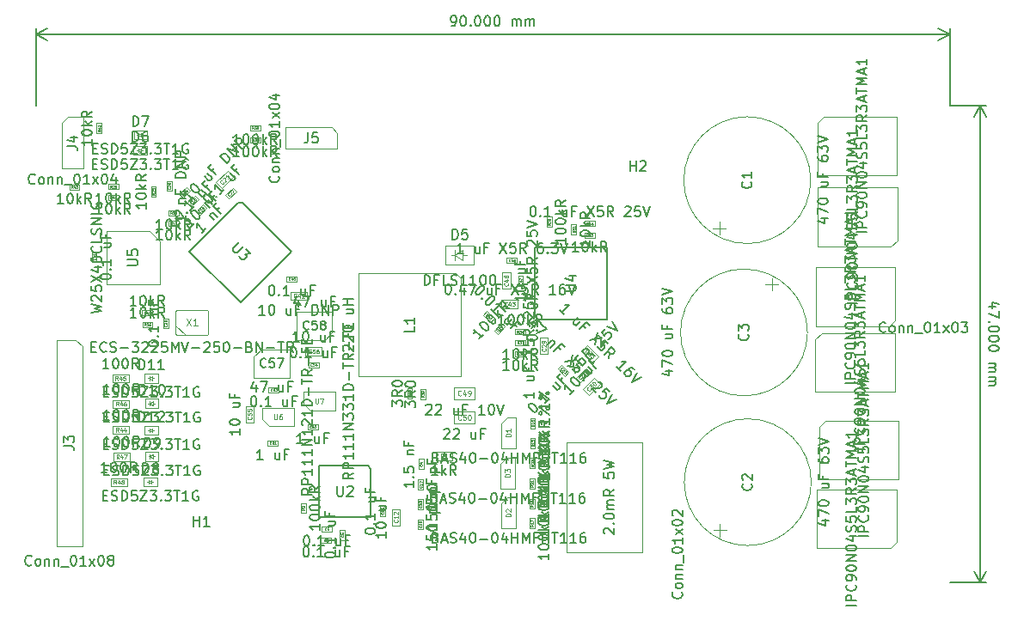
<source format=gbr>
%TF.GenerationSoftware,KiCad,Pcbnew,5.1.5-52549c5~84~ubuntu19.10.1*%
%TF.CreationDate,2019-12-20T00:06:15-05:00*%
%TF.ProjectId,bldc-controller,626c6463-2d63-46f6-9e74-726f6c6c6572,rev?*%
%TF.SameCoordinates,Original*%
%TF.FileFunction,Other,Fab,Top*%
%FSLAX46Y46*%
G04 Gerber Fmt 4.6, Leading zero omitted, Abs format (unit mm)*
G04 Created by KiCad (PCBNEW 5.1.5-52549c5~84~ubuntu19.10.1) date 2019-12-20 00:06:15*
%MOMM*%
%LPD*%
G04 APERTURE LIST*
%ADD10C,0.150000*%
%ADD11C,0.152400*%
%ADD12C,0.120000*%
%ADD13C,0.100000*%
%ADD14C,0.105000*%
%ADD15C,0.075000*%
%ADD16C,0.040000*%
%ADD17C,0.060000*%
%ADD18C,0.130000*%
%ADD19C,0.080000*%
G04 APERTURE END LIST*
D10*
X111516685Y-122833333D02*
X110850019Y-122833333D01*
X111897638Y-122595238D02*
X111183352Y-122357142D01*
X111183352Y-122976190D01*
X111850019Y-123261904D02*
X111850019Y-123928571D01*
X110850019Y-123500000D01*
X110945257Y-124309523D02*
X110897638Y-124357142D01*
X110850019Y-124309523D01*
X110897638Y-124261904D01*
X110945257Y-124309523D01*
X110850019Y-124309523D01*
X111850019Y-124976190D02*
X111850019Y-125071428D01*
X111802400Y-125166666D01*
X111754780Y-125214285D01*
X111659542Y-125261904D01*
X111469066Y-125309523D01*
X111230971Y-125309523D01*
X111040495Y-125261904D01*
X110945257Y-125214285D01*
X110897638Y-125166666D01*
X110850019Y-125071428D01*
X110850019Y-124976190D01*
X110897638Y-124880952D01*
X110945257Y-124833333D01*
X111040495Y-124785714D01*
X111230971Y-124738095D01*
X111469066Y-124738095D01*
X111659542Y-124785714D01*
X111754780Y-124833333D01*
X111802400Y-124880952D01*
X111850019Y-124976190D01*
X111850019Y-125928571D02*
X111850019Y-126023809D01*
X111802400Y-126119047D01*
X111754780Y-126166666D01*
X111659542Y-126214285D01*
X111469066Y-126261904D01*
X111230971Y-126261904D01*
X111040495Y-126214285D01*
X110945257Y-126166666D01*
X110897638Y-126119047D01*
X110850019Y-126023809D01*
X110850019Y-125928571D01*
X110897638Y-125833333D01*
X110945257Y-125785714D01*
X111040495Y-125738095D01*
X111230971Y-125690476D01*
X111469066Y-125690476D01*
X111659542Y-125738095D01*
X111754780Y-125785714D01*
X111802400Y-125833333D01*
X111850019Y-125928571D01*
X111850019Y-126880952D02*
X111850019Y-126976190D01*
X111802400Y-127071428D01*
X111754780Y-127119047D01*
X111659542Y-127166666D01*
X111469066Y-127214285D01*
X111230971Y-127214285D01*
X111040495Y-127166666D01*
X110945257Y-127119047D01*
X110897638Y-127071428D01*
X110850019Y-126976190D01*
X110850019Y-126880952D01*
X110897638Y-126785714D01*
X110945257Y-126738095D01*
X111040495Y-126690476D01*
X111230971Y-126642857D01*
X111469066Y-126642857D01*
X111659542Y-126690476D01*
X111754780Y-126738095D01*
X111802400Y-126785714D01*
X111850019Y-126880952D01*
X110850019Y-128404761D02*
X111516685Y-128404761D01*
X111421447Y-128404761D02*
X111469066Y-128452380D01*
X111516685Y-128547619D01*
X111516685Y-128690476D01*
X111469066Y-128785714D01*
X111373828Y-128833333D01*
X110850019Y-128833333D01*
X111373828Y-128833333D02*
X111469066Y-128880952D01*
X111516685Y-128976190D01*
X111516685Y-129119047D01*
X111469066Y-129214285D01*
X111373828Y-129261904D01*
X110850019Y-129261904D01*
X110850019Y-129738095D02*
X111516685Y-129738095D01*
X111421447Y-129738095D02*
X111469066Y-129785714D01*
X111516685Y-129880952D01*
X111516685Y-130023809D01*
X111469066Y-130119047D01*
X111373828Y-130166666D01*
X110850019Y-130166666D01*
X111373828Y-130166666D02*
X111469066Y-130214285D01*
X111516685Y-130309523D01*
X111516685Y-130452380D01*
X111469066Y-130547619D01*
X111373828Y-130595238D01*
X110850019Y-130595238D01*
D11*
X110000000Y-103000000D02*
X110000000Y-150000000D01*
X107000000Y-103000000D02*
X110586421Y-103000000D01*
X107000000Y-150000000D02*
X110586421Y-150000000D01*
X110000000Y-150000000D02*
X109413579Y-148873496D01*
X110000000Y-150000000D02*
X110586421Y-148873496D01*
X110000000Y-103000000D02*
X109413579Y-104126504D01*
X110000000Y-103000000D02*
X110586421Y-104126504D01*
D10*
X57952380Y-95149980D02*
X58142857Y-95149980D01*
X58238095Y-95102361D01*
X58285714Y-95054742D01*
X58380952Y-94911885D01*
X58428571Y-94721409D01*
X58428571Y-94340457D01*
X58380952Y-94245219D01*
X58333333Y-94197600D01*
X58238095Y-94149980D01*
X58047619Y-94149980D01*
X57952380Y-94197600D01*
X57904761Y-94245219D01*
X57857142Y-94340457D01*
X57857142Y-94578552D01*
X57904761Y-94673790D01*
X57952380Y-94721409D01*
X58047619Y-94769028D01*
X58238095Y-94769028D01*
X58333333Y-94721409D01*
X58380952Y-94673790D01*
X58428571Y-94578552D01*
X59047619Y-94149980D02*
X59142857Y-94149980D01*
X59238095Y-94197600D01*
X59285714Y-94245219D01*
X59333333Y-94340457D01*
X59380952Y-94530933D01*
X59380952Y-94769028D01*
X59333333Y-94959504D01*
X59285714Y-95054742D01*
X59238095Y-95102361D01*
X59142857Y-95149980D01*
X59047619Y-95149980D01*
X58952380Y-95102361D01*
X58904761Y-95054742D01*
X58857142Y-94959504D01*
X58809523Y-94769028D01*
X58809523Y-94530933D01*
X58857142Y-94340457D01*
X58904761Y-94245219D01*
X58952380Y-94197600D01*
X59047619Y-94149980D01*
X59809523Y-95054742D02*
X59857142Y-95102361D01*
X59809523Y-95149980D01*
X59761904Y-95102361D01*
X59809523Y-95054742D01*
X59809523Y-95149980D01*
X60476190Y-94149980D02*
X60571428Y-94149980D01*
X60666666Y-94197600D01*
X60714285Y-94245219D01*
X60761904Y-94340457D01*
X60809523Y-94530933D01*
X60809523Y-94769028D01*
X60761904Y-94959504D01*
X60714285Y-95054742D01*
X60666666Y-95102361D01*
X60571428Y-95149980D01*
X60476190Y-95149980D01*
X60380952Y-95102361D01*
X60333333Y-95054742D01*
X60285714Y-94959504D01*
X60238095Y-94769028D01*
X60238095Y-94530933D01*
X60285714Y-94340457D01*
X60333333Y-94245219D01*
X60380952Y-94197600D01*
X60476190Y-94149980D01*
X61428571Y-94149980D02*
X61523809Y-94149980D01*
X61619047Y-94197600D01*
X61666666Y-94245219D01*
X61714285Y-94340457D01*
X61761904Y-94530933D01*
X61761904Y-94769028D01*
X61714285Y-94959504D01*
X61666666Y-95054742D01*
X61619047Y-95102361D01*
X61523809Y-95149980D01*
X61428571Y-95149980D01*
X61333333Y-95102361D01*
X61285714Y-95054742D01*
X61238095Y-94959504D01*
X61190476Y-94769028D01*
X61190476Y-94530933D01*
X61238095Y-94340457D01*
X61285714Y-94245219D01*
X61333333Y-94197600D01*
X61428571Y-94149980D01*
X62380952Y-94149980D02*
X62476190Y-94149980D01*
X62571428Y-94197600D01*
X62619047Y-94245219D01*
X62666666Y-94340457D01*
X62714285Y-94530933D01*
X62714285Y-94769028D01*
X62666666Y-94959504D01*
X62619047Y-95054742D01*
X62571428Y-95102361D01*
X62476190Y-95149980D01*
X62380952Y-95149980D01*
X62285714Y-95102361D01*
X62238095Y-95054742D01*
X62190476Y-94959504D01*
X62142857Y-94769028D01*
X62142857Y-94530933D01*
X62190476Y-94340457D01*
X62238095Y-94245219D01*
X62285714Y-94197600D01*
X62380952Y-94149980D01*
X63904761Y-95149980D02*
X63904761Y-94483314D01*
X63904761Y-94578552D02*
X63952380Y-94530933D01*
X64047619Y-94483314D01*
X64190476Y-94483314D01*
X64285714Y-94530933D01*
X64333333Y-94626171D01*
X64333333Y-95149980D01*
X64333333Y-94626171D02*
X64380952Y-94530933D01*
X64476190Y-94483314D01*
X64619047Y-94483314D01*
X64714285Y-94530933D01*
X64761904Y-94626171D01*
X64761904Y-95149980D01*
X65238095Y-95149980D02*
X65238095Y-94483314D01*
X65238095Y-94578552D02*
X65285714Y-94530933D01*
X65380952Y-94483314D01*
X65523809Y-94483314D01*
X65619047Y-94530933D01*
X65666666Y-94626171D01*
X65666666Y-95149980D01*
X65666666Y-94626171D02*
X65714285Y-94530933D01*
X65809523Y-94483314D01*
X65952380Y-94483314D01*
X66047619Y-94530933D01*
X66095238Y-94626171D01*
X66095238Y-95149980D01*
D11*
X17000000Y-96000000D02*
X107000000Y-96000000D01*
X17000000Y-103000000D02*
X17000000Y-95413579D01*
X107000000Y-103000000D02*
X107000000Y-95413579D01*
X107000000Y-96000000D02*
X105873496Y-96586421D01*
X107000000Y-96000000D02*
X105873496Y-95413579D01*
X17000000Y-96000000D02*
X18126504Y-96586421D01*
X17000000Y-96000000D02*
X18126504Y-95413579D01*
D10*
X66480000Y-124060000D02*
X73280000Y-124060000D01*
X73280000Y-124060000D02*
X73280000Y-116960000D01*
X73280000Y-116960000D02*
X66180000Y-116960000D01*
X66180000Y-116960000D02*
X66180000Y-123760000D01*
X66180000Y-123760000D02*
X66480000Y-124060000D01*
D12*
X101060000Y-124750000D02*
X93860000Y-124750000D01*
X101660000Y-124150000D02*
X101060000Y-124750000D01*
X101660000Y-118950000D02*
X101660000Y-124150000D01*
X93860000Y-118950000D02*
X101660000Y-118950000D01*
X93860000Y-124750000D02*
X93860000Y-118950000D01*
X94600000Y-104070000D02*
X101800000Y-104070000D01*
X94000000Y-104670000D02*
X94600000Y-104070000D01*
X94000000Y-109870000D02*
X94000000Y-104670000D01*
X101800000Y-109870000D02*
X94000000Y-109870000D01*
X101800000Y-104070000D02*
X101800000Y-109870000D01*
X101240000Y-116870000D02*
X94040000Y-116870000D01*
X101840000Y-116270000D02*
X101240000Y-116870000D01*
X101840000Y-111070000D02*
X101840000Y-116270000D01*
X94040000Y-111070000D02*
X101840000Y-111070000D01*
X94040000Y-116870000D02*
X94040000Y-111070000D01*
X94390000Y-125410000D02*
X101590000Y-125410000D01*
X93790000Y-126010000D02*
X94390000Y-125410000D01*
X93790000Y-131210000D02*
X93790000Y-126010000D01*
X101590000Y-131210000D02*
X93790000Y-131210000D01*
X101590000Y-125410000D02*
X101590000Y-131210000D01*
X94770000Y-134040000D02*
X101970000Y-134040000D01*
X94170000Y-134640000D02*
X94770000Y-134040000D01*
X94170000Y-139840000D02*
X94170000Y-134640000D01*
X101970000Y-139840000D02*
X94170000Y-139840000D01*
X101970000Y-134040000D02*
X101970000Y-139840000D01*
X101160000Y-146650000D02*
X93960000Y-146650000D01*
X101760000Y-146050000D02*
X101160000Y-146650000D01*
X101760000Y-140850000D02*
X101760000Y-146050000D01*
X93960000Y-140850000D02*
X101760000Y-140850000D01*
X93960000Y-146650000D02*
X93960000Y-140850000D01*
D13*
X90112500Y-120618511D02*
X88862500Y-120618511D01*
X89487500Y-119993511D02*
X89487500Y-121243511D01*
X93000000Y-125360000D02*
G75*
G03X93000000Y-125360000I-6250000J0D01*
G01*
X30790000Y-124640000D02*
X31790000Y-125640000D01*
X30790000Y-123240000D02*
X30890000Y-123140000D01*
X30790000Y-125540000D02*
X30790000Y-123240000D01*
X30890000Y-125640000D02*
X30790000Y-125540000D01*
X33890000Y-125640000D02*
X30890000Y-125640000D01*
X33990000Y-125540000D02*
X33890000Y-125640000D01*
X33990000Y-123240000D02*
X33990000Y-125540000D01*
X33890000Y-123140000D02*
X33990000Y-123240000D01*
X30890000Y-123140000D02*
X33890000Y-123140000D01*
X43370000Y-131230000D02*
X46470000Y-131230000D01*
X46470000Y-131230000D02*
X46470000Y-133030000D01*
X44020000Y-133030000D02*
X46470000Y-133030000D01*
X43370000Y-131230000D02*
X43370000Y-132380000D01*
X44020000Y-133030000D02*
X43370000Y-132380000D01*
X39330000Y-132790000D02*
X42430000Y-132790000D01*
X42430000Y-132790000D02*
X42430000Y-134590000D01*
X39980000Y-134590000D02*
X42430000Y-134590000D01*
X39330000Y-132790000D02*
X39330000Y-133940000D01*
X39980000Y-134590000D02*
X39330000Y-133940000D01*
X28215000Y-115375000D02*
X29215000Y-116375000D01*
X23985000Y-115375000D02*
X28215000Y-115375000D01*
X23985000Y-120605000D02*
X23985000Y-115375000D01*
X29215000Y-120605000D02*
X23985000Y-120605000D01*
X29215000Y-116375000D02*
X29215000Y-120605000D01*
D10*
X36957868Y-112601674D02*
X32149542Y-117410000D01*
X32149542Y-117410000D02*
X37170000Y-122430458D01*
X37170000Y-122430458D02*
X42190458Y-117410000D01*
X42190458Y-117410000D02*
X37382132Y-112601674D01*
X37382132Y-112601674D02*
X36957868Y-112601674D01*
X49700000Y-138500000D02*
X44900000Y-138500000D01*
X44900000Y-138500000D02*
X44900000Y-143600000D01*
X44900000Y-143600000D02*
X50000000Y-143600000D01*
X50000000Y-143600000D02*
X50000000Y-138800000D01*
X50000000Y-138800000D02*
X49700000Y-138500000D01*
D13*
X53580000Y-131870000D02*
X53580000Y-130870000D01*
X54080000Y-131870000D02*
X53580000Y-131870000D01*
X54080000Y-130870000D02*
X54080000Y-131870000D01*
X53580000Y-130870000D02*
X54080000Y-130870000D01*
X24380000Y-139720000D02*
X25980000Y-139720000D01*
X24380000Y-140520000D02*
X24380000Y-139720000D01*
X25980000Y-140520000D02*
X24380000Y-140520000D01*
X25980000Y-139720000D02*
X25980000Y-140520000D01*
X24650000Y-137220000D02*
X26250000Y-137220000D01*
X24650000Y-138020000D02*
X24650000Y-137220000D01*
X26250000Y-138020000D02*
X24650000Y-138020000D01*
X26250000Y-137220000D02*
X26250000Y-138020000D01*
X24610000Y-132010000D02*
X26210000Y-132010000D01*
X24610000Y-132810000D02*
X24610000Y-132010000D01*
X26210000Y-132810000D02*
X24610000Y-132810000D01*
X26210000Y-132010000D02*
X26210000Y-132810000D01*
X24557500Y-129480000D02*
X26157500Y-129480000D01*
X24557500Y-130280000D02*
X24557500Y-129480000D01*
X26157500Y-130280000D02*
X24557500Y-130280000D01*
X26157500Y-129480000D02*
X26157500Y-130280000D01*
X24610000Y-134570000D02*
X26210000Y-134570000D01*
X24610000Y-135370000D02*
X24610000Y-134570000D01*
X26210000Y-135370000D02*
X24610000Y-135370000D01*
X26210000Y-134570000D02*
X26210000Y-135370000D01*
X21310000Y-111280000D02*
X20310000Y-111280000D01*
X21310000Y-110780000D02*
X21310000Y-111280000D01*
X20310000Y-110780000D02*
X21310000Y-110780000D01*
X20310000Y-111280000D02*
X20310000Y-110780000D01*
X23000000Y-105730000D02*
X23000000Y-104730000D01*
X23500000Y-105730000D02*
X23000000Y-105730000D01*
X23500000Y-104730000D02*
X23500000Y-105730000D01*
X23000000Y-104730000D02*
X23500000Y-104730000D01*
X27490000Y-123190000D02*
X28490000Y-123190000D01*
X27490000Y-123690000D02*
X27490000Y-123190000D01*
X28490000Y-123690000D02*
X27490000Y-123690000D01*
X28490000Y-123190000D02*
X28490000Y-123690000D01*
X25138000Y-112300000D02*
X24138000Y-112300000D01*
X25138000Y-111800000D02*
X25138000Y-112300000D01*
X24138000Y-111800000D02*
X25138000Y-111800000D01*
X24138000Y-112300000D02*
X24138000Y-111800000D01*
X54860000Y-131940000D02*
X54860000Y-130940000D01*
X55360000Y-131940000D02*
X54860000Y-131940000D01*
X55360000Y-130940000D02*
X55360000Y-131940000D01*
X54860000Y-130940000D02*
X55360000Y-130940000D01*
X65210000Y-127700000D02*
X64210000Y-127700000D01*
X65210000Y-127200000D02*
X65210000Y-127700000D01*
X64210000Y-127200000D02*
X65210000Y-127200000D01*
X64210000Y-127700000D02*
X64210000Y-127200000D01*
X65220000Y-126610000D02*
X64220000Y-126610000D01*
X65220000Y-126110000D02*
X65220000Y-126610000D01*
X64220000Y-126110000D02*
X65220000Y-126110000D01*
X64220000Y-126610000D02*
X64220000Y-126110000D01*
X39100000Y-105450000D02*
X38100000Y-105450000D01*
X39100000Y-104950000D02*
X39100000Y-105450000D01*
X38100000Y-104950000D02*
X39100000Y-104950000D01*
X38100000Y-105450000D02*
X38100000Y-104950000D01*
X64210000Y-125060000D02*
X65210000Y-125060000D01*
X64210000Y-125560000D02*
X64210000Y-125060000D01*
X65210000Y-125560000D02*
X64210000Y-125560000D01*
X65210000Y-125060000D02*
X65210000Y-125560000D01*
X39100000Y-106650000D02*
X38100000Y-106650000D01*
X39100000Y-106150000D02*
X39100000Y-106650000D01*
X38100000Y-106150000D02*
X39100000Y-106150000D01*
X38100000Y-106650000D02*
X38100000Y-106150000D01*
X72040000Y-116030000D02*
X71040000Y-116030000D01*
X72040000Y-115530000D02*
X72040000Y-116030000D01*
X71040000Y-115530000D02*
X72040000Y-115530000D01*
X71040000Y-116030000D02*
X71040000Y-115530000D01*
X70230000Y-114680000D02*
X70230000Y-115680000D01*
X69730000Y-114680000D02*
X70230000Y-114680000D01*
X69730000Y-115680000D02*
X69730000Y-114680000D01*
X70230000Y-115680000D02*
X69730000Y-115680000D01*
X67800000Y-113965000D02*
X67800000Y-114965000D01*
X67300000Y-113965000D02*
X67800000Y-113965000D01*
X67300000Y-114965000D02*
X67300000Y-113965000D01*
X67800000Y-114965000D02*
X67300000Y-114965000D01*
X62146723Y-125149724D02*
X62853830Y-124442617D01*
X62500276Y-125503277D02*
X62146723Y-125149724D01*
X63207383Y-124796170D02*
X62500276Y-125503277D01*
X62853830Y-124442617D02*
X63207383Y-124796170D01*
X25138000Y-111248000D02*
X24138000Y-111248000D01*
X25138000Y-110748000D02*
X25138000Y-111248000D01*
X24138000Y-110748000D02*
X25138000Y-110748000D01*
X24138000Y-111248000D02*
X24138000Y-110748000D01*
X27500000Y-124350000D02*
X28500000Y-124350000D01*
X27500000Y-124850000D02*
X27500000Y-124350000D01*
X28500000Y-124850000D02*
X27500000Y-124850000D01*
X28500000Y-124350000D02*
X28500000Y-124850000D01*
X28350000Y-111980000D02*
X28350000Y-110980000D01*
X28850000Y-111980000D02*
X28350000Y-111980000D01*
X28850000Y-110980000D02*
X28850000Y-111980000D01*
X28350000Y-110980000D02*
X28850000Y-110980000D01*
X66170000Y-137740000D02*
X66170000Y-138740000D01*
X65670000Y-137740000D02*
X66170000Y-137740000D01*
X65670000Y-138740000D02*
X65670000Y-137740000D01*
X66170000Y-138740000D02*
X65670000Y-138740000D01*
X66140000Y-139760000D02*
X66140000Y-140760000D01*
X65640000Y-139760000D02*
X66140000Y-139760000D01*
X65640000Y-140760000D02*
X65640000Y-139760000D01*
X66140000Y-140760000D02*
X65640000Y-140760000D01*
X31060000Y-113830000D02*
X30060000Y-113830000D01*
X31060000Y-113330000D02*
X31060000Y-113830000D01*
X30060000Y-113330000D02*
X31060000Y-113330000D01*
X30060000Y-113830000D02*
X30060000Y-113330000D01*
X31065000Y-114870000D02*
X30065000Y-114870000D01*
X31065000Y-114370000D02*
X31065000Y-114870000D01*
X30065000Y-114370000D02*
X31065000Y-114370000D01*
X30065000Y-114870000D02*
X30065000Y-114370000D01*
X66150000Y-141750000D02*
X66150000Y-142750000D01*
X65650000Y-141750000D02*
X66150000Y-141750000D01*
X65650000Y-142750000D02*
X65650000Y-141750000D01*
X66150000Y-142750000D02*
X65650000Y-142750000D01*
X66150000Y-143670000D02*
X66150000Y-144670000D01*
X65650000Y-143670000D02*
X66150000Y-143670000D01*
X65650000Y-144670000D02*
X65650000Y-143670000D01*
X66150000Y-144670000D02*
X65650000Y-144670000D01*
X66190000Y-133800000D02*
X66190000Y-134800000D01*
X65690000Y-133800000D02*
X66190000Y-133800000D01*
X65690000Y-134800000D02*
X65690000Y-133800000D01*
X66190000Y-134800000D02*
X65690000Y-134800000D01*
X66190000Y-135770000D02*
X66190000Y-136770000D01*
X65690000Y-135770000D02*
X66190000Y-135770000D01*
X65690000Y-136770000D02*
X65690000Y-135770000D01*
X66190000Y-136770000D02*
X65690000Y-136770000D01*
D12*
X69300000Y-136200000D02*
X76700000Y-136200000D01*
X69300000Y-147000000D02*
X69300000Y-136200000D01*
X76700000Y-147000000D02*
X69300000Y-147000000D01*
X76700000Y-136200000D02*
X76700000Y-147000000D01*
D13*
X43610000Y-142170000D02*
X43610000Y-143170000D01*
X43110000Y-142170000D02*
X43610000Y-142170000D01*
X43110000Y-143170000D02*
X43110000Y-142170000D01*
X43610000Y-143170000D02*
X43110000Y-143170000D01*
X58000000Y-137940000D02*
X56400000Y-137940000D01*
X58000000Y-137140000D02*
X58000000Y-137940000D01*
X56400000Y-137140000D02*
X58000000Y-137140000D01*
X56400000Y-137940000D02*
X56400000Y-137140000D01*
X58390000Y-119540000D02*
X58890000Y-120040000D01*
X48790000Y-119540000D02*
X58390000Y-119540000D01*
X48790000Y-129640000D02*
X48790000Y-119540000D01*
X58890000Y-129640000D02*
X48790000Y-129640000D01*
X58890000Y-120040000D02*
X58890000Y-129640000D01*
X46160000Y-105160000D02*
X46685000Y-105685000D01*
X41605000Y-105160000D02*
X46160000Y-105160000D01*
X41605000Y-107260000D02*
X41605000Y-105160000D01*
X46685000Y-107260000D02*
X41605000Y-107260000D01*
X46685000Y-105685000D02*
X46685000Y-107260000D01*
X19610000Y-104670000D02*
X20135000Y-104145000D01*
X19610000Y-109225000D02*
X19610000Y-104670000D01*
X21710000Y-109225000D02*
X19610000Y-109225000D01*
X21710000Y-104145000D02*
X21710000Y-109225000D01*
X20135000Y-104145000D02*
X21710000Y-104145000D01*
X19050000Y-146400000D02*
X19050000Y-126080000D01*
X21590000Y-146400000D02*
X19050000Y-146400000D01*
X21590000Y-126715000D02*
X21590000Y-146400000D01*
X20955000Y-126080000D02*
X21590000Y-126715000D01*
X19050000Y-126080000D02*
X20955000Y-126080000D01*
X29030000Y-135460000D02*
X27730000Y-135460000D01*
X27730000Y-135460000D02*
X27730000Y-134560000D01*
X27730000Y-134560000D02*
X29030000Y-134560000D01*
X29030000Y-134560000D02*
X29030000Y-135460000D01*
X28180000Y-135210000D02*
X28180000Y-134810000D01*
X28180000Y-135010000D02*
X28030000Y-135010000D01*
X28180000Y-135010000D02*
X28480000Y-135210000D01*
X28480000Y-135210000D02*
X28480000Y-134810000D01*
X28480000Y-134810000D02*
X28180000Y-135010000D01*
X28480000Y-135010000D02*
X28630000Y-135010000D01*
X29030000Y-130320000D02*
X27730000Y-130320000D01*
X27730000Y-130320000D02*
X27730000Y-129420000D01*
X27730000Y-129420000D02*
X29030000Y-129420000D01*
X29030000Y-129420000D02*
X29030000Y-130320000D01*
X28180000Y-130070000D02*
X28180000Y-129670000D01*
X28180000Y-129870000D02*
X28030000Y-129870000D01*
X28180000Y-129870000D02*
X28480000Y-130070000D01*
X28480000Y-130070000D02*
X28480000Y-129670000D01*
X28480000Y-129670000D02*
X28180000Y-129870000D01*
X28480000Y-129870000D02*
X28630000Y-129870000D01*
X29090000Y-132800000D02*
X27790000Y-132800000D01*
X27790000Y-132800000D02*
X27790000Y-131900000D01*
X27790000Y-131900000D02*
X29090000Y-131900000D01*
X29090000Y-131900000D02*
X29090000Y-132800000D01*
X28240000Y-132550000D02*
X28240000Y-132150000D01*
X28240000Y-132350000D02*
X28090000Y-132350000D01*
X28240000Y-132350000D02*
X28540000Y-132550000D01*
X28540000Y-132550000D02*
X28540000Y-132150000D01*
X28540000Y-132150000D02*
X28240000Y-132350000D01*
X28540000Y-132350000D02*
X28690000Y-132350000D01*
X29100000Y-138040000D02*
X27800000Y-138040000D01*
X27800000Y-138040000D02*
X27800000Y-137140000D01*
X27800000Y-137140000D02*
X29100000Y-137140000D01*
X29100000Y-137140000D02*
X29100000Y-138040000D01*
X28250000Y-137790000D02*
X28250000Y-137390000D01*
X28250000Y-137590000D02*
X28100000Y-137590000D01*
X28250000Y-137590000D02*
X28550000Y-137790000D01*
X28550000Y-137790000D02*
X28550000Y-137390000D01*
X28550000Y-137390000D02*
X28250000Y-137590000D01*
X28550000Y-137590000D02*
X28700000Y-137590000D01*
X28950000Y-140540000D02*
X27650000Y-140540000D01*
X27650000Y-140540000D02*
X27650000Y-139640000D01*
X27650000Y-139640000D02*
X28950000Y-139640000D01*
X28950000Y-139640000D02*
X28950000Y-140540000D01*
X28100000Y-140290000D02*
X28100000Y-139890000D01*
X28100000Y-140090000D02*
X27950000Y-140090000D01*
X28100000Y-140090000D02*
X28400000Y-140290000D01*
X28400000Y-140290000D02*
X28400000Y-139890000D01*
X28400000Y-139890000D02*
X28100000Y-140090000D01*
X28400000Y-140090000D02*
X28550000Y-140090000D01*
X27960000Y-106340000D02*
X26660000Y-106340000D01*
X26660000Y-106340000D02*
X26660000Y-105440000D01*
X26660000Y-105440000D02*
X27960000Y-105440000D01*
X27960000Y-105440000D02*
X27960000Y-106340000D01*
X27110000Y-106090000D02*
X27110000Y-105690000D01*
X27110000Y-105890000D02*
X26960000Y-105890000D01*
X27110000Y-105890000D02*
X27410000Y-106090000D01*
X27410000Y-106090000D02*
X27410000Y-105690000D01*
X27410000Y-105690000D02*
X27110000Y-105890000D01*
X27410000Y-105890000D02*
X27560000Y-105890000D01*
X27950000Y-107860000D02*
X26650000Y-107860000D01*
X26650000Y-107860000D02*
X26650000Y-106960000D01*
X26650000Y-106960000D02*
X27950000Y-106960000D01*
X27950000Y-106960000D02*
X27950000Y-107860000D01*
X27100000Y-107610000D02*
X27100000Y-107210000D01*
X27100000Y-107410000D02*
X26950000Y-107410000D01*
X27100000Y-107410000D02*
X27400000Y-107610000D01*
X27400000Y-107610000D02*
X27400000Y-107210000D01*
X27400000Y-107210000D02*
X27100000Y-107410000D01*
X27400000Y-107410000D02*
X27550000Y-107410000D01*
X57360000Y-116840000D02*
X60160000Y-116840000D01*
X60160000Y-116840000D02*
X60160000Y-118640000D01*
X60160000Y-118640000D02*
X57360000Y-118640000D01*
X57360000Y-118640000D02*
X57360000Y-116840000D01*
X57960000Y-117740000D02*
X58260000Y-117740000D01*
X58260000Y-117740000D02*
X58260000Y-117240000D01*
X58260000Y-117740000D02*
X58260000Y-118240000D01*
X58260000Y-117740000D02*
X59060000Y-118240000D01*
X59060000Y-118240000D02*
X59060000Y-117240000D01*
X59060000Y-117240000D02*
X58260000Y-117740000D01*
X59060000Y-117740000D02*
X59460000Y-117740000D01*
X62790000Y-140740000D02*
X64190000Y-140740000D01*
X64190000Y-137700000D02*
X64190000Y-140740000D01*
X62790000Y-138270000D02*
X63340000Y-137700000D01*
X63340000Y-137700000D02*
X64190000Y-137700000D01*
X62790000Y-138270000D02*
X62790000Y-140720000D01*
X62880000Y-144670000D02*
X64280000Y-144670000D01*
X64280000Y-141630000D02*
X64280000Y-144670000D01*
X62880000Y-142200000D02*
X63430000Y-141630000D01*
X63430000Y-141630000D02*
X64280000Y-141630000D01*
X62880000Y-142200000D02*
X62880000Y-144650000D01*
X62880000Y-136780000D02*
X64280000Y-136780000D01*
X64280000Y-133740000D02*
X64280000Y-136780000D01*
X62880000Y-134310000D02*
X63430000Y-133740000D01*
X63430000Y-133740000D02*
X64280000Y-133740000D01*
X62880000Y-134310000D02*
X62880000Y-136760000D01*
X42700000Y-123300000D02*
X42700000Y-126100000D01*
X46200000Y-123300000D02*
X42700000Y-123300000D01*
X46200000Y-125400000D02*
X46200000Y-123300000D01*
X45500000Y-126100000D02*
X46200000Y-125400000D01*
X42700000Y-126100000D02*
X45500000Y-126100000D01*
X42000000Y-129810000D02*
X42000000Y-127010000D01*
X38500000Y-129810000D02*
X42000000Y-129810000D01*
X38500000Y-127710000D02*
X38500000Y-129810000D01*
X39200000Y-127010000D02*
X38500000Y-127710000D01*
X42000000Y-127010000D02*
X39200000Y-127010000D01*
X43580000Y-126830000D02*
X45180000Y-126830000D01*
X43580000Y-127630000D02*
X43580000Y-126830000D01*
X45180000Y-127630000D02*
X43580000Y-127630000D01*
X45180000Y-126830000D02*
X45180000Y-127630000D01*
X37670000Y-134220000D02*
X37670000Y-132620000D01*
X38470000Y-134220000D02*
X37670000Y-134220000D01*
X38470000Y-132620000D02*
X38470000Y-134220000D01*
X37670000Y-132620000D02*
X38470000Y-132620000D01*
X43860000Y-128300000D02*
X44860000Y-128300000D01*
X43860000Y-128800000D02*
X43860000Y-128300000D01*
X44860000Y-128800000D02*
X43860000Y-128800000D01*
X44860000Y-128300000D02*
X44860000Y-128800000D01*
X40940000Y-131280000D02*
X39940000Y-131280000D01*
X40940000Y-130780000D02*
X40940000Y-131280000D01*
X39940000Y-130780000D02*
X40940000Y-130780000D01*
X39940000Y-131280000D02*
X39940000Y-130780000D01*
X44780000Y-134920000D02*
X43780000Y-134920000D01*
X44780000Y-134420000D02*
X44780000Y-134920000D01*
X43780000Y-134420000D02*
X44780000Y-134420000D01*
X43780000Y-134920000D02*
X43780000Y-134420000D01*
X40850000Y-136520000D02*
X39850000Y-136520000D01*
X40850000Y-136020000D02*
X40850000Y-136520000D01*
X39850000Y-136020000D02*
X40850000Y-136020000D01*
X39850000Y-136520000D02*
X39850000Y-136020000D01*
X60220000Y-134360000D02*
X58220000Y-134360000D01*
X60220000Y-133160000D02*
X60220000Y-134360000D01*
X58220000Y-133160000D02*
X60220000Y-133160000D01*
X58220000Y-134360000D02*
X58220000Y-133160000D01*
X60220000Y-131960000D02*
X58220000Y-131960000D01*
X60220000Y-130760000D02*
X60220000Y-131960000D01*
X58220000Y-130760000D02*
X60220000Y-130760000D01*
X58220000Y-131960000D02*
X58220000Y-130760000D01*
X63750000Y-119440000D02*
X63750000Y-121040000D01*
X62950000Y-119440000D02*
X63750000Y-119440000D01*
X62950000Y-121040000D02*
X62950000Y-119440000D01*
X63750000Y-121040000D02*
X62950000Y-121040000D01*
X65000000Y-119810000D02*
X65000000Y-120810000D01*
X64500000Y-119810000D02*
X65000000Y-119810000D01*
X64500000Y-120810000D02*
X64500000Y-119810000D01*
X65000000Y-120810000D02*
X64500000Y-120810000D01*
X61433223Y-123279670D02*
X62140330Y-123986777D01*
X61079670Y-123633223D02*
X61433223Y-123279670D01*
X61786777Y-124340330D02*
X61079670Y-123633223D01*
X62140330Y-123986777D02*
X61786777Y-124340330D01*
X63390000Y-118010000D02*
X64390000Y-118010000D01*
X63390000Y-118510000D02*
X63390000Y-118010000D01*
X64390000Y-118510000D02*
X63390000Y-118510000D01*
X64390000Y-118010000D02*
X64390000Y-118510000D01*
X71050000Y-114390000D02*
X72050000Y-114390000D01*
X71050000Y-114890000D02*
X71050000Y-114390000D01*
X72050000Y-114890000D02*
X71050000Y-114890000D01*
X72050000Y-114390000D02*
X72050000Y-114890000D01*
X62860000Y-122180000D02*
X64460000Y-122180000D01*
X62860000Y-122980000D02*
X62860000Y-122180000D01*
X64460000Y-122980000D02*
X62860000Y-122980000D01*
X64460000Y-122180000D02*
X64460000Y-122980000D01*
X43720000Y-122150000D02*
X42120000Y-122150000D01*
X43720000Y-121350000D02*
X43720000Y-122150000D01*
X42120000Y-121350000D02*
X43720000Y-121350000D01*
X42120000Y-122150000D02*
X42120000Y-121350000D01*
X23010000Y-117380000D02*
X23010000Y-118380000D01*
X22510000Y-117380000D02*
X23010000Y-117380000D01*
X22510000Y-118380000D02*
X22510000Y-117380000D01*
X23010000Y-118380000D02*
X22510000Y-118380000D01*
X42720000Y-120350000D02*
X41720000Y-120350000D01*
X42720000Y-119850000D02*
X42720000Y-120350000D01*
X41720000Y-119850000D02*
X42720000Y-119850000D01*
X41720000Y-120350000D02*
X41720000Y-119850000D01*
X71287157Y-126621472D02*
X72418528Y-127752843D01*
X70721472Y-127187157D02*
X71287157Y-126621472D01*
X71852843Y-128318528D02*
X70721472Y-127187157D01*
X72418528Y-127752843D02*
X71852843Y-128318528D01*
X68780276Y-128586723D02*
X69487383Y-129293830D01*
X68426723Y-128940276D02*
X68780276Y-128586723D01*
X69133830Y-129647383D02*
X68426723Y-128940276D01*
X69487383Y-129293830D02*
X69133830Y-129647383D01*
X70878319Y-130975996D02*
X72009690Y-129844625D01*
X71444004Y-131541681D02*
X70878319Y-130975996D01*
X72575375Y-130410310D02*
X71444004Y-131541681D01*
X72009690Y-129844625D02*
X72575375Y-130410310D01*
X66660000Y-127490000D02*
X66660000Y-125890000D01*
X67460000Y-127490000D02*
X66660000Y-127490000D01*
X67460000Y-125890000D02*
X67460000Y-127490000D01*
X66660000Y-125890000D02*
X67460000Y-125890000D01*
X70239670Y-129876777D02*
X70946777Y-129169670D01*
X70593223Y-130230330D02*
X70239670Y-129876777D01*
X71300330Y-129523223D02*
X70593223Y-130230330D01*
X70946777Y-129169670D02*
X71300330Y-129523223D01*
X29560000Y-124970000D02*
X29560000Y-123970000D01*
X30060000Y-124970000D02*
X29560000Y-124970000D01*
X30060000Y-123970000D02*
X30060000Y-124970000D01*
X29560000Y-123970000D02*
X30060000Y-123970000D01*
X55140000Y-141805000D02*
X55140000Y-142805000D01*
X54640000Y-141805000D02*
X55140000Y-141805000D01*
X54640000Y-142805000D02*
X54640000Y-141805000D01*
X55140000Y-142805000D02*
X54640000Y-142805000D01*
X35686723Y-111799724D02*
X36393830Y-111092617D01*
X36040276Y-112153277D02*
X35686723Y-111799724D01*
X36747383Y-111446170D02*
X36040276Y-112153277D01*
X36393830Y-111092617D02*
X36747383Y-111446170D01*
X34771472Y-110572843D02*
X35902843Y-109441472D01*
X35337157Y-111138528D02*
X34771472Y-110572843D01*
X36468528Y-110007157D02*
X35337157Y-111138528D01*
X35902843Y-109441472D02*
X36468528Y-110007157D01*
X30380000Y-110430000D02*
X30380000Y-111430000D01*
X29880000Y-110430000D02*
X30380000Y-110430000D01*
X29880000Y-111430000D02*
X29880000Y-110430000D01*
X30380000Y-111430000D02*
X29880000Y-111430000D01*
X33820330Y-113113223D02*
X33113223Y-113820330D01*
X33466777Y-112759670D02*
X33820330Y-113113223D01*
X32759670Y-113466777D02*
X33466777Y-112759670D01*
X33113223Y-113820330D02*
X32759670Y-113466777D01*
X55140000Y-143780000D02*
X55140000Y-144780000D01*
X54640000Y-143780000D02*
X55140000Y-143780000D01*
X54640000Y-144780000D02*
X54640000Y-143780000D01*
X55140000Y-144780000D02*
X54640000Y-144780000D01*
X55160000Y-139850000D02*
X55160000Y-140850000D01*
X54660000Y-139850000D02*
X55160000Y-139850000D01*
X54660000Y-140850000D02*
X54660000Y-139850000D01*
X55160000Y-140850000D02*
X54660000Y-140850000D01*
X33020330Y-112233223D02*
X32313223Y-112940330D01*
X32666777Y-111879670D02*
X33020330Y-112233223D01*
X31959670Y-112586777D02*
X32666777Y-111879670D01*
X32313223Y-112940330D02*
X31959670Y-112586777D01*
X32190330Y-111393223D02*
X31483223Y-112100330D01*
X31836777Y-111039670D02*
X32190330Y-111393223D01*
X31129670Y-111746777D02*
X31836777Y-111039670D01*
X31483223Y-112100330D02*
X31129670Y-111746777D01*
X50900000Y-143465000D02*
X50900000Y-142465000D01*
X51400000Y-143465000D02*
X50900000Y-143465000D01*
X51400000Y-142465000D02*
X51400000Y-143465000D01*
X50900000Y-142465000D02*
X51400000Y-142465000D01*
X52070000Y-144380000D02*
X52070000Y-142780000D01*
X52870000Y-144380000D02*
X52070000Y-144380000D01*
X52870000Y-142780000D02*
X52870000Y-144380000D01*
X52070000Y-142780000D02*
X52870000Y-142780000D01*
X46100000Y-146090000D02*
X45100000Y-146090000D01*
X46100000Y-145590000D02*
X46100000Y-146090000D01*
X45100000Y-145590000D02*
X46100000Y-145590000D01*
X45100000Y-146090000D02*
X45100000Y-145590000D01*
X46150000Y-145000000D02*
X45150000Y-145000000D01*
X46150000Y-144500000D02*
X46150000Y-145000000D01*
X45150000Y-144500000D02*
X46150000Y-144500000D01*
X45150000Y-145000000D02*
X45150000Y-144500000D01*
X46940000Y-145810000D02*
X46940000Y-144810000D01*
X47440000Y-145810000D02*
X46940000Y-145810000D01*
X47440000Y-144810000D02*
X47440000Y-145810000D01*
X46940000Y-144810000D02*
X47440000Y-144810000D01*
X54710000Y-138840000D02*
X54710000Y-137840000D01*
X55210000Y-138840000D02*
X54710000Y-138840000D01*
X55210000Y-137840000D02*
X55210000Y-138840000D01*
X54710000Y-137840000D02*
X55210000Y-137840000D01*
X83757500Y-144861489D02*
X85007500Y-144861489D01*
X84382500Y-145486489D02*
X84382500Y-144236489D01*
X93370000Y-140120000D02*
G75*
G03X93370000Y-140120000I-6250000J0D01*
G01*
X83707500Y-115091489D02*
X84957500Y-115091489D01*
X84332500Y-115716489D02*
X84332500Y-114466489D01*
X93320000Y-110350000D02*
G75*
G03X93320000Y-110350000I-6250000J0D01*
G01*
D10*
X75538095Y-109452380D02*
X75538095Y-108452380D01*
X75538095Y-108928571D02*
X76109523Y-108928571D01*
X76109523Y-109452380D02*
X76109523Y-108452380D01*
X76538095Y-108547619D02*
X76585714Y-108500000D01*
X76680952Y-108452380D01*
X76919047Y-108452380D01*
X77014285Y-108500000D01*
X77061904Y-108547619D01*
X77109523Y-108642857D01*
X77109523Y-108738095D01*
X77061904Y-108880952D01*
X76490476Y-109452380D01*
X77109523Y-109452380D01*
X32538095Y-144452380D02*
X32538095Y-143452380D01*
X32538095Y-143928571D02*
X33109523Y-143928571D01*
X33109523Y-144452380D02*
X33109523Y-143452380D01*
X34109523Y-144452380D02*
X33538095Y-144452380D01*
X33823809Y-144452380D02*
X33823809Y-143452380D01*
X33728571Y-143595238D01*
X33633333Y-143690476D01*
X33538095Y-143738095D01*
X69182380Y-121271904D02*
X69991904Y-121271904D01*
X70087142Y-121224285D01*
X70134761Y-121176666D01*
X70182380Y-121081428D01*
X70182380Y-120890952D01*
X70134761Y-120795714D01*
X70087142Y-120748095D01*
X69991904Y-120700476D01*
X69182380Y-120700476D01*
X69515714Y-119795714D02*
X70182380Y-119795714D01*
X69134761Y-120033809D02*
X69849047Y-120271904D01*
X69849047Y-119652857D01*
X97712380Y-130373809D02*
X96712380Y-130373809D01*
X97712380Y-129897619D02*
X96712380Y-129897619D01*
X96712380Y-129516666D01*
X96760000Y-129421428D01*
X96807619Y-129373809D01*
X96902857Y-129326190D01*
X97045714Y-129326190D01*
X97140952Y-129373809D01*
X97188571Y-129421428D01*
X97236190Y-129516666D01*
X97236190Y-129897619D01*
X97617142Y-128326190D02*
X97664761Y-128373809D01*
X97712380Y-128516666D01*
X97712380Y-128611904D01*
X97664761Y-128754761D01*
X97569523Y-128850000D01*
X97474285Y-128897619D01*
X97283809Y-128945238D01*
X97140952Y-128945238D01*
X96950476Y-128897619D01*
X96855238Y-128850000D01*
X96760000Y-128754761D01*
X96712380Y-128611904D01*
X96712380Y-128516666D01*
X96760000Y-128373809D01*
X96807619Y-128326190D01*
X97712380Y-127850000D02*
X97712380Y-127659523D01*
X97664761Y-127564285D01*
X97617142Y-127516666D01*
X97474285Y-127421428D01*
X97283809Y-127373809D01*
X96902857Y-127373809D01*
X96807619Y-127421428D01*
X96760000Y-127469047D01*
X96712380Y-127564285D01*
X96712380Y-127754761D01*
X96760000Y-127850000D01*
X96807619Y-127897619D01*
X96902857Y-127945238D01*
X97140952Y-127945238D01*
X97236190Y-127897619D01*
X97283809Y-127850000D01*
X97331428Y-127754761D01*
X97331428Y-127564285D01*
X97283809Y-127469047D01*
X97236190Y-127421428D01*
X97140952Y-127373809D01*
X96712380Y-126754761D02*
X96712380Y-126659523D01*
X96760000Y-126564285D01*
X96807619Y-126516666D01*
X96902857Y-126469047D01*
X97093333Y-126421428D01*
X97331428Y-126421428D01*
X97521904Y-126469047D01*
X97617142Y-126516666D01*
X97664761Y-126564285D01*
X97712380Y-126659523D01*
X97712380Y-126754761D01*
X97664761Y-126850000D01*
X97617142Y-126897619D01*
X97521904Y-126945238D01*
X97331428Y-126992857D01*
X97093333Y-126992857D01*
X96902857Y-126945238D01*
X96807619Y-126897619D01*
X96760000Y-126850000D01*
X96712380Y-126754761D01*
X97712380Y-125992857D02*
X96712380Y-125992857D01*
X97712380Y-125421428D01*
X96712380Y-125421428D01*
X96712380Y-124754761D02*
X96712380Y-124659523D01*
X96760000Y-124564285D01*
X96807619Y-124516666D01*
X96902857Y-124469047D01*
X97093333Y-124421428D01*
X97331428Y-124421428D01*
X97521904Y-124469047D01*
X97617142Y-124516666D01*
X97664761Y-124564285D01*
X97712380Y-124659523D01*
X97712380Y-124754761D01*
X97664761Y-124850000D01*
X97617142Y-124897619D01*
X97521904Y-124945238D01*
X97331428Y-124992857D01*
X97093333Y-124992857D01*
X96902857Y-124945238D01*
X96807619Y-124897619D01*
X96760000Y-124850000D01*
X96712380Y-124754761D01*
X97045714Y-123564285D02*
X97712380Y-123564285D01*
X96664761Y-123802380D02*
X97379047Y-124040476D01*
X97379047Y-123421428D01*
X97664761Y-123088095D02*
X97712380Y-122945238D01*
X97712380Y-122707142D01*
X97664761Y-122611904D01*
X97617142Y-122564285D01*
X97521904Y-122516666D01*
X97426666Y-122516666D01*
X97331428Y-122564285D01*
X97283809Y-122611904D01*
X97236190Y-122707142D01*
X97188571Y-122897619D01*
X97140952Y-122992857D01*
X97093333Y-123040476D01*
X96998095Y-123088095D01*
X96902857Y-123088095D01*
X96807619Y-123040476D01*
X96760000Y-122992857D01*
X96712380Y-122897619D01*
X96712380Y-122659523D01*
X96760000Y-122516666D01*
X96712380Y-121611904D02*
X96712380Y-122088095D01*
X97188571Y-122135714D01*
X97140952Y-122088095D01*
X97093333Y-121992857D01*
X97093333Y-121754761D01*
X97140952Y-121659523D01*
X97188571Y-121611904D01*
X97283809Y-121564285D01*
X97521904Y-121564285D01*
X97617142Y-121611904D01*
X97664761Y-121659523D01*
X97712380Y-121754761D01*
X97712380Y-121992857D01*
X97664761Y-122088095D01*
X97617142Y-122135714D01*
X97712380Y-120659523D02*
X97712380Y-121135714D01*
X96712380Y-121135714D01*
X96712380Y-120421428D02*
X96712380Y-119802380D01*
X97093333Y-120135714D01*
X97093333Y-119992857D01*
X97140952Y-119897619D01*
X97188571Y-119850000D01*
X97283809Y-119802380D01*
X97521904Y-119802380D01*
X97617142Y-119850000D01*
X97664761Y-119897619D01*
X97712380Y-119992857D01*
X97712380Y-120278571D01*
X97664761Y-120373809D01*
X97617142Y-120421428D01*
X97712380Y-118802380D02*
X97236190Y-119135714D01*
X97712380Y-119373809D02*
X96712380Y-119373809D01*
X96712380Y-118992857D01*
X96760000Y-118897619D01*
X96807619Y-118850000D01*
X96902857Y-118802380D01*
X97045714Y-118802380D01*
X97140952Y-118850000D01*
X97188571Y-118897619D01*
X97236190Y-118992857D01*
X97236190Y-119373809D01*
X96712380Y-118469047D02*
X96712380Y-117850000D01*
X97093333Y-118183333D01*
X97093333Y-118040476D01*
X97140952Y-117945238D01*
X97188571Y-117897619D01*
X97283809Y-117850000D01*
X97521904Y-117850000D01*
X97617142Y-117897619D01*
X97664761Y-117945238D01*
X97712380Y-118040476D01*
X97712380Y-118326190D01*
X97664761Y-118421428D01*
X97617142Y-118469047D01*
X97426666Y-117469047D02*
X97426666Y-116992857D01*
X97712380Y-117564285D02*
X96712380Y-117230952D01*
X97712380Y-116897619D01*
X96712380Y-116707142D02*
X96712380Y-116135714D01*
X97712380Y-116421428D02*
X96712380Y-116421428D01*
X97712380Y-115802380D02*
X96712380Y-115802380D01*
X97426666Y-115469047D01*
X96712380Y-115135714D01*
X97712380Y-115135714D01*
X97426666Y-114707142D02*
X97426666Y-114230952D01*
X97712380Y-114802380D02*
X96712380Y-114469047D01*
X97712380Y-114135714D01*
X97712380Y-113278571D02*
X97712380Y-113850000D01*
X97712380Y-113564285D02*
X96712380Y-113564285D01*
X96855238Y-113659523D01*
X96950476Y-113754761D01*
X96998095Y-113850000D01*
X98852380Y-115493809D02*
X97852380Y-115493809D01*
X98852380Y-115017619D02*
X97852380Y-115017619D01*
X97852380Y-114636666D01*
X97900000Y-114541428D01*
X97947619Y-114493809D01*
X98042857Y-114446190D01*
X98185714Y-114446190D01*
X98280952Y-114493809D01*
X98328571Y-114541428D01*
X98376190Y-114636666D01*
X98376190Y-115017619D01*
X98757142Y-113446190D02*
X98804761Y-113493809D01*
X98852380Y-113636666D01*
X98852380Y-113731904D01*
X98804761Y-113874761D01*
X98709523Y-113970000D01*
X98614285Y-114017619D01*
X98423809Y-114065238D01*
X98280952Y-114065238D01*
X98090476Y-114017619D01*
X97995238Y-113970000D01*
X97900000Y-113874761D01*
X97852380Y-113731904D01*
X97852380Y-113636666D01*
X97900000Y-113493809D01*
X97947619Y-113446190D01*
X98852380Y-112970000D02*
X98852380Y-112779523D01*
X98804761Y-112684285D01*
X98757142Y-112636666D01*
X98614285Y-112541428D01*
X98423809Y-112493809D01*
X98042857Y-112493809D01*
X97947619Y-112541428D01*
X97900000Y-112589047D01*
X97852380Y-112684285D01*
X97852380Y-112874761D01*
X97900000Y-112970000D01*
X97947619Y-113017619D01*
X98042857Y-113065238D01*
X98280952Y-113065238D01*
X98376190Y-113017619D01*
X98423809Y-112970000D01*
X98471428Y-112874761D01*
X98471428Y-112684285D01*
X98423809Y-112589047D01*
X98376190Y-112541428D01*
X98280952Y-112493809D01*
X97852380Y-111874761D02*
X97852380Y-111779523D01*
X97900000Y-111684285D01*
X97947619Y-111636666D01*
X98042857Y-111589047D01*
X98233333Y-111541428D01*
X98471428Y-111541428D01*
X98661904Y-111589047D01*
X98757142Y-111636666D01*
X98804761Y-111684285D01*
X98852380Y-111779523D01*
X98852380Y-111874761D01*
X98804761Y-111970000D01*
X98757142Y-112017619D01*
X98661904Y-112065238D01*
X98471428Y-112112857D01*
X98233333Y-112112857D01*
X98042857Y-112065238D01*
X97947619Y-112017619D01*
X97900000Y-111970000D01*
X97852380Y-111874761D01*
X98852380Y-111112857D02*
X97852380Y-111112857D01*
X98852380Y-110541428D01*
X97852380Y-110541428D01*
X97852380Y-109874761D02*
X97852380Y-109779523D01*
X97900000Y-109684285D01*
X97947619Y-109636666D01*
X98042857Y-109589047D01*
X98233333Y-109541428D01*
X98471428Y-109541428D01*
X98661904Y-109589047D01*
X98757142Y-109636666D01*
X98804761Y-109684285D01*
X98852380Y-109779523D01*
X98852380Y-109874761D01*
X98804761Y-109970000D01*
X98757142Y-110017619D01*
X98661904Y-110065238D01*
X98471428Y-110112857D01*
X98233333Y-110112857D01*
X98042857Y-110065238D01*
X97947619Y-110017619D01*
X97900000Y-109970000D01*
X97852380Y-109874761D01*
X98185714Y-108684285D02*
X98852380Y-108684285D01*
X97804761Y-108922380D02*
X98519047Y-109160476D01*
X98519047Y-108541428D01*
X98804761Y-108208095D02*
X98852380Y-108065238D01*
X98852380Y-107827142D01*
X98804761Y-107731904D01*
X98757142Y-107684285D01*
X98661904Y-107636666D01*
X98566666Y-107636666D01*
X98471428Y-107684285D01*
X98423809Y-107731904D01*
X98376190Y-107827142D01*
X98328571Y-108017619D01*
X98280952Y-108112857D01*
X98233333Y-108160476D01*
X98138095Y-108208095D01*
X98042857Y-108208095D01*
X97947619Y-108160476D01*
X97900000Y-108112857D01*
X97852380Y-108017619D01*
X97852380Y-107779523D01*
X97900000Y-107636666D01*
X97852380Y-106731904D02*
X97852380Y-107208095D01*
X98328571Y-107255714D01*
X98280952Y-107208095D01*
X98233333Y-107112857D01*
X98233333Y-106874761D01*
X98280952Y-106779523D01*
X98328571Y-106731904D01*
X98423809Y-106684285D01*
X98661904Y-106684285D01*
X98757142Y-106731904D01*
X98804761Y-106779523D01*
X98852380Y-106874761D01*
X98852380Y-107112857D01*
X98804761Y-107208095D01*
X98757142Y-107255714D01*
X98852380Y-105779523D02*
X98852380Y-106255714D01*
X97852380Y-106255714D01*
X97852380Y-105541428D02*
X97852380Y-104922380D01*
X98233333Y-105255714D01*
X98233333Y-105112857D01*
X98280952Y-105017619D01*
X98328571Y-104970000D01*
X98423809Y-104922380D01*
X98661904Y-104922380D01*
X98757142Y-104970000D01*
X98804761Y-105017619D01*
X98852380Y-105112857D01*
X98852380Y-105398571D01*
X98804761Y-105493809D01*
X98757142Y-105541428D01*
X98852380Y-103922380D02*
X98376190Y-104255714D01*
X98852380Y-104493809D02*
X97852380Y-104493809D01*
X97852380Y-104112857D01*
X97900000Y-104017619D01*
X97947619Y-103970000D01*
X98042857Y-103922380D01*
X98185714Y-103922380D01*
X98280952Y-103970000D01*
X98328571Y-104017619D01*
X98376190Y-104112857D01*
X98376190Y-104493809D01*
X97852380Y-103589047D02*
X97852380Y-102970000D01*
X98233333Y-103303333D01*
X98233333Y-103160476D01*
X98280952Y-103065238D01*
X98328571Y-103017619D01*
X98423809Y-102970000D01*
X98661904Y-102970000D01*
X98757142Y-103017619D01*
X98804761Y-103065238D01*
X98852380Y-103160476D01*
X98852380Y-103446190D01*
X98804761Y-103541428D01*
X98757142Y-103589047D01*
X98566666Y-102589047D02*
X98566666Y-102112857D01*
X98852380Y-102684285D02*
X97852380Y-102350952D01*
X98852380Y-102017619D01*
X97852380Y-101827142D02*
X97852380Y-101255714D01*
X98852380Y-101541428D02*
X97852380Y-101541428D01*
X98852380Y-100922380D02*
X97852380Y-100922380D01*
X98566666Y-100589047D01*
X97852380Y-100255714D01*
X98852380Y-100255714D01*
X98566666Y-99827142D02*
X98566666Y-99350952D01*
X98852380Y-99922380D02*
X97852380Y-99589047D01*
X98852380Y-99255714D01*
X98852380Y-98398571D02*
X98852380Y-98970000D01*
X98852380Y-98684285D02*
X97852380Y-98684285D01*
X97995238Y-98779523D01*
X98090476Y-98874761D01*
X98138095Y-98970000D01*
X97892380Y-122493809D02*
X96892380Y-122493809D01*
X97892380Y-122017619D02*
X96892380Y-122017619D01*
X96892380Y-121636666D01*
X96940000Y-121541428D01*
X96987619Y-121493809D01*
X97082857Y-121446190D01*
X97225714Y-121446190D01*
X97320952Y-121493809D01*
X97368571Y-121541428D01*
X97416190Y-121636666D01*
X97416190Y-122017619D01*
X97797142Y-120446190D02*
X97844761Y-120493809D01*
X97892380Y-120636666D01*
X97892380Y-120731904D01*
X97844761Y-120874761D01*
X97749523Y-120970000D01*
X97654285Y-121017619D01*
X97463809Y-121065238D01*
X97320952Y-121065238D01*
X97130476Y-121017619D01*
X97035238Y-120970000D01*
X96940000Y-120874761D01*
X96892380Y-120731904D01*
X96892380Y-120636666D01*
X96940000Y-120493809D01*
X96987619Y-120446190D01*
X97892380Y-119970000D02*
X97892380Y-119779523D01*
X97844761Y-119684285D01*
X97797142Y-119636666D01*
X97654285Y-119541428D01*
X97463809Y-119493809D01*
X97082857Y-119493809D01*
X96987619Y-119541428D01*
X96940000Y-119589047D01*
X96892380Y-119684285D01*
X96892380Y-119874761D01*
X96940000Y-119970000D01*
X96987619Y-120017619D01*
X97082857Y-120065238D01*
X97320952Y-120065238D01*
X97416190Y-120017619D01*
X97463809Y-119970000D01*
X97511428Y-119874761D01*
X97511428Y-119684285D01*
X97463809Y-119589047D01*
X97416190Y-119541428D01*
X97320952Y-119493809D01*
X96892380Y-118874761D02*
X96892380Y-118779523D01*
X96940000Y-118684285D01*
X96987619Y-118636666D01*
X97082857Y-118589047D01*
X97273333Y-118541428D01*
X97511428Y-118541428D01*
X97701904Y-118589047D01*
X97797142Y-118636666D01*
X97844761Y-118684285D01*
X97892380Y-118779523D01*
X97892380Y-118874761D01*
X97844761Y-118970000D01*
X97797142Y-119017619D01*
X97701904Y-119065238D01*
X97511428Y-119112857D01*
X97273333Y-119112857D01*
X97082857Y-119065238D01*
X96987619Y-119017619D01*
X96940000Y-118970000D01*
X96892380Y-118874761D01*
X97892380Y-118112857D02*
X96892380Y-118112857D01*
X97892380Y-117541428D01*
X96892380Y-117541428D01*
X96892380Y-116874761D02*
X96892380Y-116779523D01*
X96940000Y-116684285D01*
X96987619Y-116636666D01*
X97082857Y-116589047D01*
X97273333Y-116541428D01*
X97511428Y-116541428D01*
X97701904Y-116589047D01*
X97797142Y-116636666D01*
X97844761Y-116684285D01*
X97892380Y-116779523D01*
X97892380Y-116874761D01*
X97844761Y-116970000D01*
X97797142Y-117017619D01*
X97701904Y-117065238D01*
X97511428Y-117112857D01*
X97273333Y-117112857D01*
X97082857Y-117065238D01*
X96987619Y-117017619D01*
X96940000Y-116970000D01*
X96892380Y-116874761D01*
X97225714Y-115684285D02*
X97892380Y-115684285D01*
X96844761Y-115922380D02*
X97559047Y-116160476D01*
X97559047Y-115541428D01*
X97844761Y-115208095D02*
X97892380Y-115065238D01*
X97892380Y-114827142D01*
X97844761Y-114731904D01*
X97797142Y-114684285D01*
X97701904Y-114636666D01*
X97606666Y-114636666D01*
X97511428Y-114684285D01*
X97463809Y-114731904D01*
X97416190Y-114827142D01*
X97368571Y-115017619D01*
X97320952Y-115112857D01*
X97273333Y-115160476D01*
X97178095Y-115208095D01*
X97082857Y-115208095D01*
X96987619Y-115160476D01*
X96940000Y-115112857D01*
X96892380Y-115017619D01*
X96892380Y-114779523D01*
X96940000Y-114636666D01*
X96892380Y-113731904D02*
X96892380Y-114208095D01*
X97368571Y-114255714D01*
X97320952Y-114208095D01*
X97273333Y-114112857D01*
X97273333Y-113874761D01*
X97320952Y-113779523D01*
X97368571Y-113731904D01*
X97463809Y-113684285D01*
X97701904Y-113684285D01*
X97797142Y-113731904D01*
X97844761Y-113779523D01*
X97892380Y-113874761D01*
X97892380Y-114112857D01*
X97844761Y-114208095D01*
X97797142Y-114255714D01*
X97892380Y-112779523D02*
X97892380Y-113255714D01*
X96892380Y-113255714D01*
X96892380Y-112541428D02*
X96892380Y-111922380D01*
X97273333Y-112255714D01*
X97273333Y-112112857D01*
X97320952Y-112017619D01*
X97368571Y-111970000D01*
X97463809Y-111922380D01*
X97701904Y-111922380D01*
X97797142Y-111970000D01*
X97844761Y-112017619D01*
X97892380Y-112112857D01*
X97892380Y-112398571D01*
X97844761Y-112493809D01*
X97797142Y-112541428D01*
X97892380Y-110922380D02*
X97416190Y-111255714D01*
X97892380Y-111493809D02*
X96892380Y-111493809D01*
X96892380Y-111112857D01*
X96940000Y-111017619D01*
X96987619Y-110970000D01*
X97082857Y-110922380D01*
X97225714Y-110922380D01*
X97320952Y-110970000D01*
X97368571Y-111017619D01*
X97416190Y-111112857D01*
X97416190Y-111493809D01*
X96892380Y-110589047D02*
X96892380Y-109970000D01*
X97273333Y-110303333D01*
X97273333Y-110160476D01*
X97320952Y-110065238D01*
X97368571Y-110017619D01*
X97463809Y-109970000D01*
X97701904Y-109970000D01*
X97797142Y-110017619D01*
X97844761Y-110065238D01*
X97892380Y-110160476D01*
X97892380Y-110446190D01*
X97844761Y-110541428D01*
X97797142Y-110589047D01*
X97606666Y-109589047D02*
X97606666Y-109112857D01*
X97892380Y-109684285D02*
X96892380Y-109350952D01*
X97892380Y-109017619D01*
X96892380Y-108827142D02*
X96892380Y-108255714D01*
X97892380Y-108541428D02*
X96892380Y-108541428D01*
X97892380Y-107922380D02*
X96892380Y-107922380D01*
X97606666Y-107589047D01*
X96892380Y-107255714D01*
X97892380Y-107255714D01*
X97606666Y-106827142D02*
X97606666Y-106350952D01*
X97892380Y-106922380D02*
X96892380Y-106589047D01*
X97892380Y-106255714D01*
X97892380Y-105398571D02*
X97892380Y-105970000D01*
X97892380Y-105684285D02*
X96892380Y-105684285D01*
X97035238Y-105779523D01*
X97130476Y-105874761D01*
X97178095Y-105970000D01*
X98642380Y-136833809D02*
X97642380Y-136833809D01*
X98642380Y-136357619D02*
X97642380Y-136357619D01*
X97642380Y-135976666D01*
X97690000Y-135881428D01*
X97737619Y-135833809D01*
X97832857Y-135786190D01*
X97975714Y-135786190D01*
X98070952Y-135833809D01*
X98118571Y-135881428D01*
X98166190Y-135976666D01*
X98166190Y-136357619D01*
X98547142Y-134786190D02*
X98594761Y-134833809D01*
X98642380Y-134976666D01*
X98642380Y-135071904D01*
X98594761Y-135214761D01*
X98499523Y-135310000D01*
X98404285Y-135357619D01*
X98213809Y-135405238D01*
X98070952Y-135405238D01*
X97880476Y-135357619D01*
X97785238Y-135310000D01*
X97690000Y-135214761D01*
X97642380Y-135071904D01*
X97642380Y-134976666D01*
X97690000Y-134833809D01*
X97737619Y-134786190D01*
X98642380Y-134310000D02*
X98642380Y-134119523D01*
X98594761Y-134024285D01*
X98547142Y-133976666D01*
X98404285Y-133881428D01*
X98213809Y-133833809D01*
X97832857Y-133833809D01*
X97737619Y-133881428D01*
X97690000Y-133929047D01*
X97642380Y-134024285D01*
X97642380Y-134214761D01*
X97690000Y-134310000D01*
X97737619Y-134357619D01*
X97832857Y-134405238D01*
X98070952Y-134405238D01*
X98166190Y-134357619D01*
X98213809Y-134310000D01*
X98261428Y-134214761D01*
X98261428Y-134024285D01*
X98213809Y-133929047D01*
X98166190Y-133881428D01*
X98070952Y-133833809D01*
X97642380Y-133214761D02*
X97642380Y-133119523D01*
X97690000Y-133024285D01*
X97737619Y-132976666D01*
X97832857Y-132929047D01*
X98023333Y-132881428D01*
X98261428Y-132881428D01*
X98451904Y-132929047D01*
X98547142Y-132976666D01*
X98594761Y-133024285D01*
X98642380Y-133119523D01*
X98642380Y-133214761D01*
X98594761Y-133310000D01*
X98547142Y-133357619D01*
X98451904Y-133405238D01*
X98261428Y-133452857D01*
X98023333Y-133452857D01*
X97832857Y-133405238D01*
X97737619Y-133357619D01*
X97690000Y-133310000D01*
X97642380Y-133214761D01*
X98642380Y-132452857D02*
X97642380Y-132452857D01*
X98642380Y-131881428D01*
X97642380Y-131881428D01*
X97642380Y-131214761D02*
X97642380Y-131119523D01*
X97690000Y-131024285D01*
X97737619Y-130976666D01*
X97832857Y-130929047D01*
X98023333Y-130881428D01*
X98261428Y-130881428D01*
X98451904Y-130929047D01*
X98547142Y-130976666D01*
X98594761Y-131024285D01*
X98642380Y-131119523D01*
X98642380Y-131214761D01*
X98594761Y-131310000D01*
X98547142Y-131357619D01*
X98451904Y-131405238D01*
X98261428Y-131452857D01*
X98023333Y-131452857D01*
X97832857Y-131405238D01*
X97737619Y-131357619D01*
X97690000Y-131310000D01*
X97642380Y-131214761D01*
X97975714Y-130024285D02*
X98642380Y-130024285D01*
X97594761Y-130262380D02*
X98309047Y-130500476D01*
X98309047Y-129881428D01*
X98594761Y-129548095D02*
X98642380Y-129405238D01*
X98642380Y-129167142D01*
X98594761Y-129071904D01*
X98547142Y-129024285D01*
X98451904Y-128976666D01*
X98356666Y-128976666D01*
X98261428Y-129024285D01*
X98213809Y-129071904D01*
X98166190Y-129167142D01*
X98118571Y-129357619D01*
X98070952Y-129452857D01*
X98023333Y-129500476D01*
X97928095Y-129548095D01*
X97832857Y-129548095D01*
X97737619Y-129500476D01*
X97690000Y-129452857D01*
X97642380Y-129357619D01*
X97642380Y-129119523D01*
X97690000Y-128976666D01*
X97642380Y-128071904D02*
X97642380Y-128548095D01*
X98118571Y-128595714D01*
X98070952Y-128548095D01*
X98023333Y-128452857D01*
X98023333Y-128214761D01*
X98070952Y-128119523D01*
X98118571Y-128071904D01*
X98213809Y-128024285D01*
X98451904Y-128024285D01*
X98547142Y-128071904D01*
X98594761Y-128119523D01*
X98642380Y-128214761D01*
X98642380Y-128452857D01*
X98594761Y-128548095D01*
X98547142Y-128595714D01*
X98642380Y-127119523D02*
X98642380Y-127595714D01*
X97642380Y-127595714D01*
X97642380Y-126881428D02*
X97642380Y-126262380D01*
X98023333Y-126595714D01*
X98023333Y-126452857D01*
X98070952Y-126357619D01*
X98118571Y-126310000D01*
X98213809Y-126262380D01*
X98451904Y-126262380D01*
X98547142Y-126310000D01*
X98594761Y-126357619D01*
X98642380Y-126452857D01*
X98642380Y-126738571D01*
X98594761Y-126833809D01*
X98547142Y-126881428D01*
X98642380Y-125262380D02*
X98166190Y-125595714D01*
X98642380Y-125833809D02*
X97642380Y-125833809D01*
X97642380Y-125452857D01*
X97690000Y-125357619D01*
X97737619Y-125310000D01*
X97832857Y-125262380D01*
X97975714Y-125262380D01*
X98070952Y-125310000D01*
X98118571Y-125357619D01*
X98166190Y-125452857D01*
X98166190Y-125833809D01*
X97642380Y-124929047D02*
X97642380Y-124310000D01*
X98023333Y-124643333D01*
X98023333Y-124500476D01*
X98070952Y-124405238D01*
X98118571Y-124357619D01*
X98213809Y-124310000D01*
X98451904Y-124310000D01*
X98547142Y-124357619D01*
X98594761Y-124405238D01*
X98642380Y-124500476D01*
X98642380Y-124786190D01*
X98594761Y-124881428D01*
X98547142Y-124929047D01*
X98356666Y-123929047D02*
X98356666Y-123452857D01*
X98642380Y-124024285D02*
X97642380Y-123690952D01*
X98642380Y-123357619D01*
X97642380Y-123167142D02*
X97642380Y-122595714D01*
X98642380Y-122881428D02*
X97642380Y-122881428D01*
X98642380Y-122262380D02*
X97642380Y-122262380D01*
X98356666Y-121929047D01*
X97642380Y-121595714D01*
X98642380Y-121595714D01*
X98356666Y-121167142D02*
X98356666Y-120690952D01*
X98642380Y-121262380D02*
X97642380Y-120929047D01*
X98642380Y-120595714D01*
X98642380Y-119738571D02*
X98642380Y-120310000D01*
X98642380Y-120024285D02*
X97642380Y-120024285D01*
X97785238Y-120119523D01*
X97880476Y-120214761D01*
X97928095Y-120310000D01*
X99022380Y-145463809D02*
X98022380Y-145463809D01*
X99022380Y-144987619D02*
X98022380Y-144987619D01*
X98022380Y-144606666D01*
X98070000Y-144511428D01*
X98117619Y-144463809D01*
X98212857Y-144416190D01*
X98355714Y-144416190D01*
X98450952Y-144463809D01*
X98498571Y-144511428D01*
X98546190Y-144606666D01*
X98546190Y-144987619D01*
X98927142Y-143416190D02*
X98974761Y-143463809D01*
X99022380Y-143606666D01*
X99022380Y-143701904D01*
X98974761Y-143844761D01*
X98879523Y-143940000D01*
X98784285Y-143987619D01*
X98593809Y-144035238D01*
X98450952Y-144035238D01*
X98260476Y-143987619D01*
X98165238Y-143940000D01*
X98070000Y-143844761D01*
X98022380Y-143701904D01*
X98022380Y-143606666D01*
X98070000Y-143463809D01*
X98117619Y-143416190D01*
X99022380Y-142940000D02*
X99022380Y-142749523D01*
X98974761Y-142654285D01*
X98927142Y-142606666D01*
X98784285Y-142511428D01*
X98593809Y-142463809D01*
X98212857Y-142463809D01*
X98117619Y-142511428D01*
X98070000Y-142559047D01*
X98022380Y-142654285D01*
X98022380Y-142844761D01*
X98070000Y-142940000D01*
X98117619Y-142987619D01*
X98212857Y-143035238D01*
X98450952Y-143035238D01*
X98546190Y-142987619D01*
X98593809Y-142940000D01*
X98641428Y-142844761D01*
X98641428Y-142654285D01*
X98593809Y-142559047D01*
X98546190Y-142511428D01*
X98450952Y-142463809D01*
X98022380Y-141844761D02*
X98022380Y-141749523D01*
X98070000Y-141654285D01*
X98117619Y-141606666D01*
X98212857Y-141559047D01*
X98403333Y-141511428D01*
X98641428Y-141511428D01*
X98831904Y-141559047D01*
X98927142Y-141606666D01*
X98974761Y-141654285D01*
X99022380Y-141749523D01*
X99022380Y-141844761D01*
X98974761Y-141940000D01*
X98927142Y-141987619D01*
X98831904Y-142035238D01*
X98641428Y-142082857D01*
X98403333Y-142082857D01*
X98212857Y-142035238D01*
X98117619Y-141987619D01*
X98070000Y-141940000D01*
X98022380Y-141844761D01*
X99022380Y-141082857D02*
X98022380Y-141082857D01*
X99022380Y-140511428D01*
X98022380Y-140511428D01*
X98022380Y-139844761D02*
X98022380Y-139749523D01*
X98070000Y-139654285D01*
X98117619Y-139606666D01*
X98212857Y-139559047D01*
X98403333Y-139511428D01*
X98641428Y-139511428D01*
X98831904Y-139559047D01*
X98927142Y-139606666D01*
X98974761Y-139654285D01*
X99022380Y-139749523D01*
X99022380Y-139844761D01*
X98974761Y-139940000D01*
X98927142Y-139987619D01*
X98831904Y-140035238D01*
X98641428Y-140082857D01*
X98403333Y-140082857D01*
X98212857Y-140035238D01*
X98117619Y-139987619D01*
X98070000Y-139940000D01*
X98022380Y-139844761D01*
X98355714Y-138654285D02*
X99022380Y-138654285D01*
X97974761Y-138892380D02*
X98689047Y-139130476D01*
X98689047Y-138511428D01*
X98974761Y-138178095D02*
X99022380Y-138035238D01*
X99022380Y-137797142D01*
X98974761Y-137701904D01*
X98927142Y-137654285D01*
X98831904Y-137606666D01*
X98736666Y-137606666D01*
X98641428Y-137654285D01*
X98593809Y-137701904D01*
X98546190Y-137797142D01*
X98498571Y-137987619D01*
X98450952Y-138082857D01*
X98403333Y-138130476D01*
X98308095Y-138178095D01*
X98212857Y-138178095D01*
X98117619Y-138130476D01*
X98070000Y-138082857D01*
X98022380Y-137987619D01*
X98022380Y-137749523D01*
X98070000Y-137606666D01*
X98022380Y-136701904D02*
X98022380Y-137178095D01*
X98498571Y-137225714D01*
X98450952Y-137178095D01*
X98403333Y-137082857D01*
X98403333Y-136844761D01*
X98450952Y-136749523D01*
X98498571Y-136701904D01*
X98593809Y-136654285D01*
X98831904Y-136654285D01*
X98927142Y-136701904D01*
X98974761Y-136749523D01*
X99022380Y-136844761D01*
X99022380Y-137082857D01*
X98974761Y-137178095D01*
X98927142Y-137225714D01*
X99022380Y-135749523D02*
X99022380Y-136225714D01*
X98022380Y-136225714D01*
X98022380Y-135511428D02*
X98022380Y-134892380D01*
X98403333Y-135225714D01*
X98403333Y-135082857D01*
X98450952Y-134987619D01*
X98498571Y-134940000D01*
X98593809Y-134892380D01*
X98831904Y-134892380D01*
X98927142Y-134940000D01*
X98974761Y-134987619D01*
X99022380Y-135082857D01*
X99022380Y-135368571D01*
X98974761Y-135463809D01*
X98927142Y-135511428D01*
X99022380Y-133892380D02*
X98546190Y-134225714D01*
X99022380Y-134463809D02*
X98022380Y-134463809D01*
X98022380Y-134082857D01*
X98070000Y-133987619D01*
X98117619Y-133940000D01*
X98212857Y-133892380D01*
X98355714Y-133892380D01*
X98450952Y-133940000D01*
X98498571Y-133987619D01*
X98546190Y-134082857D01*
X98546190Y-134463809D01*
X98022380Y-133559047D02*
X98022380Y-132940000D01*
X98403333Y-133273333D01*
X98403333Y-133130476D01*
X98450952Y-133035238D01*
X98498571Y-132987619D01*
X98593809Y-132940000D01*
X98831904Y-132940000D01*
X98927142Y-132987619D01*
X98974761Y-133035238D01*
X99022380Y-133130476D01*
X99022380Y-133416190D01*
X98974761Y-133511428D01*
X98927142Y-133559047D01*
X98736666Y-132559047D02*
X98736666Y-132082857D01*
X99022380Y-132654285D02*
X98022380Y-132320952D01*
X99022380Y-131987619D01*
X98022380Y-131797142D02*
X98022380Y-131225714D01*
X99022380Y-131511428D02*
X98022380Y-131511428D01*
X99022380Y-130892380D02*
X98022380Y-130892380D01*
X98736666Y-130559047D01*
X98022380Y-130225714D01*
X99022380Y-130225714D01*
X98736666Y-129797142D02*
X98736666Y-129320952D01*
X99022380Y-129892380D02*
X98022380Y-129559047D01*
X99022380Y-129225714D01*
X99022380Y-128368571D02*
X99022380Y-128940000D01*
X99022380Y-128654285D02*
X98022380Y-128654285D01*
X98165238Y-128749523D01*
X98260476Y-128844761D01*
X98308095Y-128940000D01*
X97812380Y-152273809D02*
X96812380Y-152273809D01*
X97812380Y-151797619D02*
X96812380Y-151797619D01*
X96812380Y-151416666D01*
X96860000Y-151321428D01*
X96907619Y-151273809D01*
X97002857Y-151226190D01*
X97145714Y-151226190D01*
X97240952Y-151273809D01*
X97288571Y-151321428D01*
X97336190Y-151416666D01*
X97336190Y-151797619D01*
X97717142Y-150226190D02*
X97764761Y-150273809D01*
X97812380Y-150416666D01*
X97812380Y-150511904D01*
X97764761Y-150654761D01*
X97669523Y-150750000D01*
X97574285Y-150797619D01*
X97383809Y-150845238D01*
X97240952Y-150845238D01*
X97050476Y-150797619D01*
X96955238Y-150750000D01*
X96860000Y-150654761D01*
X96812380Y-150511904D01*
X96812380Y-150416666D01*
X96860000Y-150273809D01*
X96907619Y-150226190D01*
X97812380Y-149750000D02*
X97812380Y-149559523D01*
X97764761Y-149464285D01*
X97717142Y-149416666D01*
X97574285Y-149321428D01*
X97383809Y-149273809D01*
X97002857Y-149273809D01*
X96907619Y-149321428D01*
X96860000Y-149369047D01*
X96812380Y-149464285D01*
X96812380Y-149654761D01*
X96860000Y-149750000D01*
X96907619Y-149797619D01*
X97002857Y-149845238D01*
X97240952Y-149845238D01*
X97336190Y-149797619D01*
X97383809Y-149750000D01*
X97431428Y-149654761D01*
X97431428Y-149464285D01*
X97383809Y-149369047D01*
X97336190Y-149321428D01*
X97240952Y-149273809D01*
X96812380Y-148654761D02*
X96812380Y-148559523D01*
X96860000Y-148464285D01*
X96907619Y-148416666D01*
X97002857Y-148369047D01*
X97193333Y-148321428D01*
X97431428Y-148321428D01*
X97621904Y-148369047D01*
X97717142Y-148416666D01*
X97764761Y-148464285D01*
X97812380Y-148559523D01*
X97812380Y-148654761D01*
X97764761Y-148750000D01*
X97717142Y-148797619D01*
X97621904Y-148845238D01*
X97431428Y-148892857D01*
X97193333Y-148892857D01*
X97002857Y-148845238D01*
X96907619Y-148797619D01*
X96860000Y-148750000D01*
X96812380Y-148654761D01*
X97812380Y-147892857D02*
X96812380Y-147892857D01*
X97812380Y-147321428D01*
X96812380Y-147321428D01*
X96812380Y-146654761D02*
X96812380Y-146559523D01*
X96860000Y-146464285D01*
X96907619Y-146416666D01*
X97002857Y-146369047D01*
X97193333Y-146321428D01*
X97431428Y-146321428D01*
X97621904Y-146369047D01*
X97717142Y-146416666D01*
X97764761Y-146464285D01*
X97812380Y-146559523D01*
X97812380Y-146654761D01*
X97764761Y-146750000D01*
X97717142Y-146797619D01*
X97621904Y-146845238D01*
X97431428Y-146892857D01*
X97193333Y-146892857D01*
X97002857Y-146845238D01*
X96907619Y-146797619D01*
X96860000Y-146750000D01*
X96812380Y-146654761D01*
X97145714Y-145464285D02*
X97812380Y-145464285D01*
X96764761Y-145702380D02*
X97479047Y-145940476D01*
X97479047Y-145321428D01*
X97764761Y-144988095D02*
X97812380Y-144845238D01*
X97812380Y-144607142D01*
X97764761Y-144511904D01*
X97717142Y-144464285D01*
X97621904Y-144416666D01*
X97526666Y-144416666D01*
X97431428Y-144464285D01*
X97383809Y-144511904D01*
X97336190Y-144607142D01*
X97288571Y-144797619D01*
X97240952Y-144892857D01*
X97193333Y-144940476D01*
X97098095Y-144988095D01*
X97002857Y-144988095D01*
X96907619Y-144940476D01*
X96860000Y-144892857D01*
X96812380Y-144797619D01*
X96812380Y-144559523D01*
X96860000Y-144416666D01*
X96812380Y-143511904D02*
X96812380Y-143988095D01*
X97288571Y-144035714D01*
X97240952Y-143988095D01*
X97193333Y-143892857D01*
X97193333Y-143654761D01*
X97240952Y-143559523D01*
X97288571Y-143511904D01*
X97383809Y-143464285D01*
X97621904Y-143464285D01*
X97717142Y-143511904D01*
X97764761Y-143559523D01*
X97812380Y-143654761D01*
X97812380Y-143892857D01*
X97764761Y-143988095D01*
X97717142Y-144035714D01*
X97812380Y-142559523D02*
X97812380Y-143035714D01*
X96812380Y-143035714D01*
X96812380Y-142321428D02*
X96812380Y-141702380D01*
X97193333Y-142035714D01*
X97193333Y-141892857D01*
X97240952Y-141797619D01*
X97288571Y-141750000D01*
X97383809Y-141702380D01*
X97621904Y-141702380D01*
X97717142Y-141750000D01*
X97764761Y-141797619D01*
X97812380Y-141892857D01*
X97812380Y-142178571D01*
X97764761Y-142273809D01*
X97717142Y-142321428D01*
X97812380Y-140702380D02*
X97336190Y-141035714D01*
X97812380Y-141273809D02*
X96812380Y-141273809D01*
X96812380Y-140892857D01*
X96860000Y-140797619D01*
X96907619Y-140750000D01*
X97002857Y-140702380D01*
X97145714Y-140702380D01*
X97240952Y-140750000D01*
X97288571Y-140797619D01*
X97336190Y-140892857D01*
X97336190Y-141273809D01*
X96812380Y-140369047D02*
X96812380Y-139750000D01*
X97193333Y-140083333D01*
X97193333Y-139940476D01*
X97240952Y-139845238D01*
X97288571Y-139797619D01*
X97383809Y-139750000D01*
X97621904Y-139750000D01*
X97717142Y-139797619D01*
X97764761Y-139845238D01*
X97812380Y-139940476D01*
X97812380Y-140226190D01*
X97764761Y-140321428D01*
X97717142Y-140369047D01*
X97526666Y-139369047D02*
X97526666Y-138892857D01*
X97812380Y-139464285D02*
X96812380Y-139130952D01*
X97812380Y-138797619D01*
X96812380Y-138607142D02*
X96812380Y-138035714D01*
X97812380Y-138321428D02*
X96812380Y-138321428D01*
X97812380Y-137702380D02*
X96812380Y-137702380D01*
X97526666Y-137369047D01*
X96812380Y-137035714D01*
X97812380Y-137035714D01*
X97526666Y-136607142D02*
X97526666Y-136130952D01*
X97812380Y-136702380D02*
X96812380Y-136369047D01*
X97812380Y-136035714D01*
X97812380Y-135178571D02*
X97812380Y-135750000D01*
X97812380Y-135464285D02*
X96812380Y-135464285D01*
X96955238Y-135559523D01*
X97050476Y-135654761D01*
X97098095Y-135750000D01*
X79035714Y-129145714D02*
X79702380Y-129145714D01*
X78654761Y-129383809D02*
X79369047Y-129621904D01*
X79369047Y-129002857D01*
X78702380Y-128717142D02*
X78702380Y-128050476D01*
X79702380Y-128479047D01*
X78702380Y-127479047D02*
X78702380Y-127383809D01*
X78750000Y-127288571D01*
X78797619Y-127240952D01*
X78892857Y-127193333D01*
X79083333Y-127145714D01*
X79321428Y-127145714D01*
X79511904Y-127193333D01*
X79607142Y-127240952D01*
X79654761Y-127288571D01*
X79702380Y-127383809D01*
X79702380Y-127479047D01*
X79654761Y-127574285D01*
X79607142Y-127621904D01*
X79511904Y-127669523D01*
X79321428Y-127717142D01*
X79083333Y-127717142D01*
X78892857Y-127669523D01*
X78797619Y-127621904D01*
X78750000Y-127574285D01*
X78702380Y-127479047D01*
X79035714Y-125526666D02*
X79702380Y-125526666D01*
X79035714Y-125955238D02*
X79559523Y-125955238D01*
X79654761Y-125907619D01*
X79702380Y-125812380D01*
X79702380Y-125669523D01*
X79654761Y-125574285D01*
X79607142Y-125526666D01*
X79178571Y-124717142D02*
X79178571Y-125050476D01*
X79702380Y-125050476D02*
X78702380Y-125050476D01*
X78702380Y-124574285D01*
X78702380Y-123002857D02*
X78702380Y-123193333D01*
X78750000Y-123288571D01*
X78797619Y-123336190D01*
X78940476Y-123431428D01*
X79130952Y-123479047D01*
X79511904Y-123479047D01*
X79607142Y-123431428D01*
X79654761Y-123383809D01*
X79702380Y-123288571D01*
X79702380Y-123098095D01*
X79654761Y-123002857D01*
X79607142Y-122955238D01*
X79511904Y-122907619D01*
X79273809Y-122907619D01*
X79178571Y-122955238D01*
X79130952Y-123002857D01*
X79083333Y-123098095D01*
X79083333Y-123288571D01*
X79130952Y-123383809D01*
X79178571Y-123431428D01*
X79273809Y-123479047D01*
X78702380Y-122574285D02*
X78702380Y-121955238D01*
X79083333Y-122288571D01*
X79083333Y-122145714D01*
X79130952Y-122050476D01*
X79178571Y-122002857D01*
X79273809Y-121955238D01*
X79511904Y-121955238D01*
X79607142Y-122002857D01*
X79654761Y-122050476D01*
X79702380Y-122145714D01*
X79702380Y-122431428D01*
X79654761Y-122526666D01*
X79607142Y-122574285D01*
X78702380Y-121669523D02*
X79702380Y-121336190D01*
X78702380Y-121002857D01*
X87107142Y-125526666D02*
X87154761Y-125574285D01*
X87202380Y-125717142D01*
X87202380Y-125812380D01*
X87154761Y-125955238D01*
X87059523Y-126050476D01*
X86964285Y-126098095D01*
X86773809Y-126145714D01*
X86630952Y-126145714D01*
X86440476Y-126098095D01*
X86345238Y-126050476D01*
X86250000Y-125955238D01*
X86202380Y-125812380D01*
X86202380Y-125717142D01*
X86250000Y-125574285D01*
X86297619Y-125526666D01*
X86202380Y-125193333D02*
X86202380Y-124574285D01*
X86583333Y-124907619D01*
X86583333Y-124764761D01*
X86630952Y-124669523D01*
X86678571Y-124621904D01*
X86773809Y-124574285D01*
X87011904Y-124574285D01*
X87107142Y-124621904D01*
X87154761Y-124669523D01*
X87202380Y-124764761D01*
X87202380Y-125050476D01*
X87154761Y-125145714D01*
X87107142Y-125193333D01*
X22485238Y-126768571D02*
X22818571Y-126768571D01*
X22961428Y-127292380D02*
X22485238Y-127292380D01*
X22485238Y-126292380D01*
X22961428Y-126292380D01*
X23961428Y-127197142D02*
X23913809Y-127244761D01*
X23770952Y-127292380D01*
X23675714Y-127292380D01*
X23532857Y-127244761D01*
X23437619Y-127149523D01*
X23390000Y-127054285D01*
X23342380Y-126863809D01*
X23342380Y-126720952D01*
X23390000Y-126530476D01*
X23437619Y-126435238D01*
X23532857Y-126340000D01*
X23675714Y-126292380D01*
X23770952Y-126292380D01*
X23913809Y-126340000D01*
X23961428Y-126387619D01*
X24342380Y-127244761D02*
X24485238Y-127292380D01*
X24723333Y-127292380D01*
X24818571Y-127244761D01*
X24866190Y-127197142D01*
X24913809Y-127101904D01*
X24913809Y-127006666D01*
X24866190Y-126911428D01*
X24818571Y-126863809D01*
X24723333Y-126816190D01*
X24532857Y-126768571D01*
X24437619Y-126720952D01*
X24390000Y-126673333D01*
X24342380Y-126578095D01*
X24342380Y-126482857D01*
X24390000Y-126387619D01*
X24437619Y-126340000D01*
X24532857Y-126292380D01*
X24770952Y-126292380D01*
X24913809Y-126340000D01*
X25342380Y-126911428D02*
X26104285Y-126911428D01*
X26485238Y-126292380D02*
X27104285Y-126292380D01*
X26770952Y-126673333D01*
X26913809Y-126673333D01*
X27009047Y-126720952D01*
X27056666Y-126768571D01*
X27104285Y-126863809D01*
X27104285Y-127101904D01*
X27056666Y-127197142D01*
X27009047Y-127244761D01*
X26913809Y-127292380D01*
X26628095Y-127292380D01*
X26532857Y-127244761D01*
X26485238Y-127197142D01*
X27485238Y-126387619D02*
X27532857Y-126340000D01*
X27628095Y-126292380D01*
X27866190Y-126292380D01*
X27961428Y-126340000D01*
X28009047Y-126387619D01*
X28056666Y-126482857D01*
X28056666Y-126578095D01*
X28009047Y-126720952D01*
X27437619Y-127292380D01*
X28056666Y-127292380D01*
X28437619Y-126387619D02*
X28485238Y-126340000D01*
X28580476Y-126292380D01*
X28818571Y-126292380D01*
X28913809Y-126340000D01*
X28961428Y-126387619D01*
X29009047Y-126482857D01*
X29009047Y-126578095D01*
X28961428Y-126720952D01*
X28390000Y-127292380D01*
X29009047Y-127292380D01*
X29913809Y-126292380D02*
X29437619Y-126292380D01*
X29390000Y-126768571D01*
X29437619Y-126720952D01*
X29532857Y-126673333D01*
X29770952Y-126673333D01*
X29866190Y-126720952D01*
X29913809Y-126768571D01*
X29961428Y-126863809D01*
X29961428Y-127101904D01*
X29913809Y-127197142D01*
X29866190Y-127244761D01*
X29770952Y-127292380D01*
X29532857Y-127292380D01*
X29437619Y-127244761D01*
X29390000Y-127197142D01*
X30390000Y-127292380D02*
X30390000Y-126292380D01*
X30723333Y-127006666D01*
X31056666Y-126292380D01*
X31056666Y-127292380D01*
X31390000Y-126292380D02*
X31723333Y-127292380D01*
X32056666Y-126292380D01*
X32390000Y-126911428D02*
X33151904Y-126911428D01*
X33580476Y-126387619D02*
X33628095Y-126340000D01*
X33723333Y-126292380D01*
X33961428Y-126292380D01*
X34056666Y-126340000D01*
X34104285Y-126387619D01*
X34151904Y-126482857D01*
X34151904Y-126578095D01*
X34104285Y-126720952D01*
X33532857Y-127292380D01*
X34151904Y-127292380D01*
X35056666Y-126292380D02*
X34580476Y-126292380D01*
X34532857Y-126768571D01*
X34580476Y-126720952D01*
X34675714Y-126673333D01*
X34913809Y-126673333D01*
X35009047Y-126720952D01*
X35056666Y-126768571D01*
X35104285Y-126863809D01*
X35104285Y-127101904D01*
X35056666Y-127197142D01*
X35009047Y-127244761D01*
X34913809Y-127292380D01*
X34675714Y-127292380D01*
X34580476Y-127244761D01*
X34532857Y-127197142D01*
X35723333Y-126292380D02*
X35818571Y-126292380D01*
X35913809Y-126340000D01*
X35961428Y-126387619D01*
X36009047Y-126482857D01*
X36056666Y-126673333D01*
X36056666Y-126911428D01*
X36009047Y-127101904D01*
X35961428Y-127197142D01*
X35913809Y-127244761D01*
X35818571Y-127292380D01*
X35723333Y-127292380D01*
X35628095Y-127244761D01*
X35580476Y-127197142D01*
X35532857Y-127101904D01*
X35485238Y-126911428D01*
X35485238Y-126673333D01*
X35532857Y-126482857D01*
X35580476Y-126387619D01*
X35628095Y-126340000D01*
X35723333Y-126292380D01*
X36485238Y-126911428D02*
X37247142Y-126911428D01*
X38056666Y-126768571D02*
X38199523Y-126816190D01*
X38247142Y-126863809D01*
X38294761Y-126959047D01*
X38294761Y-127101904D01*
X38247142Y-127197142D01*
X38199523Y-127244761D01*
X38104285Y-127292380D01*
X37723333Y-127292380D01*
X37723333Y-126292380D01*
X38056666Y-126292380D01*
X38151904Y-126340000D01*
X38199523Y-126387619D01*
X38247142Y-126482857D01*
X38247142Y-126578095D01*
X38199523Y-126673333D01*
X38151904Y-126720952D01*
X38056666Y-126768571D01*
X37723333Y-126768571D01*
X38723333Y-127292380D02*
X38723333Y-126292380D01*
X39294761Y-127292380D01*
X39294761Y-126292380D01*
X39770952Y-126911428D02*
X40532857Y-126911428D01*
X40866190Y-126292380D02*
X41437619Y-126292380D01*
X41151904Y-127292380D02*
X41151904Y-126292380D01*
X42342380Y-127292380D02*
X42009047Y-126816190D01*
X41770952Y-127292380D02*
X41770952Y-126292380D01*
X42151904Y-126292380D01*
X42247142Y-126340000D01*
X42294761Y-126387619D01*
X42342380Y-126482857D01*
X42342380Y-126625714D01*
X42294761Y-126720952D01*
X42247142Y-126768571D01*
X42151904Y-126816190D01*
X41770952Y-126816190D01*
D14*
X31823333Y-124006666D02*
X32290000Y-124706666D01*
X32290000Y-124006666D02*
X31823333Y-124706666D01*
X32923333Y-124706666D02*
X32523333Y-124706666D01*
X32723333Y-124706666D02*
X32723333Y-124006666D01*
X32656666Y-124106666D01*
X32590000Y-124173333D01*
X32523333Y-124206666D01*
D10*
X48272380Y-139201428D02*
X47796190Y-139534761D01*
X48272380Y-139772857D02*
X47272380Y-139772857D01*
X47272380Y-139391904D01*
X47320000Y-139296666D01*
X47367619Y-139249047D01*
X47462857Y-139201428D01*
X47605714Y-139201428D01*
X47700952Y-139249047D01*
X47748571Y-139296666D01*
X47796190Y-139391904D01*
X47796190Y-139772857D01*
X48272380Y-138772857D02*
X47272380Y-138772857D01*
X47272380Y-138391904D01*
X47320000Y-138296666D01*
X47367619Y-138249047D01*
X47462857Y-138201428D01*
X47605714Y-138201428D01*
X47700952Y-138249047D01*
X47748571Y-138296666D01*
X47796190Y-138391904D01*
X47796190Y-138772857D01*
X48272380Y-137249047D02*
X48272380Y-137820476D01*
X48272380Y-137534761D02*
X47272380Y-137534761D01*
X47415238Y-137630000D01*
X47510476Y-137725238D01*
X47558095Y-137820476D01*
X48272380Y-136296666D02*
X48272380Y-136868095D01*
X48272380Y-136582380D02*
X47272380Y-136582380D01*
X47415238Y-136677619D01*
X47510476Y-136772857D01*
X47558095Y-136868095D01*
X48272380Y-135344285D02*
X48272380Y-135915714D01*
X48272380Y-135630000D02*
X47272380Y-135630000D01*
X47415238Y-135725238D01*
X47510476Y-135820476D01*
X47558095Y-135915714D01*
X48272380Y-134915714D02*
X47272380Y-134915714D01*
X48272380Y-134344285D01*
X47272380Y-134344285D01*
X47272380Y-133963333D02*
X47272380Y-133344285D01*
X47653333Y-133677619D01*
X47653333Y-133534761D01*
X47700952Y-133439523D01*
X47748571Y-133391904D01*
X47843809Y-133344285D01*
X48081904Y-133344285D01*
X48177142Y-133391904D01*
X48224761Y-133439523D01*
X48272380Y-133534761D01*
X48272380Y-133820476D01*
X48224761Y-133915714D01*
X48177142Y-133963333D01*
X47272380Y-133010952D02*
X47272380Y-132391904D01*
X47653333Y-132725238D01*
X47653333Y-132582380D01*
X47700952Y-132487142D01*
X47748571Y-132439523D01*
X47843809Y-132391904D01*
X48081904Y-132391904D01*
X48177142Y-132439523D01*
X48224761Y-132487142D01*
X48272380Y-132582380D01*
X48272380Y-132868095D01*
X48224761Y-132963333D01*
X48177142Y-133010952D01*
X48272380Y-131439523D02*
X48272380Y-132010952D01*
X48272380Y-131725238D02*
X47272380Y-131725238D01*
X47415238Y-131820476D01*
X47510476Y-131915714D01*
X47558095Y-132010952D01*
X48272380Y-131010952D02*
X47272380Y-131010952D01*
X47272380Y-130772857D01*
X47320000Y-130630000D01*
X47415238Y-130534761D01*
X47510476Y-130487142D01*
X47700952Y-130439523D01*
X47843809Y-130439523D01*
X48034285Y-130487142D01*
X48129523Y-130534761D01*
X48224761Y-130630000D01*
X48272380Y-130772857D01*
X48272380Y-131010952D01*
X47891428Y-130010952D02*
X47891428Y-129249047D01*
X47272380Y-128915714D02*
X47272380Y-128344285D01*
X48272380Y-128630000D02*
X47272380Y-128630000D01*
X48272380Y-127439523D02*
X47796190Y-127772857D01*
X48272380Y-128010952D02*
X47272380Y-128010952D01*
X47272380Y-127630000D01*
X47320000Y-127534761D01*
X47367619Y-127487142D01*
X47462857Y-127439523D01*
X47605714Y-127439523D01*
X47700952Y-127487142D01*
X47748571Y-127534761D01*
X47796190Y-127630000D01*
X47796190Y-128010952D01*
X47891428Y-127010952D02*
X47891428Y-126249047D01*
X47748571Y-125439523D02*
X47748571Y-125772857D01*
X48272380Y-125772857D02*
X47272380Y-125772857D01*
X47272380Y-125296666D01*
X47748571Y-124915714D02*
X47748571Y-124582380D01*
X48272380Y-124439523D02*
X48272380Y-124915714D01*
X47272380Y-124915714D01*
X47272380Y-124439523D01*
D15*
X44539047Y-131856190D02*
X44539047Y-132260952D01*
X44562857Y-132308571D01*
X44586666Y-132332380D01*
X44634285Y-132356190D01*
X44729523Y-132356190D01*
X44777142Y-132332380D01*
X44800952Y-132308571D01*
X44824761Y-132260952D01*
X44824761Y-131856190D01*
X45015238Y-131856190D02*
X45348571Y-131856190D01*
X45134285Y-132356190D01*
D10*
X44232380Y-140761428D02*
X43756190Y-141094761D01*
X44232380Y-141332857D02*
X43232380Y-141332857D01*
X43232380Y-140951904D01*
X43280000Y-140856666D01*
X43327619Y-140809047D01*
X43422857Y-140761428D01*
X43565714Y-140761428D01*
X43660952Y-140809047D01*
X43708571Y-140856666D01*
X43756190Y-140951904D01*
X43756190Y-141332857D01*
X44232380Y-140332857D02*
X43232380Y-140332857D01*
X43232380Y-139951904D01*
X43280000Y-139856666D01*
X43327619Y-139809047D01*
X43422857Y-139761428D01*
X43565714Y-139761428D01*
X43660952Y-139809047D01*
X43708571Y-139856666D01*
X43756190Y-139951904D01*
X43756190Y-140332857D01*
X44232380Y-138809047D02*
X44232380Y-139380476D01*
X44232380Y-139094761D02*
X43232380Y-139094761D01*
X43375238Y-139190000D01*
X43470476Y-139285238D01*
X43518095Y-139380476D01*
X44232380Y-137856666D02*
X44232380Y-138428095D01*
X44232380Y-138142380D02*
X43232380Y-138142380D01*
X43375238Y-138237619D01*
X43470476Y-138332857D01*
X43518095Y-138428095D01*
X44232380Y-136904285D02*
X44232380Y-137475714D01*
X44232380Y-137190000D02*
X43232380Y-137190000D01*
X43375238Y-137285238D01*
X43470476Y-137380476D01*
X43518095Y-137475714D01*
X44232380Y-136475714D02*
X43232380Y-136475714D01*
X44232380Y-135904285D01*
X43232380Y-135904285D01*
X44232380Y-134904285D02*
X44232380Y-135475714D01*
X44232380Y-135190000D02*
X43232380Y-135190000D01*
X43375238Y-135285238D01*
X43470476Y-135380476D01*
X43518095Y-135475714D01*
X43327619Y-134523333D02*
X43280000Y-134475714D01*
X43232380Y-134380476D01*
X43232380Y-134142380D01*
X43280000Y-134047142D01*
X43327619Y-133999523D01*
X43422857Y-133951904D01*
X43518095Y-133951904D01*
X43660952Y-133999523D01*
X44232380Y-134570952D01*
X44232380Y-133951904D01*
X44232380Y-132999523D02*
X44232380Y-133570952D01*
X44232380Y-133285238D02*
X43232380Y-133285238D01*
X43375238Y-133380476D01*
X43470476Y-133475714D01*
X43518095Y-133570952D01*
X44232380Y-132570952D02*
X43232380Y-132570952D01*
X43232380Y-132332857D01*
X43280000Y-132190000D01*
X43375238Y-132094761D01*
X43470476Y-132047142D01*
X43660952Y-131999523D01*
X43803809Y-131999523D01*
X43994285Y-132047142D01*
X44089523Y-132094761D01*
X44184761Y-132190000D01*
X44232380Y-132332857D01*
X44232380Y-132570952D01*
X43851428Y-131570952D02*
X43851428Y-130809047D01*
X43232380Y-130475714D02*
X43232380Y-129904285D01*
X44232380Y-130190000D02*
X43232380Y-130190000D01*
X44232380Y-128999523D02*
X43756190Y-129332857D01*
X44232380Y-129570952D02*
X43232380Y-129570952D01*
X43232380Y-129190000D01*
X43280000Y-129094761D01*
X43327619Y-129047142D01*
X43422857Y-128999523D01*
X43565714Y-128999523D01*
X43660952Y-129047142D01*
X43708571Y-129094761D01*
X43756190Y-129190000D01*
X43756190Y-129570952D01*
X43851428Y-128570952D02*
X43851428Y-127809047D01*
X43708571Y-126999523D02*
X43708571Y-127332857D01*
X44232380Y-127332857D02*
X43232380Y-127332857D01*
X43232380Y-126856666D01*
X43708571Y-126475714D02*
X43708571Y-126142380D01*
X44232380Y-125999523D02*
X44232380Y-126475714D01*
X43232380Y-126475714D01*
X43232380Y-125999523D01*
D15*
X40499047Y-133416190D02*
X40499047Y-133820952D01*
X40522857Y-133868571D01*
X40546666Y-133892380D01*
X40594285Y-133916190D01*
X40689523Y-133916190D01*
X40737142Y-133892380D01*
X40760952Y-133868571D01*
X40784761Y-133820952D01*
X40784761Y-133416190D01*
X41237142Y-133416190D02*
X41141904Y-133416190D01*
X41094285Y-133440000D01*
X41070476Y-133463809D01*
X41022857Y-133535238D01*
X40999047Y-133630476D01*
X40999047Y-133820952D01*
X41022857Y-133868571D01*
X41046666Y-133892380D01*
X41094285Y-133916190D01*
X41189523Y-133916190D01*
X41237142Y-133892380D01*
X41260952Y-133868571D01*
X41284761Y-133820952D01*
X41284761Y-133701904D01*
X41260952Y-133654285D01*
X41237142Y-133630476D01*
X41189523Y-133606666D01*
X41094285Y-133606666D01*
X41046666Y-133630476D01*
X41022857Y-133654285D01*
X40999047Y-133701904D01*
D10*
X22492380Y-123442380D02*
X23492380Y-123204285D01*
X22778095Y-123013809D01*
X23492380Y-122823333D01*
X22492380Y-122585238D01*
X22587619Y-122251904D02*
X22540000Y-122204285D01*
X22492380Y-122109047D01*
X22492380Y-121870952D01*
X22540000Y-121775714D01*
X22587619Y-121728095D01*
X22682857Y-121680476D01*
X22778095Y-121680476D01*
X22920952Y-121728095D01*
X23492380Y-122299523D01*
X23492380Y-121680476D01*
X22492380Y-120775714D02*
X22492380Y-121251904D01*
X22968571Y-121299523D01*
X22920952Y-121251904D01*
X22873333Y-121156666D01*
X22873333Y-120918571D01*
X22920952Y-120823333D01*
X22968571Y-120775714D01*
X23063809Y-120728095D01*
X23301904Y-120728095D01*
X23397142Y-120775714D01*
X23444761Y-120823333D01*
X23492380Y-120918571D01*
X23492380Y-121156666D01*
X23444761Y-121251904D01*
X23397142Y-121299523D01*
X22492380Y-120394761D02*
X23492380Y-119728095D01*
X22492380Y-119728095D02*
X23492380Y-120394761D01*
X22825714Y-118918571D02*
X23492380Y-118918571D01*
X22444761Y-119156666D02*
X23159047Y-119394761D01*
X23159047Y-118775714D01*
X22492380Y-118204285D02*
X22492380Y-118109047D01*
X22540000Y-118013809D01*
X22587619Y-117966190D01*
X22682857Y-117918571D01*
X22873333Y-117870952D01*
X23111428Y-117870952D01*
X23301904Y-117918571D01*
X23397142Y-117966190D01*
X23444761Y-118013809D01*
X23492380Y-118109047D01*
X23492380Y-118204285D01*
X23444761Y-118299523D01*
X23397142Y-118347142D01*
X23301904Y-118394761D01*
X23111428Y-118442380D01*
X22873333Y-118442380D01*
X22682857Y-118394761D01*
X22587619Y-118347142D01*
X22540000Y-118299523D01*
X22492380Y-118204285D01*
X23397142Y-116870952D02*
X23444761Y-116918571D01*
X23492380Y-117061428D01*
X23492380Y-117156666D01*
X23444761Y-117299523D01*
X23349523Y-117394761D01*
X23254285Y-117442380D01*
X23063809Y-117490000D01*
X22920952Y-117490000D01*
X22730476Y-117442380D01*
X22635238Y-117394761D01*
X22540000Y-117299523D01*
X22492380Y-117156666D01*
X22492380Y-117061428D01*
X22540000Y-116918571D01*
X22587619Y-116870952D01*
X23492380Y-115966190D02*
X23492380Y-116442380D01*
X22492380Y-116442380D01*
X23444761Y-115680476D02*
X23492380Y-115537619D01*
X23492380Y-115299523D01*
X23444761Y-115204285D01*
X23397142Y-115156666D01*
X23301904Y-115109047D01*
X23206666Y-115109047D01*
X23111428Y-115156666D01*
X23063809Y-115204285D01*
X23016190Y-115299523D01*
X22968571Y-115490000D01*
X22920952Y-115585238D01*
X22873333Y-115632857D01*
X22778095Y-115680476D01*
X22682857Y-115680476D01*
X22587619Y-115632857D01*
X22540000Y-115585238D01*
X22492380Y-115490000D01*
X22492380Y-115251904D01*
X22540000Y-115109047D01*
X23492380Y-114680476D02*
X22492380Y-114680476D01*
X23492380Y-114109047D01*
X22492380Y-114109047D01*
X23492380Y-113632857D02*
X22492380Y-113632857D01*
X22540000Y-112632857D02*
X22492380Y-112728095D01*
X22492380Y-112870952D01*
X22540000Y-113013809D01*
X22635238Y-113109047D01*
X22730476Y-113156666D01*
X22920952Y-113204285D01*
X23063809Y-113204285D01*
X23254285Y-113156666D01*
X23349523Y-113109047D01*
X23444761Y-113013809D01*
X23492380Y-112870952D01*
X23492380Y-112775714D01*
X23444761Y-112632857D01*
X23397142Y-112585238D01*
X23063809Y-112585238D01*
X23063809Y-112775714D01*
X26052380Y-118751904D02*
X26861904Y-118751904D01*
X26957142Y-118704285D01*
X27004761Y-118656666D01*
X27052380Y-118561428D01*
X27052380Y-118370952D01*
X27004761Y-118275714D01*
X26957142Y-118228095D01*
X26861904Y-118180476D01*
X26052380Y-118180476D01*
X26052380Y-117228095D02*
X26052380Y-117704285D01*
X26528571Y-117751904D01*
X26480952Y-117704285D01*
X26433333Y-117609047D01*
X26433333Y-117370952D01*
X26480952Y-117275714D01*
X26528571Y-117228095D01*
X26623809Y-117180476D01*
X26861904Y-117180476D01*
X26957142Y-117228095D01*
X27004761Y-117275714D01*
X27052380Y-117370952D01*
X27052380Y-117609047D01*
X27004761Y-117704285D01*
X26957142Y-117751904D01*
X37018477Y-116484026D02*
X36446057Y-117056446D01*
X36412385Y-117157461D01*
X36412385Y-117224805D01*
X36446057Y-117325820D01*
X36580744Y-117460507D01*
X36681759Y-117494179D01*
X36749103Y-117494179D01*
X36850118Y-117460507D01*
X37422538Y-116888087D01*
X37691912Y-117157461D02*
X38129644Y-117595194D01*
X37624568Y-117628866D01*
X37725583Y-117729881D01*
X37759255Y-117830896D01*
X37759255Y-117898240D01*
X37725583Y-117999255D01*
X37557225Y-118167614D01*
X37456209Y-118201286D01*
X37388866Y-118201286D01*
X37287851Y-118167614D01*
X37085820Y-117965583D01*
X37052148Y-117864568D01*
X37052148Y-117797225D01*
X46688095Y-140502380D02*
X46688095Y-141311904D01*
X46735714Y-141407142D01*
X46783333Y-141454761D01*
X46878571Y-141502380D01*
X47069047Y-141502380D01*
X47164285Y-141454761D01*
X47211904Y-141407142D01*
X47259523Y-141311904D01*
X47259523Y-140502380D01*
X47688095Y-140597619D02*
X47735714Y-140550000D01*
X47830952Y-140502380D01*
X48069047Y-140502380D01*
X48164285Y-140550000D01*
X48211904Y-140597619D01*
X48259523Y-140692857D01*
X48259523Y-140788095D01*
X48211904Y-140930952D01*
X47640476Y-141502380D01*
X48259523Y-141502380D01*
X52112380Y-132679523D02*
X52112380Y-132060476D01*
X52493333Y-132393809D01*
X52493333Y-132250952D01*
X52540952Y-132155714D01*
X52588571Y-132108095D01*
X52683809Y-132060476D01*
X52921904Y-132060476D01*
X53017142Y-132108095D01*
X53064761Y-132155714D01*
X53112380Y-132250952D01*
X53112380Y-132536666D01*
X53064761Y-132631904D01*
X53017142Y-132679523D01*
X53112380Y-131060476D02*
X52636190Y-131393809D01*
X53112380Y-131631904D02*
X52112380Y-131631904D01*
X52112380Y-131250952D01*
X52160000Y-131155714D01*
X52207619Y-131108095D01*
X52302857Y-131060476D01*
X52445714Y-131060476D01*
X52540952Y-131108095D01*
X52588571Y-131155714D01*
X52636190Y-131250952D01*
X52636190Y-131631904D01*
X52112380Y-130441428D02*
X52112380Y-130346190D01*
X52160000Y-130250952D01*
X52207619Y-130203333D01*
X52302857Y-130155714D01*
X52493333Y-130108095D01*
X52731428Y-130108095D01*
X52921904Y-130155714D01*
X53017142Y-130203333D01*
X53064761Y-130250952D01*
X53112380Y-130346190D01*
X53112380Y-130441428D01*
X53064761Y-130536666D01*
X53017142Y-130584285D01*
X52921904Y-130631904D01*
X52731428Y-130679523D01*
X52493333Y-130679523D01*
X52302857Y-130631904D01*
X52207619Y-130584285D01*
X52160000Y-130536666D01*
X52112380Y-130441428D01*
D16*
X53943095Y-131530714D02*
X53824047Y-131614047D01*
X53943095Y-131673571D02*
X53693095Y-131673571D01*
X53693095Y-131578333D01*
X53705000Y-131554523D01*
X53716904Y-131542619D01*
X53740714Y-131530714D01*
X53776428Y-131530714D01*
X53800238Y-131542619D01*
X53812142Y-131554523D01*
X53824047Y-131578333D01*
X53824047Y-131673571D01*
X53776428Y-131316428D02*
X53943095Y-131316428D01*
X53681190Y-131375952D02*
X53859761Y-131435476D01*
X53859761Y-131280714D01*
X53943095Y-131173571D02*
X53943095Y-131125952D01*
X53931190Y-131102142D01*
X53919285Y-131090238D01*
X53883571Y-131066428D01*
X53835952Y-131054523D01*
X53740714Y-131054523D01*
X53716904Y-131066428D01*
X53705000Y-131078333D01*
X53693095Y-131102142D01*
X53693095Y-131149761D01*
X53705000Y-131173571D01*
X53716904Y-131185476D01*
X53740714Y-131197380D01*
X53800238Y-131197380D01*
X53824047Y-131185476D01*
X53835952Y-131173571D01*
X53847857Y-131149761D01*
X53847857Y-131102142D01*
X53835952Y-131078333D01*
X53824047Y-131066428D01*
X53800238Y-131054523D01*
D10*
X24013333Y-139142380D02*
X23441904Y-139142380D01*
X23727619Y-139142380D02*
X23727619Y-138142380D01*
X23632380Y-138285238D01*
X23537142Y-138380476D01*
X23441904Y-138428095D01*
X24632380Y-138142380D02*
X24727619Y-138142380D01*
X24822857Y-138190000D01*
X24870476Y-138237619D01*
X24918095Y-138332857D01*
X24965714Y-138523333D01*
X24965714Y-138761428D01*
X24918095Y-138951904D01*
X24870476Y-139047142D01*
X24822857Y-139094761D01*
X24727619Y-139142380D01*
X24632380Y-139142380D01*
X24537142Y-139094761D01*
X24489523Y-139047142D01*
X24441904Y-138951904D01*
X24394285Y-138761428D01*
X24394285Y-138523333D01*
X24441904Y-138332857D01*
X24489523Y-138237619D01*
X24537142Y-138190000D01*
X24632380Y-138142380D01*
X25584761Y-138142380D02*
X25680000Y-138142380D01*
X25775238Y-138190000D01*
X25822857Y-138237619D01*
X25870476Y-138332857D01*
X25918095Y-138523333D01*
X25918095Y-138761428D01*
X25870476Y-138951904D01*
X25822857Y-139047142D01*
X25775238Y-139094761D01*
X25680000Y-139142380D01*
X25584761Y-139142380D01*
X25489523Y-139094761D01*
X25441904Y-139047142D01*
X25394285Y-138951904D01*
X25346666Y-138761428D01*
X25346666Y-138523333D01*
X25394285Y-138332857D01*
X25441904Y-138237619D01*
X25489523Y-138190000D01*
X25584761Y-138142380D01*
X26918095Y-139142380D02*
X26584761Y-138666190D01*
X26346666Y-139142380D02*
X26346666Y-138142380D01*
X26727619Y-138142380D01*
X26822857Y-138190000D01*
X26870476Y-138237619D01*
X26918095Y-138332857D01*
X26918095Y-138475714D01*
X26870476Y-138570952D01*
X26822857Y-138618571D01*
X26727619Y-138666190D01*
X26346666Y-138666190D01*
D17*
X24922857Y-140300952D02*
X24789523Y-140110476D01*
X24694285Y-140300952D02*
X24694285Y-139900952D01*
X24846666Y-139900952D01*
X24884761Y-139920000D01*
X24903809Y-139939047D01*
X24922857Y-139977142D01*
X24922857Y-140034285D01*
X24903809Y-140072380D01*
X24884761Y-140091428D01*
X24846666Y-140110476D01*
X24694285Y-140110476D01*
X25265714Y-140034285D02*
X25265714Y-140300952D01*
X25170476Y-139881904D02*
X25075238Y-140167619D01*
X25322857Y-140167619D01*
X25532380Y-140072380D02*
X25494285Y-140053333D01*
X25475238Y-140034285D01*
X25456190Y-139996190D01*
X25456190Y-139977142D01*
X25475238Y-139939047D01*
X25494285Y-139920000D01*
X25532380Y-139900952D01*
X25608571Y-139900952D01*
X25646666Y-139920000D01*
X25665714Y-139939047D01*
X25684761Y-139977142D01*
X25684761Y-139996190D01*
X25665714Y-140034285D01*
X25646666Y-140053333D01*
X25608571Y-140072380D01*
X25532380Y-140072380D01*
X25494285Y-140091428D01*
X25475238Y-140110476D01*
X25456190Y-140148571D01*
X25456190Y-140224761D01*
X25475238Y-140262857D01*
X25494285Y-140281904D01*
X25532380Y-140300952D01*
X25608571Y-140300952D01*
X25646666Y-140281904D01*
X25665714Y-140262857D01*
X25684761Y-140224761D01*
X25684761Y-140148571D01*
X25665714Y-140110476D01*
X25646666Y-140091428D01*
X25608571Y-140072380D01*
D10*
X24283333Y-136642380D02*
X23711904Y-136642380D01*
X23997619Y-136642380D02*
X23997619Y-135642380D01*
X23902380Y-135785238D01*
X23807142Y-135880476D01*
X23711904Y-135928095D01*
X24902380Y-135642380D02*
X24997619Y-135642380D01*
X25092857Y-135690000D01*
X25140476Y-135737619D01*
X25188095Y-135832857D01*
X25235714Y-136023333D01*
X25235714Y-136261428D01*
X25188095Y-136451904D01*
X25140476Y-136547142D01*
X25092857Y-136594761D01*
X24997619Y-136642380D01*
X24902380Y-136642380D01*
X24807142Y-136594761D01*
X24759523Y-136547142D01*
X24711904Y-136451904D01*
X24664285Y-136261428D01*
X24664285Y-136023333D01*
X24711904Y-135832857D01*
X24759523Y-135737619D01*
X24807142Y-135690000D01*
X24902380Y-135642380D01*
X25854761Y-135642380D02*
X25950000Y-135642380D01*
X26045238Y-135690000D01*
X26092857Y-135737619D01*
X26140476Y-135832857D01*
X26188095Y-136023333D01*
X26188095Y-136261428D01*
X26140476Y-136451904D01*
X26092857Y-136547142D01*
X26045238Y-136594761D01*
X25950000Y-136642380D01*
X25854761Y-136642380D01*
X25759523Y-136594761D01*
X25711904Y-136547142D01*
X25664285Y-136451904D01*
X25616666Y-136261428D01*
X25616666Y-136023333D01*
X25664285Y-135832857D01*
X25711904Y-135737619D01*
X25759523Y-135690000D01*
X25854761Y-135642380D01*
X27188095Y-136642380D02*
X26854761Y-136166190D01*
X26616666Y-136642380D02*
X26616666Y-135642380D01*
X26997619Y-135642380D01*
X27092857Y-135690000D01*
X27140476Y-135737619D01*
X27188095Y-135832857D01*
X27188095Y-135975714D01*
X27140476Y-136070952D01*
X27092857Y-136118571D01*
X26997619Y-136166190D01*
X26616666Y-136166190D01*
D17*
X25192857Y-137800952D02*
X25059523Y-137610476D01*
X24964285Y-137800952D02*
X24964285Y-137400952D01*
X25116666Y-137400952D01*
X25154761Y-137420000D01*
X25173809Y-137439047D01*
X25192857Y-137477142D01*
X25192857Y-137534285D01*
X25173809Y-137572380D01*
X25154761Y-137591428D01*
X25116666Y-137610476D01*
X24964285Y-137610476D01*
X25535714Y-137534285D02*
X25535714Y-137800952D01*
X25440476Y-137381904D02*
X25345238Y-137667619D01*
X25592857Y-137667619D01*
X25707142Y-137400952D02*
X25973809Y-137400952D01*
X25802380Y-137800952D01*
D10*
X24243333Y-131432380D02*
X23671904Y-131432380D01*
X23957619Y-131432380D02*
X23957619Y-130432380D01*
X23862380Y-130575238D01*
X23767142Y-130670476D01*
X23671904Y-130718095D01*
X24862380Y-130432380D02*
X24957619Y-130432380D01*
X25052857Y-130480000D01*
X25100476Y-130527619D01*
X25148095Y-130622857D01*
X25195714Y-130813333D01*
X25195714Y-131051428D01*
X25148095Y-131241904D01*
X25100476Y-131337142D01*
X25052857Y-131384761D01*
X24957619Y-131432380D01*
X24862380Y-131432380D01*
X24767142Y-131384761D01*
X24719523Y-131337142D01*
X24671904Y-131241904D01*
X24624285Y-131051428D01*
X24624285Y-130813333D01*
X24671904Y-130622857D01*
X24719523Y-130527619D01*
X24767142Y-130480000D01*
X24862380Y-130432380D01*
X25814761Y-130432380D02*
X25910000Y-130432380D01*
X26005238Y-130480000D01*
X26052857Y-130527619D01*
X26100476Y-130622857D01*
X26148095Y-130813333D01*
X26148095Y-131051428D01*
X26100476Y-131241904D01*
X26052857Y-131337142D01*
X26005238Y-131384761D01*
X25910000Y-131432380D01*
X25814761Y-131432380D01*
X25719523Y-131384761D01*
X25671904Y-131337142D01*
X25624285Y-131241904D01*
X25576666Y-131051428D01*
X25576666Y-130813333D01*
X25624285Y-130622857D01*
X25671904Y-130527619D01*
X25719523Y-130480000D01*
X25814761Y-130432380D01*
X27148095Y-131432380D02*
X26814761Y-130956190D01*
X26576666Y-131432380D02*
X26576666Y-130432380D01*
X26957619Y-130432380D01*
X27052857Y-130480000D01*
X27100476Y-130527619D01*
X27148095Y-130622857D01*
X27148095Y-130765714D01*
X27100476Y-130860952D01*
X27052857Y-130908571D01*
X26957619Y-130956190D01*
X26576666Y-130956190D01*
D17*
X25152857Y-132590952D02*
X25019523Y-132400476D01*
X24924285Y-132590952D02*
X24924285Y-132190952D01*
X25076666Y-132190952D01*
X25114761Y-132210000D01*
X25133809Y-132229047D01*
X25152857Y-132267142D01*
X25152857Y-132324285D01*
X25133809Y-132362380D01*
X25114761Y-132381428D01*
X25076666Y-132400476D01*
X24924285Y-132400476D01*
X25495714Y-132324285D02*
X25495714Y-132590952D01*
X25400476Y-132171904D02*
X25305238Y-132457619D01*
X25552857Y-132457619D01*
X25876666Y-132190952D02*
X25800476Y-132190952D01*
X25762380Y-132210000D01*
X25743333Y-132229047D01*
X25705238Y-132286190D01*
X25686190Y-132362380D01*
X25686190Y-132514761D01*
X25705238Y-132552857D01*
X25724285Y-132571904D01*
X25762380Y-132590952D01*
X25838571Y-132590952D01*
X25876666Y-132571904D01*
X25895714Y-132552857D01*
X25914761Y-132514761D01*
X25914761Y-132419523D01*
X25895714Y-132381428D01*
X25876666Y-132362380D01*
X25838571Y-132343333D01*
X25762380Y-132343333D01*
X25724285Y-132362380D01*
X25705238Y-132381428D01*
X25686190Y-132419523D01*
D10*
X24190833Y-128902380D02*
X23619404Y-128902380D01*
X23905119Y-128902380D02*
X23905119Y-127902380D01*
X23809880Y-128045238D01*
X23714642Y-128140476D01*
X23619404Y-128188095D01*
X24809880Y-127902380D02*
X24905119Y-127902380D01*
X25000357Y-127950000D01*
X25047976Y-127997619D01*
X25095595Y-128092857D01*
X25143214Y-128283333D01*
X25143214Y-128521428D01*
X25095595Y-128711904D01*
X25047976Y-128807142D01*
X25000357Y-128854761D01*
X24905119Y-128902380D01*
X24809880Y-128902380D01*
X24714642Y-128854761D01*
X24667023Y-128807142D01*
X24619404Y-128711904D01*
X24571785Y-128521428D01*
X24571785Y-128283333D01*
X24619404Y-128092857D01*
X24667023Y-127997619D01*
X24714642Y-127950000D01*
X24809880Y-127902380D01*
X25762261Y-127902380D02*
X25857500Y-127902380D01*
X25952738Y-127950000D01*
X26000357Y-127997619D01*
X26047976Y-128092857D01*
X26095595Y-128283333D01*
X26095595Y-128521428D01*
X26047976Y-128711904D01*
X26000357Y-128807142D01*
X25952738Y-128854761D01*
X25857500Y-128902380D01*
X25762261Y-128902380D01*
X25667023Y-128854761D01*
X25619404Y-128807142D01*
X25571785Y-128711904D01*
X25524166Y-128521428D01*
X25524166Y-128283333D01*
X25571785Y-128092857D01*
X25619404Y-127997619D01*
X25667023Y-127950000D01*
X25762261Y-127902380D01*
X27095595Y-128902380D02*
X26762261Y-128426190D01*
X26524166Y-128902380D02*
X26524166Y-127902380D01*
X26905119Y-127902380D01*
X27000357Y-127950000D01*
X27047976Y-127997619D01*
X27095595Y-128092857D01*
X27095595Y-128235714D01*
X27047976Y-128330952D01*
X27000357Y-128378571D01*
X26905119Y-128426190D01*
X26524166Y-128426190D01*
D17*
X25100357Y-130060952D02*
X24967023Y-129870476D01*
X24871785Y-130060952D02*
X24871785Y-129660952D01*
X25024166Y-129660952D01*
X25062261Y-129680000D01*
X25081309Y-129699047D01*
X25100357Y-129737142D01*
X25100357Y-129794285D01*
X25081309Y-129832380D01*
X25062261Y-129851428D01*
X25024166Y-129870476D01*
X24871785Y-129870476D01*
X25443214Y-129794285D02*
X25443214Y-130060952D01*
X25347976Y-129641904D02*
X25252738Y-129927619D01*
X25500357Y-129927619D01*
X25843214Y-129660952D02*
X25652738Y-129660952D01*
X25633690Y-129851428D01*
X25652738Y-129832380D01*
X25690833Y-129813333D01*
X25786071Y-129813333D01*
X25824166Y-129832380D01*
X25843214Y-129851428D01*
X25862261Y-129889523D01*
X25862261Y-129984761D01*
X25843214Y-130022857D01*
X25824166Y-130041904D01*
X25786071Y-130060952D01*
X25690833Y-130060952D01*
X25652738Y-130041904D01*
X25633690Y-130022857D01*
D10*
X24243333Y-133992380D02*
X23671904Y-133992380D01*
X23957619Y-133992380D02*
X23957619Y-132992380D01*
X23862380Y-133135238D01*
X23767142Y-133230476D01*
X23671904Y-133278095D01*
X24862380Y-132992380D02*
X24957619Y-132992380D01*
X25052857Y-133040000D01*
X25100476Y-133087619D01*
X25148095Y-133182857D01*
X25195714Y-133373333D01*
X25195714Y-133611428D01*
X25148095Y-133801904D01*
X25100476Y-133897142D01*
X25052857Y-133944761D01*
X24957619Y-133992380D01*
X24862380Y-133992380D01*
X24767142Y-133944761D01*
X24719523Y-133897142D01*
X24671904Y-133801904D01*
X24624285Y-133611428D01*
X24624285Y-133373333D01*
X24671904Y-133182857D01*
X24719523Y-133087619D01*
X24767142Y-133040000D01*
X24862380Y-132992380D01*
X25814761Y-132992380D02*
X25910000Y-132992380D01*
X26005238Y-133040000D01*
X26052857Y-133087619D01*
X26100476Y-133182857D01*
X26148095Y-133373333D01*
X26148095Y-133611428D01*
X26100476Y-133801904D01*
X26052857Y-133897142D01*
X26005238Y-133944761D01*
X25910000Y-133992380D01*
X25814761Y-133992380D01*
X25719523Y-133944761D01*
X25671904Y-133897142D01*
X25624285Y-133801904D01*
X25576666Y-133611428D01*
X25576666Y-133373333D01*
X25624285Y-133182857D01*
X25671904Y-133087619D01*
X25719523Y-133040000D01*
X25814761Y-132992380D01*
X27148095Y-133992380D02*
X26814761Y-133516190D01*
X26576666Y-133992380D02*
X26576666Y-132992380D01*
X26957619Y-132992380D01*
X27052857Y-133040000D01*
X27100476Y-133087619D01*
X27148095Y-133182857D01*
X27148095Y-133325714D01*
X27100476Y-133420952D01*
X27052857Y-133468571D01*
X26957619Y-133516190D01*
X26576666Y-133516190D01*
D17*
X25152857Y-135150952D02*
X25019523Y-134960476D01*
X24924285Y-135150952D02*
X24924285Y-134750952D01*
X25076666Y-134750952D01*
X25114761Y-134770000D01*
X25133809Y-134789047D01*
X25152857Y-134827142D01*
X25152857Y-134884285D01*
X25133809Y-134922380D01*
X25114761Y-134941428D01*
X25076666Y-134960476D01*
X24924285Y-134960476D01*
X25495714Y-134884285D02*
X25495714Y-135150952D01*
X25400476Y-134731904D02*
X25305238Y-135017619D01*
X25552857Y-135017619D01*
X25876666Y-134884285D02*
X25876666Y-135150952D01*
X25781428Y-134731904D02*
X25686190Y-135017619D01*
X25933809Y-135017619D01*
D10*
X19714761Y-112652380D02*
X19143333Y-112652380D01*
X19429047Y-112652380D02*
X19429047Y-111652380D01*
X19333809Y-111795238D01*
X19238571Y-111890476D01*
X19143333Y-111938095D01*
X20333809Y-111652380D02*
X20429047Y-111652380D01*
X20524285Y-111700000D01*
X20571904Y-111747619D01*
X20619523Y-111842857D01*
X20667142Y-112033333D01*
X20667142Y-112271428D01*
X20619523Y-112461904D01*
X20571904Y-112557142D01*
X20524285Y-112604761D01*
X20429047Y-112652380D01*
X20333809Y-112652380D01*
X20238571Y-112604761D01*
X20190952Y-112557142D01*
X20143333Y-112461904D01*
X20095714Y-112271428D01*
X20095714Y-112033333D01*
X20143333Y-111842857D01*
X20190952Y-111747619D01*
X20238571Y-111700000D01*
X20333809Y-111652380D01*
X21095714Y-112652380D02*
X21095714Y-111652380D01*
X21190952Y-112271428D02*
X21476666Y-112652380D01*
X21476666Y-111985714D02*
X21095714Y-112366666D01*
X22476666Y-112652380D02*
X22143333Y-112176190D01*
X21905238Y-112652380D02*
X21905238Y-111652380D01*
X22286190Y-111652380D01*
X22381428Y-111700000D01*
X22429047Y-111747619D01*
X22476666Y-111842857D01*
X22476666Y-111985714D01*
X22429047Y-112080952D01*
X22381428Y-112128571D01*
X22286190Y-112176190D01*
X21905238Y-112176190D01*
D16*
X20649285Y-111143095D02*
X20565952Y-111024047D01*
X20506428Y-111143095D02*
X20506428Y-110893095D01*
X20601666Y-110893095D01*
X20625476Y-110905000D01*
X20637380Y-110916904D01*
X20649285Y-110940714D01*
X20649285Y-110976428D01*
X20637380Y-111000238D01*
X20625476Y-111012142D01*
X20601666Y-111024047D01*
X20506428Y-111024047D01*
X20863571Y-110976428D02*
X20863571Y-111143095D01*
X20804047Y-110881190D02*
X20744523Y-111059761D01*
X20899285Y-111059761D01*
X20970714Y-110893095D02*
X21125476Y-110893095D01*
X21042142Y-110988333D01*
X21077857Y-110988333D01*
X21101666Y-111000238D01*
X21113571Y-111012142D01*
X21125476Y-111035952D01*
X21125476Y-111095476D01*
X21113571Y-111119285D01*
X21101666Y-111131190D01*
X21077857Y-111143095D01*
X21006428Y-111143095D01*
X20982619Y-111131190D01*
X20970714Y-111119285D01*
D10*
X22532380Y-106325238D02*
X22532380Y-106896666D01*
X22532380Y-106610952D02*
X21532380Y-106610952D01*
X21675238Y-106706190D01*
X21770476Y-106801428D01*
X21818095Y-106896666D01*
X21532380Y-105706190D02*
X21532380Y-105610952D01*
X21580000Y-105515714D01*
X21627619Y-105468095D01*
X21722857Y-105420476D01*
X21913333Y-105372857D01*
X22151428Y-105372857D01*
X22341904Y-105420476D01*
X22437142Y-105468095D01*
X22484761Y-105515714D01*
X22532380Y-105610952D01*
X22532380Y-105706190D01*
X22484761Y-105801428D01*
X22437142Y-105849047D01*
X22341904Y-105896666D01*
X22151428Y-105944285D01*
X21913333Y-105944285D01*
X21722857Y-105896666D01*
X21627619Y-105849047D01*
X21580000Y-105801428D01*
X21532380Y-105706190D01*
X22532380Y-104944285D02*
X21532380Y-104944285D01*
X22151428Y-104849047D02*
X22532380Y-104563333D01*
X21865714Y-104563333D02*
X22246666Y-104944285D01*
X22532380Y-103563333D02*
X22056190Y-103896666D01*
X22532380Y-104134761D02*
X21532380Y-104134761D01*
X21532380Y-103753809D01*
X21580000Y-103658571D01*
X21627619Y-103610952D01*
X21722857Y-103563333D01*
X21865714Y-103563333D01*
X21960952Y-103610952D01*
X22008571Y-103658571D01*
X22056190Y-103753809D01*
X22056190Y-104134761D01*
D16*
X23363095Y-105390714D02*
X23244047Y-105474047D01*
X23363095Y-105533571D02*
X23113095Y-105533571D01*
X23113095Y-105438333D01*
X23125000Y-105414523D01*
X23136904Y-105402619D01*
X23160714Y-105390714D01*
X23196428Y-105390714D01*
X23220238Y-105402619D01*
X23232142Y-105414523D01*
X23244047Y-105438333D01*
X23244047Y-105533571D01*
X23196428Y-105176428D02*
X23363095Y-105176428D01*
X23101190Y-105235952D02*
X23279761Y-105295476D01*
X23279761Y-105140714D01*
X23136904Y-105057380D02*
X23125000Y-105045476D01*
X23113095Y-105021666D01*
X23113095Y-104962142D01*
X23125000Y-104938333D01*
X23136904Y-104926428D01*
X23160714Y-104914523D01*
X23184523Y-104914523D01*
X23220238Y-104926428D01*
X23363095Y-105069285D01*
X23363095Y-104914523D01*
D10*
X26894761Y-122722380D02*
X26323333Y-122722380D01*
X26609047Y-122722380D02*
X26609047Y-121722380D01*
X26513809Y-121865238D01*
X26418571Y-121960476D01*
X26323333Y-122008095D01*
X27513809Y-121722380D02*
X27609047Y-121722380D01*
X27704285Y-121770000D01*
X27751904Y-121817619D01*
X27799523Y-121912857D01*
X27847142Y-122103333D01*
X27847142Y-122341428D01*
X27799523Y-122531904D01*
X27751904Y-122627142D01*
X27704285Y-122674761D01*
X27609047Y-122722380D01*
X27513809Y-122722380D01*
X27418571Y-122674761D01*
X27370952Y-122627142D01*
X27323333Y-122531904D01*
X27275714Y-122341428D01*
X27275714Y-122103333D01*
X27323333Y-121912857D01*
X27370952Y-121817619D01*
X27418571Y-121770000D01*
X27513809Y-121722380D01*
X28275714Y-122722380D02*
X28275714Y-121722380D01*
X28370952Y-122341428D02*
X28656666Y-122722380D01*
X28656666Y-122055714D02*
X28275714Y-122436666D01*
X29656666Y-122722380D02*
X29323333Y-122246190D01*
X29085238Y-122722380D02*
X29085238Y-121722380D01*
X29466190Y-121722380D01*
X29561428Y-121770000D01*
X29609047Y-121817619D01*
X29656666Y-121912857D01*
X29656666Y-122055714D01*
X29609047Y-122150952D01*
X29561428Y-122198571D01*
X29466190Y-122246190D01*
X29085238Y-122246190D01*
D16*
X27829285Y-123553095D02*
X27745952Y-123434047D01*
X27686428Y-123553095D02*
X27686428Y-123303095D01*
X27781666Y-123303095D01*
X27805476Y-123315000D01*
X27817380Y-123326904D01*
X27829285Y-123350714D01*
X27829285Y-123386428D01*
X27817380Y-123410238D01*
X27805476Y-123422142D01*
X27781666Y-123434047D01*
X27686428Y-123434047D01*
X28043571Y-123386428D02*
X28043571Y-123553095D01*
X27984047Y-123291190D02*
X27924523Y-123469761D01*
X28079285Y-123469761D01*
X28305476Y-123553095D02*
X28162619Y-123553095D01*
X28234047Y-123553095D02*
X28234047Y-123303095D01*
X28210238Y-123338809D01*
X28186428Y-123362619D01*
X28162619Y-123374523D01*
D10*
X23542761Y-113672380D02*
X22971333Y-113672380D01*
X23257047Y-113672380D02*
X23257047Y-112672380D01*
X23161809Y-112815238D01*
X23066571Y-112910476D01*
X22971333Y-112958095D01*
X24161809Y-112672380D02*
X24257047Y-112672380D01*
X24352285Y-112720000D01*
X24399904Y-112767619D01*
X24447523Y-112862857D01*
X24495142Y-113053333D01*
X24495142Y-113291428D01*
X24447523Y-113481904D01*
X24399904Y-113577142D01*
X24352285Y-113624761D01*
X24257047Y-113672380D01*
X24161809Y-113672380D01*
X24066571Y-113624761D01*
X24018952Y-113577142D01*
X23971333Y-113481904D01*
X23923714Y-113291428D01*
X23923714Y-113053333D01*
X23971333Y-112862857D01*
X24018952Y-112767619D01*
X24066571Y-112720000D01*
X24161809Y-112672380D01*
X24923714Y-113672380D02*
X24923714Y-112672380D01*
X25018952Y-113291428D02*
X25304666Y-113672380D01*
X25304666Y-113005714D02*
X24923714Y-113386666D01*
X26304666Y-113672380D02*
X25971333Y-113196190D01*
X25733238Y-113672380D02*
X25733238Y-112672380D01*
X26114190Y-112672380D01*
X26209428Y-112720000D01*
X26257047Y-112767619D01*
X26304666Y-112862857D01*
X26304666Y-113005714D01*
X26257047Y-113100952D01*
X26209428Y-113148571D01*
X26114190Y-113196190D01*
X25733238Y-113196190D01*
D16*
X24477285Y-112163095D02*
X24393952Y-112044047D01*
X24334428Y-112163095D02*
X24334428Y-111913095D01*
X24429666Y-111913095D01*
X24453476Y-111925000D01*
X24465380Y-111936904D01*
X24477285Y-111960714D01*
X24477285Y-111996428D01*
X24465380Y-112020238D01*
X24453476Y-112032142D01*
X24429666Y-112044047D01*
X24334428Y-112044047D01*
X24691571Y-111996428D02*
X24691571Y-112163095D01*
X24632047Y-111901190D02*
X24572523Y-112079761D01*
X24727285Y-112079761D01*
X24870142Y-111913095D02*
X24893952Y-111913095D01*
X24917761Y-111925000D01*
X24929666Y-111936904D01*
X24941571Y-111960714D01*
X24953476Y-112008333D01*
X24953476Y-112067857D01*
X24941571Y-112115476D01*
X24929666Y-112139285D01*
X24917761Y-112151190D01*
X24893952Y-112163095D01*
X24870142Y-112163095D01*
X24846333Y-112151190D01*
X24834428Y-112139285D01*
X24822523Y-112115476D01*
X24810619Y-112067857D01*
X24810619Y-112008333D01*
X24822523Y-111960714D01*
X24834428Y-111936904D01*
X24846333Y-111925000D01*
X24870142Y-111913095D01*
D10*
X53392380Y-132749523D02*
X53392380Y-132130476D01*
X53773333Y-132463809D01*
X53773333Y-132320952D01*
X53820952Y-132225714D01*
X53868571Y-132178095D01*
X53963809Y-132130476D01*
X54201904Y-132130476D01*
X54297142Y-132178095D01*
X54344761Y-132225714D01*
X54392380Y-132320952D01*
X54392380Y-132606666D01*
X54344761Y-132701904D01*
X54297142Y-132749523D01*
X54392380Y-131130476D02*
X53916190Y-131463809D01*
X54392380Y-131701904D02*
X53392380Y-131701904D01*
X53392380Y-131320952D01*
X53440000Y-131225714D01*
X53487619Y-131178095D01*
X53582857Y-131130476D01*
X53725714Y-131130476D01*
X53820952Y-131178095D01*
X53868571Y-131225714D01*
X53916190Y-131320952D01*
X53916190Y-131701904D01*
X53392380Y-130511428D02*
X53392380Y-130416190D01*
X53440000Y-130320952D01*
X53487619Y-130273333D01*
X53582857Y-130225714D01*
X53773333Y-130178095D01*
X54011428Y-130178095D01*
X54201904Y-130225714D01*
X54297142Y-130273333D01*
X54344761Y-130320952D01*
X54392380Y-130416190D01*
X54392380Y-130511428D01*
X54344761Y-130606666D01*
X54297142Y-130654285D01*
X54201904Y-130701904D01*
X54011428Y-130749523D01*
X53773333Y-130749523D01*
X53582857Y-130701904D01*
X53487619Y-130654285D01*
X53440000Y-130606666D01*
X53392380Y-130511428D01*
D16*
X55223095Y-131600714D02*
X55104047Y-131684047D01*
X55223095Y-131743571D02*
X54973095Y-131743571D01*
X54973095Y-131648333D01*
X54985000Y-131624523D01*
X54996904Y-131612619D01*
X55020714Y-131600714D01*
X55056428Y-131600714D01*
X55080238Y-131612619D01*
X55092142Y-131624523D01*
X55104047Y-131648333D01*
X55104047Y-131743571D01*
X54973095Y-131517380D02*
X54973095Y-131362619D01*
X55068333Y-131445952D01*
X55068333Y-131410238D01*
X55080238Y-131386428D01*
X55092142Y-131374523D01*
X55115952Y-131362619D01*
X55175476Y-131362619D01*
X55199285Y-131374523D01*
X55211190Y-131386428D01*
X55223095Y-131410238D01*
X55223095Y-131481666D01*
X55211190Y-131505476D01*
X55199285Y-131517380D01*
X55223095Y-131243571D02*
X55223095Y-131195952D01*
X55211190Y-131172142D01*
X55199285Y-131160238D01*
X55163571Y-131136428D01*
X55115952Y-131124523D01*
X55020714Y-131124523D01*
X54996904Y-131136428D01*
X54985000Y-131148333D01*
X54973095Y-131172142D01*
X54973095Y-131219761D01*
X54985000Y-131243571D01*
X54996904Y-131255476D01*
X55020714Y-131267380D01*
X55080238Y-131267380D01*
X55104047Y-131255476D01*
X55115952Y-131243571D01*
X55127857Y-131219761D01*
X55127857Y-131172142D01*
X55115952Y-131148333D01*
X55104047Y-131136428D01*
X55080238Y-131124523D01*
D10*
X63614761Y-129072380D02*
X63043333Y-129072380D01*
X63329047Y-129072380D02*
X63329047Y-128072380D01*
X63233809Y-128215238D01*
X63138571Y-128310476D01*
X63043333Y-128358095D01*
X64233809Y-128072380D02*
X64329047Y-128072380D01*
X64424285Y-128120000D01*
X64471904Y-128167619D01*
X64519523Y-128262857D01*
X64567142Y-128453333D01*
X64567142Y-128691428D01*
X64519523Y-128881904D01*
X64471904Y-128977142D01*
X64424285Y-129024761D01*
X64329047Y-129072380D01*
X64233809Y-129072380D01*
X64138571Y-129024761D01*
X64090952Y-128977142D01*
X64043333Y-128881904D01*
X63995714Y-128691428D01*
X63995714Y-128453333D01*
X64043333Y-128262857D01*
X64090952Y-128167619D01*
X64138571Y-128120000D01*
X64233809Y-128072380D01*
X64995714Y-129072380D02*
X64995714Y-128072380D01*
X65090952Y-128691428D02*
X65376666Y-129072380D01*
X65376666Y-128405714D02*
X64995714Y-128786666D01*
X66376666Y-129072380D02*
X66043333Y-128596190D01*
X65805238Y-129072380D02*
X65805238Y-128072380D01*
X66186190Y-128072380D01*
X66281428Y-128120000D01*
X66329047Y-128167619D01*
X66376666Y-128262857D01*
X66376666Y-128405714D01*
X66329047Y-128500952D01*
X66281428Y-128548571D01*
X66186190Y-128596190D01*
X65805238Y-128596190D01*
D16*
X64549285Y-127563095D02*
X64465952Y-127444047D01*
X64406428Y-127563095D02*
X64406428Y-127313095D01*
X64501666Y-127313095D01*
X64525476Y-127325000D01*
X64537380Y-127336904D01*
X64549285Y-127360714D01*
X64549285Y-127396428D01*
X64537380Y-127420238D01*
X64525476Y-127432142D01*
X64501666Y-127444047D01*
X64406428Y-127444047D01*
X64632619Y-127313095D02*
X64787380Y-127313095D01*
X64704047Y-127408333D01*
X64739761Y-127408333D01*
X64763571Y-127420238D01*
X64775476Y-127432142D01*
X64787380Y-127455952D01*
X64787380Y-127515476D01*
X64775476Y-127539285D01*
X64763571Y-127551190D01*
X64739761Y-127563095D01*
X64668333Y-127563095D01*
X64644523Y-127551190D01*
X64632619Y-127539285D01*
X64930238Y-127420238D02*
X64906428Y-127408333D01*
X64894523Y-127396428D01*
X64882619Y-127372619D01*
X64882619Y-127360714D01*
X64894523Y-127336904D01*
X64906428Y-127325000D01*
X64930238Y-127313095D01*
X64977857Y-127313095D01*
X65001666Y-127325000D01*
X65013571Y-127336904D01*
X65025476Y-127360714D01*
X65025476Y-127372619D01*
X65013571Y-127396428D01*
X65001666Y-127408333D01*
X64977857Y-127420238D01*
X64930238Y-127420238D01*
X64906428Y-127432142D01*
X64894523Y-127444047D01*
X64882619Y-127467857D01*
X64882619Y-127515476D01*
X64894523Y-127539285D01*
X64906428Y-127551190D01*
X64930238Y-127563095D01*
X64977857Y-127563095D01*
X65001666Y-127551190D01*
X65013571Y-127539285D01*
X65025476Y-127515476D01*
X65025476Y-127467857D01*
X65013571Y-127444047D01*
X65001666Y-127432142D01*
X64977857Y-127420238D01*
D10*
X63624761Y-127982380D02*
X63053333Y-127982380D01*
X63339047Y-127982380D02*
X63339047Y-126982380D01*
X63243809Y-127125238D01*
X63148571Y-127220476D01*
X63053333Y-127268095D01*
X64243809Y-126982380D02*
X64339047Y-126982380D01*
X64434285Y-127030000D01*
X64481904Y-127077619D01*
X64529523Y-127172857D01*
X64577142Y-127363333D01*
X64577142Y-127601428D01*
X64529523Y-127791904D01*
X64481904Y-127887142D01*
X64434285Y-127934761D01*
X64339047Y-127982380D01*
X64243809Y-127982380D01*
X64148571Y-127934761D01*
X64100952Y-127887142D01*
X64053333Y-127791904D01*
X64005714Y-127601428D01*
X64005714Y-127363333D01*
X64053333Y-127172857D01*
X64100952Y-127077619D01*
X64148571Y-127030000D01*
X64243809Y-126982380D01*
X65005714Y-127982380D02*
X65005714Y-126982380D01*
X65100952Y-127601428D02*
X65386666Y-127982380D01*
X65386666Y-127315714D02*
X65005714Y-127696666D01*
X66386666Y-127982380D02*
X66053333Y-127506190D01*
X65815238Y-127982380D02*
X65815238Y-126982380D01*
X66196190Y-126982380D01*
X66291428Y-127030000D01*
X66339047Y-127077619D01*
X66386666Y-127172857D01*
X66386666Y-127315714D01*
X66339047Y-127410952D01*
X66291428Y-127458571D01*
X66196190Y-127506190D01*
X65815238Y-127506190D01*
D16*
X64559285Y-126473095D02*
X64475952Y-126354047D01*
X64416428Y-126473095D02*
X64416428Y-126223095D01*
X64511666Y-126223095D01*
X64535476Y-126235000D01*
X64547380Y-126246904D01*
X64559285Y-126270714D01*
X64559285Y-126306428D01*
X64547380Y-126330238D01*
X64535476Y-126342142D01*
X64511666Y-126354047D01*
X64416428Y-126354047D01*
X64642619Y-126223095D02*
X64797380Y-126223095D01*
X64714047Y-126318333D01*
X64749761Y-126318333D01*
X64773571Y-126330238D01*
X64785476Y-126342142D01*
X64797380Y-126365952D01*
X64797380Y-126425476D01*
X64785476Y-126449285D01*
X64773571Y-126461190D01*
X64749761Y-126473095D01*
X64678333Y-126473095D01*
X64654523Y-126461190D01*
X64642619Y-126449285D01*
X64880714Y-126223095D02*
X65047380Y-126223095D01*
X64940238Y-126473095D01*
D10*
X37028571Y-106822380D02*
X36457142Y-106822380D01*
X36742857Y-106822380D02*
X36742857Y-105822380D01*
X36647619Y-105965238D01*
X36552380Y-106060476D01*
X36457142Y-106108095D01*
X37647619Y-105822380D02*
X37742857Y-105822380D01*
X37838095Y-105870000D01*
X37885714Y-105917619D01*
X37933333Y-106012857D01*
X37980952Y-106203333D01*
X37980952Y-106441428D01*
X37933333Y-106631904D01*
X37885714Y-106727142D01*
X37838095Y-106774761D01*
X37742857Y-106822380D01*
X37647619Y-106822380D01*
X37552380Y-106774761D01*
X37504761Y-106727142D01*
X37457142Y-106631904D01*
X37409523Y-106441428D01*
X37409523Y-106203333D01*
X37457142Y-106012857D01*
X37504761Y-105917619D01*
X37552380Y-105870000D01*
X37647619Y-105822380D01*
X38600000Y-105822380D02*
X38695238Y-105822380D01*
X38790476Y-105870000D01*
X38838095Y-105917619D01*
X38885714Y-106012857D01*
X38933333Y-106203333D01*
X38933333Y-106441428D01*
X38885714Y-106631904D01*
X38838095Y-106727142D01*
X38790476Y-106774761D01*
X38695238Y-106822380D01*
X38600000Y-106822380D01*
X38504761Y-106774761D01*
X38457142Y-106727142D01*
X38409523Y-106631904D01*
X38361904Y-106441428D01*
X38361904Y-106203333D01*
X38409523Y-106012857D01*
X38457142Y-105917619D01*
X38504761Y-105870000D01*
X38600000Y-105822380D01*
X39361904Y-106822380D02*
X39361904Y-105822380D01*
X39457142Y-106441428D02*
X39742857Y-106822380D01*
X39742857Y-106155714D02*
X39361904Y-106536666D01*
X40742857Y-106822380D02*
X40409523Y-106346190D01*
X40171428Y-106822380D02*
X40171428Y-105822380D01*
X40552380Y-105822380D01*
X40647619Y-105870000D01*
X40695238Y-105917619D01*
X40742857Y-106012857D01*
X40742857Y-106155714D01*
X40695238Y-106250952D01*
X40647619Y-106298571D01*
X40552380Y-106346190D01*
X40171428Y-106346190D01*
D16*
X38439285Y-105313095D02*
X38355952Y-105194047D01*
X38296428Y-105313095D02*
X38296428Y-105063095D01*
X38391666Y-105063095D01*
X38415476Y-105075000D01*
X38427380Y-105086904D01*
X38439285Y-105110714D01*
X38439285Y-105146428D01*
X38427380Y-105170238D01*
X38415476Y-105182142D01*
X38391666Y-105194047D01*
X38296428Y-105194047D01*
X38522619Y-105063095D02*
X38677380Y-105063095D01*
X38594047Y-105158333D01*
X38629761Y-105158333D01*
X38653571Y-105170238D01*
X38665476Y-105182142D01*
X38677380Y-105205952D01*
X38677380Y-105265476D01*
X38665476Y-105289285D01*
X38653571Y-105301190D01*
X38629761Y-105313095D01*
X38558333Y-105313095D01*
X38534523Y-105301190D01*
X38522619Y-105289285D01*
X38903571Y-105063095D02*
X38784523Y-105063095D01*
X38772619Y-105182142D01*
X38784523Y-105170238D01*
X38808333Y-105158333D01*
X38867857Y-105158333D01*
X38891666Y-105170238D01*
X38903571Y-105182142D01*
X38915476Y-105205952D01*
X38915476Y-105265476D01*
X38903571Y-105289285D01*
X38891666Y-105301190D01*
X38867857Y-105313095D01*
X38808333Y-105313095D01*
X38784523Y-105301190D01*
X38772619Y-105289285D01*
D10*
X63138571Y-124592380D02*
X62567142Y-124592380D01*
X62852857Y-124592380D02*
X62852857Y-123592380D01*
X62757619Y-123735238D01*
X62662380Y-123830476D01*
X62567142Y-123878095D01*
X63757619Y-123592380D02*
X63852857Y-123592380D01*
X63948095Y-123640000D01*
X63995714Y-123687619D01*
X64043333Y-123782857D01*
X64090952Y-123973333D01*
X64090952Y-124211428D01*
X64043333Y-124401904D01*
X63995714Y-124497142D01*
X63948095Y-124544761D01*
X63852857Y-124592380D01*
X63757619Y-124592380D01*
X63662380Y-124544761D01*
X63614761Y-124497142D01*
X63567142Y-124401904D01*
X63519523Y-124211428D01*
X63519523Y-123973333D01*
X63567142Y-123782857D01*
X63614761Y-123687619D01*
X63662380Y-123640000D01*
X63757619Y-123592380D01*
X64710000Y-123592380D02*
X64805238Y-123592380D01*
X64900476Y-123640000D01*
X64948095Y-123687619D01*
X64995714Y-123782857D01*
X65043333Y-123973333D01*
X65043333Y-124211428D01*
X64995714Y-124401904D01*
X64948095Y-124497142D01*
X64900476Y-124544761D01*
X64805238Y-124592380D01*
X64710000Y-124592380D01*
X64614761Y-124544761D01*
X64567142Y-124497142D01*
X64519523Y-124401904D01*
X64471904Y-124211428D01*
X64471904Y-123973333D01*
X64519523Y-123782857D01*
X64567142Y-123687619D01*
X64614761Y-123640000D01*
X64710000Y-123592380D01*
X65471904Y-124592380D02*
X65471904Y-123592380D01*
X65567142Y-124211428D02*
X65852857Y-124592380D01*
X65852857Y-123925714D02*
X65471904Y-124306666D01*
X66852857Y-124592380D02*
X66519523Y-124116190D01*
X66281428Y-124592380D02*
X66281428Y-123592380D01*
X66662380Y-123592380D01*
X66757619Y-123640000D01*
X66805238Y-123687619D01*
X66852857Y-123782857D01*
X66852857Y-123925714D01*
X66805238Y-124020952D01*
X66757619Y-124068571D01*
X66662380Y-124116190D01*
X66281428Y-124116190D01*
D16*
X64549285Y-125423095D02*
X64465952Y-125304047D01*
X64406428Y-125423095D02*
X64406428Y-125173095D01*
X64501666Y-125173095D01*
X64525476Y-125185000D01*
X64537380Y-125196904D01*
X64549285Y-125220714D01*
X64549285Y-125256428D01*
X64537380Y-125280238D01*
X64525476Y-125292142D01*
X64501666Y-125304047D01*
X64406428Y-125304047D01*
X64632619Y-125173095D02*
X64787380Y-125173095D01*
X64704047Y-125268333D01*
X64739761Y-125268333D01*
X64763571Y-125280238D01*
X64775476Y-125292142D01*
X64787380Y-125315952D01*
X64787380Y-125375476D01*
X64775476Y-125399285D01*
X64763571Y-125411190D01*
X64739761Y-125423095D01*
X64668333Y-125423095D01*
X64644523Y-125411190D01*
X64632619Y-125399285D01*
X65001666Y-125256428D02*
X65001666Y-125423095D01*
X64942142Y-125161190D02*
X64882619Y-125339761D01*
X65037380Y-125339761D01*
D10*
X37028571Y-108022380D02*
X36457142Y-108022380D01*
X36742857Y-108022380D02*
X36742857Y-107022380D01*
X36647619Y-107165238D01*
X36552380Y-107260476D01*
X36457142Y-107308095D01*
X37647619Y-107022380D02*
X37742857Y-107022380D01*
X37838095Y-107070000D01*
X37885714Y-107117619D01*
X37933333Y-107212857D01*
X37980952Y-107403333D01*
X37980952Y-107641428D01*
X37933333Y-107831904D01*
X37885714Y-107927142D01*
X37838095Y-107974761D01*
X37742857Y-108022380D01*
X37647619Y-108022380D01*
X37552380Y-107974761D01*
X37504761Y-107927142D01*
X37457142Y-107831904D01*
X37409523Y-107641428D01*
X37409523Y-107403333D01*
X37457142Y-107212857D01*
X37504761Y-107117619D01*
X37552380Y-107070000D01*
X37647619Y-107022380D01*
X38600000Y-107022380D02*
X38695238Y-107022380D01*
X38790476Y-107070000D01*
X38838095Y-107117619D01*
X38885714Y-107212857D01*
X38933333Y-107403333D01*
X38933333Y-107641428D01*
X38885714Y-107831904D01*
X38838095Y-107927142D01*
X38790476Y-107974761D01*
X38695238Y-108022380D01*
X38600000Y-108022380D01*
X38504761Y-107974761D01*
X38457142Y-107927142D01*
X38409523Y-107831904D01*
X38361904Y-107641428D01*
X38361904Y-107403333D01*
X38409523Y-107212857D01*
X38457142Y-107117619D01*
X38504761Y-107070000D01*
X38600000Y-107022380D01*
X39361904Y-108022380D02*
X39361904Y-107022380D01*
X39457142Y-107641428D02*
X39742857Y-108022380D01*
X39742857Y-107355714D02*
X39361904Y-107736666D01*
X40742857Y-108022380D02*
X40409523Y-107546190D01*
X40171428Y-108022380D02*
X40171428Y-107022380D01*
X40552380Y-107022380D01*
X40647619Y-107070000D01*
X40695238Y-107117619D01*
X40742857Y-107212857D01*
X40742857Y-107355714D01*
X40695238Y-107450952D01*
X40647619Y-107498571D01*
X40552380Y-107546190D01*
X40171428Y-107546190D01*
D16*
X38439285Y-106513095D02*
X38355952Y-106394047D01*
X38296428Y-106513095D02*
X38296428Y-106263095D01*
X38391666Y-106263095D01*
X38415476Y-106275000D01*
X38427380Y-106286904D01*
X38439285Y-106310714D01*
X38439285Y-106346428D01*
X38427380Y-106370238D01*
X38415476Y-106382142D01*
X38391666Y-106394047D01*
X38296428Y-106394047D01*
X38522619Y-106263095D02*
X38677380Y-106263095D01*
X38594047Y-106358333D01*
X38629761Y-106358333D01*
X38653571Y-106370238D01*
X38665476Y-106382142D01*
X38677380Y-106405952D01*
X38677380Y-106465476D01*
X38665476Y-106489285D01*
X38653571Y-106501190D01*
X38629761Y-106513095D01*
X38558333Y-106513095D01*
X38534523Y-106501190D01*
X38522619Y-106489285D01*
X38760714Y-106263095D02*
X38915476Y-106263095D01*
X38832142Y-106358333D01*
X38867857Y-106358333D01*
X38891666Y-106370238D01*
X38903571Y-106382142D01*
X38915476Y-106405952D01*
X38915476Y-106465476D01*
X38903571Y-106489285D01*
X38891666Y-106501190D01*
X38867857Y-106513095D01*
X38796428Y-106513095D01*
X38772619Y-106501190D01*
X38760714Y-106489285D01*
D10*
X70444761Y-117402380D02*
X69873333Y-117402380D01*
X70159047Y-117402380D02*
X70159047Y-116402380D01*
X70063809Y-116545238D01*
X69968571Y-116640476D01*
X69873333Y-116688095D01*
X71063809Y-116402380D02*
X71159047Y-116402380D01*
X71254285Y-116450000D01*
X71301904Y-116497619D01*
X71349523Y-116592857D01*
X71397142Y-116783333D01*
X71397142Y-117021428D01*
X71349523Y-117211904D01*
X71301904Y-117307142D01*
X71254285Y-117354761D01*
X71159047Y-117402380D01*
X71063809Y-117402380D01*
X70968571Y-117354761D01*
X70920952Y-117307142D01*
X70873333Y-117211904D01*
X70825714Y-117021428D01*
X70825714Y-116783333D01*
X70873333Y-116592857D01*
X70920952Y-116497619D01*
X70968571Y-116450000D01*
X71063809Y-116402380D01*
X71825714Y-117402380D02*
X71825714Y-116402380D01*
X71920952Y-117021428D02*
X72206666Y-117402380D01*
X72206666Y-116735714D02*
X71825714Y-117116666D01*
X73206666Y-117402380D02*
X72873333Y-116926190D01*
X72635238Y-117402380D02*
X72635238Y-116402380D01*
X73016190Y-116402380D01*
X73111428Y-116450000D01*
X73159047Y-116497619D01*
X73206666Y-116592857D01*
X73206666Y-116735714D01*
X73159047Y-116830952D01*
X73111428Y-116878571D01*
X73016190Y-116926190D01*
X72635238Y-116926190D01*
D16*
X71379285Y-115893095D02*
X71295952Y-115774047D01*
X71236428Y-115893095D02*
X71236428Y-115643095D01*
X71331666Y-115643095D01*
X71355476Y-115655000D01*
X71367380Y-115666904D01*
X71379285Y-115690714D01*
X71379285Y-115726428D01*
X71367380Y-115750238D01*
X71355476Y-115762142D01*
X71331666Y-115774047D01*
X71236428Y-115774047D01*
X71462619Y-115643095D02*
X71617380Y-115643095D01*
X71534047Y-115738333D01*
X71569761Y-115738333D01*
X71593571Y-115750238D01*
X71605476Y-115762142D01*
X71617380Y-115785952D01*
X71617380Y-115845476D01*
X71605476Y-115869285D01*
X71593571Y-115881190D01*
X71569761Y-115893095D01*
X71498333Y-115893095D01*
X71474523Y-115881190D01*
X71462619Y-115869285D01*
X71712619Y-115666904D02*
X71724523Y-115655000D01*
X71748333Y-115643095D01*
X71807857Y-115643095D01*
X71831666Y-115655000D01*
X71843571Y-115666904D01*
X71855476Y-115690714D01*
X71855476Y-115714523D01*
X71843571Y-115750238D01*
X71700714Y-115893095D01*
X71855476Y-115893095D01*
D10*
X71602380Y-116275238D02*
X71602380Y-116846666D01*
X71602380Y-116560952D02*
X70602380Y-116560952D01*
X70745238Y-116656190D01*
X70840476Y-116751428D01*
X70888095Y-116846666D01*
X70602380Y-115656190D02*
X70602380Y-115560952D01*
X70650000Y-115465714D01*
X70697619Y-115418095D01*
X70792857Y-115370476D01*
X70983333Y-115322857D01*
X71221428Y-115322857D01*
X71411904Y-115370476D01*
X71507142Y-115418095D01*
X71554761Y-115465714D01*
X71602380Y-115560952D01*
X71602380Y-115656190D01*
X71554761Y-115751428D01*
X71507142Y-115799047D01*
X71411904Y-115846666D01*
X71221428Y-115894285D01*
X70983333Y-115894285D01*
X70792857Y-115846666D01*
X70697619Y-115799047D01*
X70650000Y-115751428D01*
X70602380Y-115656190D01*
X71602380Y-114894285D02*
X70602380Y-114894285D01*
X71221428Y-114799047D02*
X71602380Y-114513333D01*
X70935714Y-114513333D02*
X71316666Y-114894285D01*
X71602380Y-113513333D02*
X71126190Y-113846666D01*
X71602380Y-114084761D02*
X70602380Y-114084761D01*
X70602380Y-113703809D01*
X70650000Y-113608571D01*
X70697619Y-113560952D01*
X70792857Y-113513333D01*
X70935714Y-113513333D01*
X71030952Y-113560952D01*
X71078571Y-113608571D01*
X71126190Y-113703809D01*
X71126190Y-114084761D01*
D16*
X70093095Y-115340714D02*
X69974047Y-115424047D01*
X70093095Y-115483571D02*
X69843095Y-115483571D01*
X69843095Y-115388333D01*
X69855000Y-115364523D01*
X69866904Y-115352619D01*
X69890714Y-115340714D01*
X69926428Y-115340714D01*
X69950238Y-115352619D01*
X69962142Y-115364523D01*
X69974047Y-115388333D01*
X69974047Y-115483571D01*
X69843095Y-115257380D02*
X69843095Y-115102619D01*
X69938333Y-115185952D01*
X69938333Y-115150238D01*
X69950238Y-115126428D01*
X69962142Y-115114523D01*
X69985952Y-115102619D01*
X70045476Y-115102619D01*
X70069285Y-115114523D01*
X70081190Y-115126428D01*
X70093095Y-115150238D01*
X70093095Y-115221666D01*
X70081190Y-115245476D01*
X70069285Y-115257380D01*
X70093095Y-114864523D02*
X70093095Y-115007380D01*
X70093095Y-114935952D02*
X69843095Y-114935952D01*
X69878809Y-114959761D01*
X69902619Y-114983571D01*
X69914523Y-115007380D01*
D10*
X69172380Y-116036428D02*
X69172380Y-116607857D01*
X69172380Y-116322142D02*
X68172380Y-116322142D01*
X68315238Y-116417380D01*
X68410476Y-116512619D01*
X68458095Y-116607857D01*
X68172380Y-115417380D02*
X68172380Y-115322142D01*
X68220000Y-115226904D01*
X68267619Y-115179285D01*
X68362857Y-115131666D01*
X68553333Y-115084047D01*
X68791428Y-115084047D01*
X68981904Y-115131666D01*
X69077142Y-115179285D01*
X69124761Y-115226904D01*
X69172380Y-115322142D01*
X69172380Y-115417380D01*
X69124761Y-115512619D01*
X69077142Y-115560238D01*
X68981904Y-115607857D01*
X68791428Y-115655476D01*
X68553333Y-115655476D01*
X68362857Y-115607857D01*
X68267619Y-115560238D01*
X68220000Y-115512619D01*
X68172380Y-115417380D01*
X68172380Y-114465000D02*
X68172380Y-114369761D01*
X68220000Y-114274523D01*
X68267619Y-114226904D01*
X68362857Y-114179285D01*
X68553333Y-114131666D01*
X68791428Y-114131666D01*
X68981904Y-114179285D01*
X69077142Y-114226904D01*
X69124761Y-114274523D01*
X69172380Y-114369761D01*
X69172380Y-114465000D01*
X69124761Y-114560238D01*
X69077142Y-114607857D01*
X68981904Y-114655476D01*
X68791428Y-114703095D01*
X68553333Y-114703095D01*
X68362857Y-114655476D01*
X68267619Y-114607857D01*
X68220000Y-114560238D01*
X68172380Y-114465000D01*
X69172380Y-113703095D02*
X68172380Y-113703095D01*
X68791428Y-113607857D02*
X69172380Y-113322142D01*
X68505714Y-113322142D02*
X68886666Y-113703095D01*
X69172380Y-112322142D02*
X68696190Y-112655476D01*
X69172380Y-112893571D02*
X68172380Y-112893571D01*
X68172380Y-112512619D01*
X68220000Y-112417380D01*
X68267619Y-112369761D01*
X68362857Y-112322142D01*
X68505714Y-112322142D01*
X68600952Y-112369761D01*
X68648571Y-112417380D01*
X68696190Y-112512619D01*
X68696190Y-112893571D01*
D16*
X67663095Y-114625714D02*
X67544047Y-114709047D01*
X67663095Y-114768571D02*
X67413095Y-114768571D01*
X67413095Y-114673333D01*
X67425000Y-114649523D01*
X67436904Y-114637619D01*
X67460714Y-114625714D01*
X67496428Y-114625714D01*
X67520238Y-114637619D01*
X67532142Y-114649523D01*
X67544047Y-114673333D01*
X67544047Y-114768571D01*
X67413095Y-114542380D02*
X67413095Y-114387619D01*
X67508333Y-114470952D01*
X67508333Y-114435238D01*
X67520238Y-114411428D01*
X67532142Y-114399523D01*
X67555952Y-114387619D01*
X67615476Y-114387619D01*
X67639285Y-114399523D01*
X67651190Y-114411428D01*
X67663095Y-114435238D01*
X67663095Y-114506666D01*
X67651190Y-114530476D01*
X67639285Y-114542380D01*
X67413095Y-114232857D02*
X67413095Y-114209047D01*
X67425000Y-114185238D01*
X67436904Y-114173333D01*
X67460714Y-114161428D01*
X67508333Y-114149523D01*
X67567857Y-114149523D01*
X67615476Y-114161428D01*
X67639285Y-114173333D01*
X67651190Y-114185238D01*
X67663095Y-114209047D01*
X67663095Y-114232857D01*
X67651190Y-114256666D01*
X67639285Y-114268571D01*
X67615476Y-114280476D01*
X67567857Y-114292380D01*
X67508333Y-114292380D01*
X67460714Y-114280476D01*
X67436904Y-114268571D01*
X67425000Y-114256666D01*
X67413095Y-114232857D01*
D10*
X61058451Y-125576681D02*
X60654390Y-125980742D01*
X60856421Y-125778711D02*
X60149314Y-125071605D01*
X60182986Y-125239963D01*
X60182986Y-125374650D01*
X60149314Y-125475666D01*
X60789077Y-124431841D02*
X60856421Y-124364498D01*
X60957436Y-124330826D01*
X61024780Y-124330826D01*
X61125795Y-124364498D01*
X61294154Y-124465513D01*
X61462512Y-124633872D01*
X61563528Y-124802231D01*
X61597199Y-124903246D01*
X61597199Y-124970589D01*
X61563528Y-125071605D01*
X61496184Y-125138948D01*
X61395169Y-125172620D01*
X61327825Y-125172620D01*
X61226810Y-125138948D01*
X61058451Y-125037933D01*
X60890093Y-124869574D01*
X60789077Y-124701215D01*
X60755406Y-124600200D01*
X60755406Y-124532857D01*
X60789077Y-124431841D01*
X61462512Y-123758406D02*
X61529856Y-123691063D01*
X61630871Y-123657391D01*
X61698215Y-123657391D01*
X61799230Y-123691063D01*
X61967589Y-123792078D01*
X62135947Y-123960437D01*
X62236963Y-124128796D01*
X62270634Y-124229811D01*
X62270634Y-124297154D01*
X62236963Y-124398170D01*
X62169619Y-124465513D01*
X62068604Y-124499185D01*
X62001260Y-124499185D01*
X61900245Y-124465513D01*
X61731886Y-124364498D01*
X61563528Y-124196139D01*
X61462512Y-124027780D01*
X61428841Y-123926765D01*
X61428841Y-123859422D01*
X61462512Y-123758406D01*
X62708367Y-123926765D02*
X62001260Y-123219658D01*
X62506337Y-123590048D02*
X62977741Y-123657391D01*
X62506337Y-123185987D02*
X62506337Y-123724735D01*
X63684848Y-122950284D02*
X63112428Y-122849269D01*
X63280787Y-123354345D02*
X62573680Y-122647239D01*
X62843054Y-122377865D01*
X62944069Y-122344193D01*
X63011413Y-122344193D01*
X63112428Y-122377865D01*
X63213443Y-122478880D01*
X63247115Y-122579895D01*
X63247115Y-122647239D01*
X63213443Y-122748254D01*
X62944069Y-123017628D01*
D16*
X62643381Y-125166559D02*
X62500276Y-125141305D01*
X62542365Y-125267574D02*
X62365589Y-125090798D01*
X62432932Y-125023454D01*
X62458186Y-125015036D01*
X62475022Y-125015036D01*
X62500276Y-125023454D01*
X62525530Y-125048708D01*
X62533948Y-125073962D01*
X62533948Y-125090798D01*
X62525530Y-125116051D01*
X62458186Y-125183395D01*
X62550783Y-124939275D02*
X62550783Y-124922439D01*
X62559201Y-124897185D01*
X62601291Y-124855095D01*
X62626545Y-124846677D01*
X62643381Y-124846677D01*
X62668635Y-124855095D01*
X62685470Y-124871931D01*
X62702306Y-124905603D01*
X62702306Y-125107634D01*
X62811740Y-124998200D01*
X62895919Y-124914021D02*
X62929591Y-124880349D01*
X62938009Y-124855095D01*
X62938009Y-124838259D01*
X62929591Y-124796170D01*
X62904337Y-124754080D01*
X62836993Y-124686737D01*
X62811740Y-124678319D01*
X62794904Y-124678319D01*
X62769650Y-124686737D01*
X62735978Y-124720408D01*
X62727560Y-124745662D01*
X62727560Y-124762498D01*
X62735978Y-124787752D01*
X62778068Y-124829842D01*
X62803322Y-124838259D01*
X62820157Y-124838259D01*
X62845411Y-124829842D01*
X62879083Y-124796170D01*
X62887501Y-124770916D01*
X62887501Y-124754080D01*
X62879083Y-124728826D01*
D10*
X23542761Y-112620380D02*
X22971333Y-112620380D01*
X23257047Y-112620380D02*
X23257047Y-111620380D01*
X23161809Y-111763238D01*
X23066571Y-111858476D01*
X22971333Y-111906095D01*
X24161809Y-111620380D02*
X24257047Y-111620380D01*
X24352285Y-111668000D01*
X24399904Y-111715619D01*
X24447523Y-111810857D01*
X24495142Y-112001333D01*
X24495142Y-112239428D01*
X24447523Y-112429904D01*
X24399904Y-112525142D01*
X24352285Y-112572761D01*
X24257047Y-112620380D01*
X24161809Y-112620380D01*
X24066571Y-112572761D01*
X24018952Y-112525142D01*
X23971333Y-112429904D01*
X23923714Y-112239428D01*
X23923714Y-112001333D01*
X23971333Y-111810857D01*
X24018952Y-111715619D01*
X24066571Y-111668000D01*
X24161809Y-111620380D01*
X24923714Y-112620380D02*
X24923714Y-111620380D01*
X25018952Y-112239428D02*
X25304666Y-112620380D01*
X25304666Y-111953714D02*
X24923714Y-112334666D01*
X26304666Y-112620380D02*
X25971333Y-112144190D01*
X25733238Y-112620380D02*
X25733238Y-111620380D01*
X26114190Y-111620380D01*
X26209428Y-111668000D01*
X26257047Y-111715619D01*
X26304666Y-111810857D01*
X26304666Y-111953714D01*
X26257047Y-112048952D01*
X26209428Y-112096571D01*
X26114190Y-112144190D01*
X25733238Y-112144190D01*
D16*
X24477285Y-111111095D02*
X24393952Y-110992047D01*
X24334428Y-111111095D02*
X24334428Y-110861095D01*
X24429666Y-110861095D01*
X24453476Y-110873000D01*
X24465380Y-110884904D01*
X24477285Y-110908714D01*
X24477285Y-110944428D01*
X24465380Y-110968238D01*
X24453476Y-110980142D01*
X24429666Y-110992047D01*
X24334428Y-110992047D01*
X24572523Y-110884904D02*
X24584428Y-110873000D01*
X24608238Y-110861095D01*
X24667761Y-110861095D01*
X24691571Y-110873000D01*
X24703476Y-110884904D01*
X24715380Y-110908714D01*
X24715380Y-110932523D01*
X24703476Y-110968238D01*
X24560619Y-111111095D01*
X24715380Y-111111095D01*
X24858238Y-110968238D02*
X24834428Y-110956333D01*
X24822523Y-110944428D01*
X24810619Y-110920619D01*
X24810619Y-110908714D01*
X24822523Y-110884904D01*
X24834428Y-110873000D01*
X24858238Y-110861095D01*
X24905857Y-110861095D01*
X24929666Y-110873000D01*
X24941571Y-110884904D01*
X24953476Y-110908714D01*
X24953476Y-110920619D01*
X24941571Y-110944428D01*
X24929666Y-110956333D01*
X24905857Y-110968238D01*
X24858238Y-110968238D01*
X24834428Y-110980142D01*
X24822523Y-110992047D01*
X24810619Y-111015857D01*
X24810619Y-111063476D01*
X24822523Y-111087285D01*
X24834428Y-111099190D01*
X24858238Y-111111095D01*
X24905857Y-111111095D01*
X24929666Y-111099190D01*
X24941571Y-111087285D01*
X24953476Y-111063476D01*
X24953476Y-111015857D01*
X24941571Y-110992047D01*
X24929666Y-110980142D01*
X24905857Y-110968238D01*
D10*
X26904761Y-123882380D02*
X26333333Y-123882380D01*
X26619047Y-123882380D02*
X26619047Y-122882380D01*
X26523809Y-123025238D01*
X26428571Y-123120476D01*
X26333333Y-123168095D01*
X27523809Y-122882380D02*
X27619047Y-122882380D01*
X27714285Y-122930000D01*
X27761904Y-122977619D01*
X27809523Y-123072857D01*
X27857142Y-123263333D01*
X27857142Y-123501428D01*
X27809523Y-123691904D01*
X27761904Y-123787142D01*
X27714285Y-123834761D01*
X27619047Y-123882380D01*
X27523809Y-123882380D01*
X27428571Y-123834761D01*
X27380952Y-123787142D01*
X27333333Y-123691904D01*
X27285714Y-123501428D01*
X27285714Y-123263333D01*
X27333333Y-123072857D01*
X27380952Y-122977619D01*
X27428571Y-122930000D01*
X27523809Y-122882380D01*
X28285714Y-123882380D02*
X28285714Y-122882380D01*
X28380952Y-123501428D02*
X28666666Y-123882380D01*
X28666666Y-123215714D02*
X28285714Y-123596666D01*
X29666666Y-123882380D02*
X29333333Y-123406190D01*
X29095238Y-123882380D02*
X29095238Y-122882380D01*
X29476190Y-122882380D01*
X29571428Y-122930000D01*
X29619047Y-122977619D01*
X29666666Y-123072857D01*
X29666666Y-123215714D01*
X29619047Y-123310952D01*
X29571428Y-123358571D01*
X29476190Y-123406190D01*
X29095238Y-123406190D01*
D16*
X27839285Y-124713095D02*
X27755952Y-124594047D01*
X27696428Y-124713095D02*
X27696428Y-124463095D01*
X27791666Y-124463095D01*
X27815476Y-124475000D01*
X27827380Y-124486904D01*
X27839285Y-124510714D01*
X27839285Y-124546428D01*
X27827380Y-124570238D01*
X27815476Y-124582142D01*
X27791666Y-124594047D01*
X27696428Y-124594047D01*
X27934523Y-124486904D02*
X27946428Y-124475000D01*
X27970238Y-124463095D01*
X28029761Y-124463095D01*
X28053571Y-124475000D01*
X28065476Y-124486904D01*
X28077380Y-124510714D01*
X28077380Y-124534523D01*
X28065476Y-124570238D01*
X27922619Y-124713095D01*
X28077380Y-124713095D01*
X28291666Y-124463095D02*
X28244047Y-124463095D01*
X28220238Y-124475000D01*
X28208333Y-124486904D01*
X28184523Y-124522619D01*
X28172619Y-124570238D01*
X28172619Y-124665476D01*
X28184523Y-124689285D01*
X28196428Y-124701190D01*
X28220238Y-124713095D01*
X28267857Y-124713095D01*
X28291666Y-124701190D01*
X28303571Y-124689285D01*
X28315476Y-124665476D01*
X28315476Y-124605952D01*
X28303571Y-124582142D01*
X28291666Y-124570238D01*
X28267857Y-124558333D01*
X28220238Y-124558333D01*
X28196428Y-124570238D01*
X28184523Y-124582142D01*
X28172619Y-124605952D01*
D10*
X27882380Y-112575238D02*
X27882380Y-113146666D01*
X27882380Y-112860952D02*
X26882380Y-112860952D01*
X27025238Y-112956190D01*
X27120476Y-113051428D01*
X27168095Y-113146666D01*
X26882380Y-111956190D02*
X26882380Y-111860952D01*
X26930000Y-111765714D01*
X26977619Y-111718095D01*
X27072857Y-111670476D01*
X27263333Y-111622857D01*
X27501428Y-111622857D01*
X27691904Y-111670476D01*
X27787142Y-111718095D01*
X27834761Y-111765714D01*
X27882380Y-111860952D01*
X27882380Y-111956190D01*
X27834761Y-112051428D01*
X27787142Y-112099047D01*
X27691904Y-112146666D01*
X27501428Y-112194285D01*
X27263333Y-112194285D01*
X27072857Y-112146666D01*
X26977619Y-112099047D01*
X26930000Y-112051428D01*
X26882380Y-111956190D01*
X27882380Y-111194285D02*
X26882380Y-111194285D01*
X27501428Y-111099047D02*
X27882380Y-110813333D01*
X27215714Y-110813333D02*
X27596666Y-111194285D01*
X27882380Y-109813333D02*
X27406190Y-110146666D01*
X27882380Y-110384761D02*
X26882380Y-110384761D01*
X26882380Y-110003809D01*
X26930000Y-109908571D01*
X26977619Y-109860952D01*
X27072857Y-109813333D01*
X27215714Y-109813333D01*
X27310952Y-109860952D01*
X27358571Y-109908571D01*
X27406190Y-110003809D01*
X27406190Y-110384761D01*
D16*
X28713095Y-111640714D02*
X28594047Y-111724047D01*
X28713095Y-111783571D02*
X28463095Y-111783571D01*
X28463095Y-111688333D01*
X28475000Y-111664523D01*
X28486904Y-111652619D01*
X28510714Y-111640714D01*
X28546428Y-111640714D01*
X28570238Y-111652619D01*
X28582142Y-111664523D01*
X28594047Y-111688333D01*
X28594047Y-111783571D01*
X28486904Y-111545476D02*
X28475000Y-111533571D01*
X28463095Y-111509761D01*
X28463095Y-111450238D01*
X28475000Y-111426428D01*
X28486904Y-111414523D01*
X28510714Y-111402619D01*
X28534523Y-111402619D01*
X28570238Y-111414523D01*
X28713095Y-111557380D01*
X28713095Y-111402619D01*
X28463095Y-111176428D02*
X28463095Y-111295476D01*
X28582142Y-111307380D01*
X28570238Y-111295476D01*
X28558333Y-111271666D01*
X28558333Y-111212142D01*
X28570238Y-111188333D01*
X28582142Y-111176428D01*
X28605952Y-111164523D01*
X28665476Y-111164523D01*
X28689285Y-111176428D01*
X28701190Y-111188333D01*
X28713095Y-111212142D01*
X28713095Y-111271666D01*
X28701190Y-111295476D01*
X28689285Y-111307380D01*
D10*
X67542380Y-140763809D02*
X67542380Y-141335238D01*
X67542380Y-141049523D02*
X66542380Y-141049523D01*
X66685238Y-141144761D01*
X66780476Y-141240000D01*
X66828095Y-141335238D01*
X66542380Y-140144761D02*
X66542380Y-140049523D01*
X66590000Y-139954285D01*
X66637619Y-139906666D01*
X66732857Y-139859047D01*
X66923333Y-139811428D01*
X67161428Y-139811428D01*
X67351904Y-139859047D01*
X67447142Y-139906666D01*
X67494761Y-139954285D01*
X67542380Y-140049523D01*
X67542380Y-140144761D01*
X67494761Y-140240000D01*
X67447142Y-140287619D01*
X67351904Y-140335238D01*
X67161428Y-140382857D01*
X66923333Y-140382857D01*
X66732857Y-140335238D01*
X66637619Y-140287619D01*
X66590000Y-140240000D01*
X66542380Y-140144761D01*
X67542380Y-139382857D02*
X66542380Y-139382857D01*
X67161428Y-139287619D02*
X67542380Y-139001904D01*
X66875714Y-139001904D02*
X67256666Y-139382857D01*
X67542380Y-138001904D02*
X67066190Y-138335238D01*
X67542380Y-138573333D02*
X66542380Y-138573333D01*
X66542380Y-138192380D01*
X66590000Y-138097142D01*
X66637619Y-138049523D01*
X66732857Y-138001904D01*
X66875714Y-138001904D01*
X66970952Y-138049523D01*
X67018571Y-138097142D01*
X67066190Y-138192380D01*
X67066190Y-138573333D01*
X67542380Y-136287619D02*
X67542380Y-136859047D01*
X67542380Y-136573333D02*
X66542380Y-136573333D01*
X66685238Y-136668571D01*
X66780476Y-136763809D01*
X66828095Y-136859047D01*
X67542380Y-135906666D02*
X66542380Y-135144761D01*
X66542380Y-135763809D02*
X66590000Y-135668571D01*
X66685238Y-135620952D01*
X66780476Y-135668571D01*
X66828095Y-135763809D01*
X66780476Y-135859047D01*
X66685238Y-135906666D01*
X66590000Y-135859047D01*
X66542380Y-135763809D01*
X67494761Y-135192380D02*
X67399523Y-135144761D01*
X67304285Y-135192380D01*
X67256666Y-135287619D01*
X67304285Y-135382857D01*
X67399523Y-135430476D01*
X67494761Y-135382857D01*
X67542380Y-135287619D01*
X67494761Y-135192380D01*
D16*
X66033095Y-138400714D02*
X65914047Y-138484047D01*
X66033095Y-138543571D02*
X65783095Y-138543571D01*
X65783095Y-138448333D01*
X65795000Y-138424523D01*
X65806904Y-138412619D01*
X65830714Y-138400714D01*
X65866428Y-138400714D01*
X65890238Y-138412619D01*
X65902142Y-138424523D01*
X65914047Y-138448333D01*
X65914047Y-138543571D01*
X65806904Y-138305476D02*
X65795000Y-138293571D01*
X65783095Y-138269761D01*
X65783095Y-138210238D01*
X65795000Y-138186428D01*
X65806904Y-138174523D01*
X65830714Y-138162619D01*
X65854523Y-138162619D01*
X65890238Y-138174523D01*
X66033095Y-138317380D01*
X66033095Y-138162619D01*
X65806904Y-138067380D02*
X65795000Y-138055476D01*
X65783095Y-138031666D01*
X65783095Y-137972142D01*
X65795000Y-137948333D01*
X65806904Y-137936428D01*
X65830714Y-137924523D01*
X65854523Y-137924523D01*
X65890238Y-137936428D01*
X66033095Y-138079285D01*
X66033095Y-137924523D01*
D10*
X67512380Y-143260000D02*
X67512380Y-143831428D01*
X67512380Y-143545714D02*
X66512380Y-143545714D01*
X66655238Y-143640952D01*
X66750476Y-143736190D01*
X66798095Y-143831428D01*
X66512380Y-142640952D02*
X66512380Y-142545714D01*
X66560000Y-142450476D01*
X66607619Y-142402857D01*
X66702857Y-142355238D01*
X66893333Y-142307619D01*
X67131428Y-142307619D01*
X67321904Y-142355238D01*
X67417142Y-142402857D01*
X67464761Y-142450476D01*
X67512380Y-142545714D01*
X67512380Y-142640952D01*
X67464761Y-142736190D01*
X67417142Y-142783809D01*
X67321904Y-142831428D01*
X67131428Y-142879047D01*
X66893333Y-142879047D01*
X66702857Y-142831428D01*
X66607619Y-142783809D01*
X66560000Y-142736190D01*
X66512380Y-142640952D01*
X66512380Y-141688571D02*
X66512380Y-141593333D01*
X66560000Y-141498095D01*
X66607619Y-141450476D01*
X66702857Y-141402857D01*
X66893333Y-141355238D01*
X67131428Y-141355238D01*
X67321904Y-141402857D01*
X67417142Y-141450476D01*
X67464761Y-141498095D01*
X67512380Y-141593333D01*
X67512380Y-141688571D01*
X67464761Y-141783809D01*
X67417142Y-141831428D01*
X67321904Y-141879047D01*
X67131428Y-141926666D01*
X66893333Y-141926666D01*
X66702857Y-141879047D01*
X66607619Y-141831428D01*
X66560000Y-141783809D01*
X66512380Y-141688571D01*
X67512380Y-140926666D02*
X66512380Y-140926666D01*
X67131428Y-140831428D02*
X67512380Y-140545714D01*
X66845714Y-140545714D02*
X67226666Y-140926666D01*
X67512380Y-139545714D02*
X67036190Y-139879047D01*
X67512380Y-140117142D02*
X66512380Y-140117142D01*
X66512380Y-139736190D01*
X66560000Y-139640952D01*
X66607619Y-139593333D01*
X66702857Y-139545714D01*
X66845714Y-139545714D01*
X66940952Y-139593333D01*
X66988571Y-139640952D01*
X67036190Y-139736190D01*
X67036190Y-140117142D01*
X67512380Y-137831428D02*
X67512380Y-138402857D01*
X67512380Y-138117142D02*
X66512380Y-138117142D01*
X66655238Y-138212380D01*
X66750476Y-138307619D01*
X66798095Y-138402857D01*
X67512380Y-137450476D02*
X66512380Y-136688571D01*
X66512380Y-137307619D02*
X66560000Y-137212380D01*
X66655238Y-137164761D01*
X66750476Y-137212380D01*
X66798095Y-137307619D01*
X66750476Y-137402857D01*
X66655238Y-137450476D01*
X66560000Y-137402857D01*
X66512380Y-137307619D01*
X67464761Y-136736190D02*
X67369523Y-136688571D01*
X67274285Y-136736190D01*
X67226666Y-136831428D01*
X67274285Y-136926666D01*
X67369523Y-136974285D01*
X67464761Y-136926666D01*
X67512380Y-136831428D01*
X67464761Y-136736190D01*
D16*
X66003095Y-140420714D02*
X65884047Y-140504047D01*
X66003095Y-140563571D02*
X65753095Y-140563571D01*
X65753095Y-140468333D01*
X65765000Y-140444523D01*
X65776904Y-140432619D01*
X65800714Y-140420714D01*
X65836428Y-140420714D01*
X65860238Y-140432619D01*
X65872142Y-140444523D01*
X65884047Y-140468333D01*
X65884047Y-140563571D01*
X65776904Y-140325476D02*
X65765000Y-140313571D01*
X65753095Y-140289761D01*
X65753095Y-140230238D01*
X65765000Y-140206428D01*
X65776904Y-140194523D01*
X65800714Y-140182619D01*
X65824523Y-140182619D01*
X65860238Y-140194523D01*
X66003095Y-140337380D01*
X66003095Y-140182619D01*
X66003095Y-139944523D02*
X66003095Y-140087380D01*
X66003095Y-140015952D02*
X65753095Y-140015952D01*
X65788809Y-140039761D01*
X65812619Y-140063571D01*
X65824523Y-140087380D01*
D10*
X29464761Y-115202380D02*
X28893333Y-115202380D01*
X29179047Y-115202380D02*
X29179047Y-114202380D01*
X29083809Y-114345238D01*
X28988571Y-114440476D01*
X28893333Y-114488095D01*
X30083809Y-114202380D02*
X30179047Y-114202380D01*
X30274285Y-114250000D01*
X30321904Y-114297619D01*
X30369523Y-114392857D01*
X30417142Y-114583333D01*
X30417142Y-114821428D01*
X30369523Y-115011904D01*
X30321904Y-115107142D01*
X30274285Y-115154761D01*
X30179047Y-115202380D01*
X30083809Y-115202380D01*
X29988571Y-115154761D01*
X29940952Y-115107142D01*
X29893333Y-115011904D01*
X29845714Y-114821428D01*
X29845714Y-114583333D01*
X29893333Y-114392857D01*
X29940952Y-114297619D01*
X29988571Y-114250000D01*
X30083809Y-114202380D01*
X30845714Y-115202380D02*
X30845714Y-114202380D01*
X30940952Y-114821428D02*
X31226666Y-115202380D01*
X31226666Y-114535714D02*
X30845714Y-114916666D01*
X32226666Y-115202380D02*
X31893333Y-114726190D01*
X31655238Y-115202380D02*
X31655238Y-114202380D01*
X32036190Y-114202380D01*
X32131428Y-114250000D01*
X32179047Y-114297619D01*
X32226666Y-114392857D01*
X32226666Y-114535714D01*
X32179047Y-114630952D01*
X32131428Y-114678571D01*
X32036190Y-114726190D01*
X31655238Y-114726190D01*
D16*
X30399285Y-113693095D02*
X30315952Y-113574047D01*
X30256428Y-113693095D02*
X30256428Y-113443095D01*
X30351666Y-113443095D01*
X30375476Y-113455000D01*
X30387380Y-113466904D01*
X30399285Y-113490714D01*
X30399285Y-113526428D01*
X30387380Y-113550238D01*
X30375476Y-113562142D01*
X30351666Y-113574047D01*
X30256428Y-113574047D01*
X30494523Y-113466904D02*
X30506428Y-113455000D01*
X30530238Y-113443095D01*
X30589761Y-113443095D01*
X30613571Y-113455000D01*
X30625476Y-113466904D01*
X30637380Y-113490714D01*
X30637380Y-113514523D01*
X30625476Y-113550238D01*
X30482619Y-113693095D01*
X30637380Y-113693095D01*
X30792142Y-113443095D02*
X30815952Y-113443095D01*
X30839761Y-113455000D01*
X30851666Y-113466904D01*
X30863571Y-113490714D01*
X30875476Y-113538333D01*
X30875476Y-113597857D01*
X30863571Y-113645476D01*
X30851666Y-113669285D01*
X30839761Y-113681190D01*
X30815952Y-113693095D01*
X30792142Y-113693095D01*
X30768333Y-113681190D01*
X30756428Y-113669285D01*
X30744523Y-113645476D01*
X30732619Y-113597857D01*
X30732619Y-113538333D01*
X30744523Y-113490714D01*
X30756428Y-113466904D01*
X30768333Y-113455000D01*
X30792142Y-113443095D01*
D10*
X29469761Y-116242380D02*
X28898333Y-116242380D01*
X29184047Y-116242380D02*
X29184047Y-115242380D01*
X29088809Y-115385238D01*
X28993571Y-115480476D01*
X28898333Y-115528095D01*
X30088809Y-115242380D02*
X30184047Y-115242380D01*
X30279285Y-115290000D01*
X30326904Y-115337619D01*
X30374523Y-115432857D01*
X30422142Y-115623333D01*
X30422142Y-115861428D01*
X30374523Y-116051904D01*
X30326904Y-116147142D01*
X30279285Y-116194761D01*
X30184047Y-116242380D01*
X30088809Y-116242380D01*
X29993571Y-116194761D01*
X29945952Y-116147142D01*
X29898333Y-116051904D01*
X29850714Y-115861428D01*
X29850714Y-115623333D01*
X29898333Y-115432857D01*
X29945952Y-115337619D01*
X29993571Y-115290000D01*
X30088809Y-115242380D01*
X30850714Y-116242380D02*
X30850714Y-115242380D01*
X30945952Y-115861428D02*
X31231666Y-116242380D01*
X31231666Y-115575714D02*
X30850714Y-115956666D01*
X32231666Y-116242380D02*
X31898333Y-115766190D01*
X31660238Y-116242380D02*
X31660238Y-115242380D01*
X32041190Y-115242380D01*
X32136428Y-115290000D01*
X32184047Y-115337619D01*
X32231666Y-115432857D01*
X32231666Y-115575714D01*
X32184047Y-115670952D01*
X32136428Y-115718571D01*
X32041190Y-115766190D01*
X31660238Y-115766190D01*
D16*
X30404285Y-114733095D02*
X30320952Y-114614047D01*
X30261428Y-114733095D02*
X30261428Y-114483095D01*
X30356666Y-114483095D01*
X30380476Y-114495000D01*
X30392380Y-114506904D01*
X30404285Y-114530714D01*
X30404285Y-114566428D01*
X30392380Y-114590238D01*
X30380476Y-114602142D01*
X30356666Y-114614047D01*
X30261428Y-114614047D01*
X30642380Y-114733095D02*
X30499523Y-114733095D01*
X30570952Y-114733095D02*
X30570952Y-114483095D01*
X30547142Y-114518809D01*
X30523333Y-114542619D01*
X30499523Y-114554523D01*
X30761428Y-114733095D02*
X30809047Y-114733095D01*
X30832857Y-114721190D01*
X30844761Y-114709285D01*
X30868571Y-114673571D01*
X30880476Y-114625952D01*
X30880476Y-114530714D01*
X30868571Y-114506904D01*
X30856666Y-114495000D01*
X30832857Y-114483095D01*
X30785238Y-114483095D01*
X30761428Y-114495000D01*
X30749523Y-114506904D01*
X30737619Y-114530714D01*
X30737619Y-114590238D01*
X30749523Y-114614047D01*
X30761428Y-114625952D01*
X30785238Y-114637857D01*
X30832857Y-114637857D01*
X30856666Y-114625952D01*
X30868571Y-114614047D01*
X30880476Y-114590238D01*
D10*
X67522380Y-144773809D02*
X67522380Y-145345238D01*
X67522380Y-145059523D02*
X66522380Y-145059523D01*
X66665238Y-145154761D01*
X66760476Y-145250000D01*
X66808095Y-145345238D01*
X66522380Y-144154761D02*
X66522380Y-144059523D01*
X66570000Y-143964285D01*
X66617619Y-143916666D01*
X66712857Y-143869047D01*
X66903333Y-143821428D01*
X67141428Y-143821428D01*
X67331904Y-143869047D01*
X67427142Y-143916666D01*
X67474761Y-143964285D01*
X67522380Y-144059523D01*
X67522380Y-144154761D01*
X67474761Y-144250000D01*
X67427142Y-144297619D01*
X67331904Y-144345238D01*
X67141428Y-144392857D01*
X66903333Y-144392857D01*
X66712857Y-144345238D01*
X66617619Y-144297619D01*
X66570000Y-144250000D01*
X66522380Y-144154761D01*
X67522380Y-143392857D02*
X66522380Y-143392857D01*
X67141428Y-143297619D02*
X67522380Y-143011904D01*
X66855714Y-143011904D02*
X67236666Y-143392857D01*
X67522380Y-142011904D02*
X67046190Y-142345238D01*
X67522380Y-142583333D02*
X66522380Y-142583333D01*
X66522380Y-142202380D01*
X66570000Y-142107142D01*
X66617619Y-142059523D01*
X66712857Y-142011904D01*
X66855714Y-142011904D01*
X66950952Y-142059523D01*
X66998571Y-142107142D01*
X67046190Y-142202380D01*
X67046190Y-142583333D01*
X67522380Y-140297619D02*
X67522380Y-140869047D01*
X67522380Y-140583333D02*
X66522380Y-140583333D01*
X66665238Y-140678571D01*
X66760476Y-140773809D01*
X66808095Y-140869047D01*
X67522380Y-139916666D02*
X66522380Y-139154761D01*
X66522380Y-139773809D02*
X66570000Y-139678571D01*
X66665238Y-139630952D01*
X66760476Y-139678571D01*
X66808095Y-139773809D01*
X66760476Y-139869047D01*
X66665238Y-139916666D01*
X66570000Y-139869047D01*
X66522380Y-139773809D01*
X67474761Y-139202380D02*
X67379523Y-139154761D01*
X67284285Y-139202380D01*
X67236666Y-139297619D01*
X67284285Y-139392857D01*
X67379523Y-139440476D01*
X67474761Y-139392857D01*
X67522380Y-139297619D01*
X67474761Y-139202380D01*
D16*
X66013095Y-142410714D02*
X65894047Y-142494047D01*
X66013095Y-142553571D02*
X65763095Y-142553571D01*
X65763095Y-142458333D01*
X65775000Y-142434523D01*
X65786904Y-142422619D01*
X65810714Y-142410714D01*
X65846428Y-142410714D01*
X65870238Y-142422619D01*
X65882142Y-142434523D01*
X65894047Y-142458333D01*
X65894047Y-142553571D01*
X66013095Y-142172619D02*
X66013095Y-142315476D01*
X66013095Y-142244047D02*
X65763095Y-142244047D01*
X65798809Y-142267857D01*
X65822619Y-142291666D01*
X65834523Y-142315476D01*
X65870238Y-142029761D02*
X65858333Y-142053571D01*
X65846428Y-142065476D01*
X65822619Y-142077380D01*
X65810714Y-142077380D01*
X65786904Y-142065476D01*
X65775000Y-142053571D01*
X65763095Y-142029761D01*
X65763095Y-141982142D01*
X65775000Y-141958333D01*
X65786904Y-141946428D01*
X65810714Y-141934523D01*
X65822619Y-141934523D01*
X65846428Y-141946428D01*
X65858333Y-141958333D01*
X65870238Y-141982142D01*
X65870238Y-142029761D01*
X65882142Y-142053571D01*
X65894047Y-142065476D01*
X65917857Y-142077380D01*
X65965476Y-142077380D01*
X65989285Y-142065476D01*
X66001190Y-142053571D01*
X66013095Y-142029761D01*
X66013095Y-141982142D01*
X66001190Y-141958333D01*
X65989285Y-141946428D01*
X65965476Y-141934523D01*
X65917857Y-141934523D01*
X65894047Y-141946428D01*
X65882142Y-141958333D01*
X65870238Y-141982142D01*
D10*
X67522380Y-147170000D02*
X67522380Y-147741428D01*
X67522380Y-147455714D02*
X66522380Y-147455714D01*
X66665238Y-147550952D01*
X66760476Y-147646190D01*
X66808095Y-147741428D01*
X66522380Y-146550952D02*
X66522380Y-146455714D01*
X66570000Y-146360476D01*
X66617619Y-146312857D01*
X66712857Y-146265238D01*
X66903333Y-146217619D01*
X67141428Y-146217619D01*
X67331904Y-146265238D01*
X67427142Y-146312857D01*
X67474761Y-146360476D01*
X67522380Y-146455714D01*
X67522380Y-146550952D01*
X67474761Y-146646190D01*
X67427142Y-146693809D01*
X67331904Y-146741428D01*
X67141428Y-146789047D01*
X66903333Y-146789047D01*
X66712857Y-146741428D01*
X66617619Y-146693809D01*
X66570000Y-146646190D01*
X66522380Y-146550952D01*
X66522380Y-145598571D02*
X66522380Y-145503333D01*
X66570000Y-145408095D01*
X66617619Y-145360476D01*
X66712857Y-145312857D01*
X66903333Y-145265238D01*
X67141428Y-145265238D01*
X67331904Y-145312857D01*
X67427142Y-145360476D01*
X67474761Y-145408095D01*
X67522380Y-145503333D01*
X67522380Y-145598571D01*
X67474761Y-145693809D01*
X67427142Y-145741428D01*
X67331904Y-145789047D01*
X67141428Y-145836666D01*
X66903333Y-145836666D01*
X66712857Y-145789047D01*
X66617619Y-145741428D01*
X66570000Y-145693809D01*
X66522380Y-145598571D01*
X67522380Y-144836666D02*
X66522380Y-144836666D01*
X67141428Y-144741428D02*
X67522380Y-144455714D01*
X66855714Y-144455714D02*
X67236666Y-144836666D01*
X67522380Y-143455714D02*
X67046190Y-143789047D01*
X67522380Y-144027142D02*
X66522380Y-144027142D01*
X66522380Y-143646190D01*
X66570000Y-143550952D01*
X66617619Y-143503333D01*
X66712857Y-143455714D01*
X66855714Y-143455714D01*
X66950952Y-143503333D01*
X66998571Y-143550952D01*
X67046190Y-143646190D01*
X67046190Y-144027142D01*
X67522380Y-141741428D02*
X67522380Y-142312857D01*
X67522380Y-142027142D02*
X66522380Y-142027142D01*
X66665238Y-142122380D01*
X66760476Y-142217619D01*
X66808095Y-142312857D01*
X67522380Y-141360476D02*
X66522380Y-140598571D01*
X66522380Y-141217619D02*
X66570000Y-141122380D01*
X66665238Y-141074761D01*
X66760476Y-141122380D01*
X66808095Y-141217619D01*
X66760476Y-141312857D01*
X66665238Y-141360476D01*
X66570000Y-141312857D01*
X66522380Y-141217619D01*
X67474761Y-140646190D02*
X67379523Y-140598571D01*
X67284285Y-140646190D01*
X67236666Y-140741428D01*
X67284285Y-140836666D01*
X67379523Y-140884285D01*
X67474761Y-140836666D01*
X67522380Y-140741428D01*
X67474761Y-140646190D01*
D16*
X66013095Y-144330714D02*
X65894047Y-144414047D01*
X66013095Y-144473571D02*
X65763095Y-144473571D01*
X65763095Y-144378333D01*
X65775000Y-144354523D01*
X65786904Y-144342619D01*
X65810714Y-144330714D01*
X65846428Y-144330714D01*
X65870238Y-144342619D01*
X65882142Y-144354523D01*
X65894047Y-144378333D01*
X65894047Y-144473571D01*
X66013095Y-144092619D02*
X66013095Y-144235476D01*
X66013095Y-144164047D02*
X65763095Y-144164047D01*
X65798809Y-144187857D01*
X65822619Y-144211666D01*
X65834523Y-144235476D01*
X65763095Y-144009285D02*
X65763095Y-143842619D01*
X66013095Y-143949761D01*
D10*
X67562380Y-136823809D02*
X67562380Y-137395238D01*
X67562380Y-137109523D02*
X66562380Y-137109523D01*
X66705238Y-137204761D01*
X66800476Y-137300000D01*
X66848095Y-137395238D01*
X66562380Y-136204761D02*
X66562380Y-136109523D01*
X66610000Y-136014285D01*
X66657619Y-135966666D01*
X66752857Y-135919047D01*
X66943333Y-135871428D01*
X67181428Y-135871428D01*
X67371904Y-135919047D01*
X67467142Y-135966666D01*
X67514761Y-136014285D01*
X67562380Y-136109523D01*
X67562380Y-136204761D01*
X67514761Y-136300000D01*
X67467142Y-136347619D01*
X67371904Y-136395238D01*
X67181428Y-136442857D01*
X66943333Y-136442857D01*
X66752857Y-136395238D01*
X66657619Y-136347619D01*
X66610000Y-136300000D01*
X66562380Y-136204761D01*
X67562380Y-135442857D02*
X66562380Y-135442857D01*
X67181428Y-135347619D02*
X67562380Y-135061904D01*
X66895714Y-135061904D02*
X67276666Y-135442857D01*
X67562380Y-134061904D02*
X67086190Y-134395238D01*
X67562380Y-134633333D02*
X66562380Y-134633333D01*
X66562380Y-134252380D01*
X66610000Y-134157142D01*
X66657619Y-134109523D01*
X66752857Y-134061904D01*
X66895714Y-134061904D01*
X66990952Y-134109523D01*
X67038571Y-134157142D01*
X67086190Y-134252380D01*
X67086190Y-134633333D01*
X67562380Y-132347619D02*
X67562380Y-132919047D01*
X67562380Y-132633333D02*
X66562380Y-132633333D01*
X66705238Y-132728571D01*
X66800476Y-132823809D01*
X66848095Y-132919047D01*
X67562380Y-131966666D02*
X66562380Y-131204761D01*
X66562380Y-131823809D02*
X66610000Y-131728571D01*
X66705238Y-131680952D01*
X66800476Y-131728571D01*
X66848095Y-131823809D01*
X66800476Y-131919047D01*
X66705238Y-131966666D01*
X66610000Y-131919047D01*
X66562380Y-131823809D01*
X67514761Y-131252380D02*
X67419523Y-131204761D01*
X67324285Y-131252380D01*
X67276666Y-131347619D01*
X67324285Y-131442857D01*
X67419523Y-131490476D01*
X67514761Y-131442857D01*
X67562380Y-131347619D01*
X67514761Y-131252380D01*
D16*
X66053095Y-134460714D02*
X65934047Y-134544047D01*
X66053095Y-134603571D02*
X65803095Y-134603571D01*
X65803095Y-134508333D01*
X65815000Y-134484523D01*
X65826904Y-134472619D01*
X65850714Y-134460714D01*
X65886428Y-134460714D01*
X65910238Y-134472619D01*
X65922142Y-134484523D01*
X65934047Y-134508333D01*
X65934047Y-134603571D01*
X66053095Y-134222619D02*
X66053095Y-134365476D01*
X66053095Y-134294047D02*
X65803095Y-134294047D01*
X65838809Y-134317857D01*
X65862619Y-134341666D01*
X65874523Y-134365476D01*
X65803095Y-134008333D02*
X65803095Y-134055952D01*
X65815000Y-134079761D01*
X65826904Y-134091666D01*
X65862619Y-134115476D01*
X65910238Y-134127380D01*
X66005476Y-134127380D01*
X66029285Y-134115476D01*
X66041190Y-134103571D01*
X66053095Y-134079761D01*
X66053095Y-134032142D01*
X66041190Y-134008333D01*
X66029285Y-133996428D01*
X66005476Y-133984523D01*
X65945952Y-133984523D01*
X65922142Y-133996428D01*
X65910238Y-134008333D01*
X65898333Y-134032142D01*
X65898333Y-134079761D01*
X65910238Y-134103571D01*
X65922142Y-134115476D01*
X65945952Y-134127380D01*
D10*
X67562380Y-139270000D02*
X67562380Y-139841428D01*
X67562380Y-139555714D02*
X66562380Y-139555714D01*
X66705238Y-139650952D01*
X66800476Y-139746190D01*
X66848095Y-139841428D01*
X66562380Y-138650952D02*
X66562380Y-138555714D01*
X66610000Y-138460476D01*
X66657619Y-138412857D01*
X66752857Y-138365238D01*
X66943333Y-138317619D01*
X67181428Y-138317619D01*
X67371904Y-138365238D01*
X67467142Y-138412857D01*
X67514761Y-138460476D01*
X67562380Y-138555714D01*
X67562380Y-138650952D01*
X67514761Y-138746190D01*
X67467142Y-138793809D01*
X67371904Y-138841428D01*
X67181428Y-138889047D01*
X66943333Y-138889047D01*
X66752857Y-138841428D01*
X66657619Y-138793809D01*
X66610000Y-138746190D01*
X66562380Y-138650952D01*
X66562380Y-137698571D02*
X66562380Y-137603333D01*
X66610000Y-137508095D01*
X66657619Y-137460476D01*
X66752857Y-137412857D01*
X66943333Y-137365238D01*
X67181428Y-137365238D01*
X67371904Y-137412857D01*
X67467142Y-137460476D01*
X67514761Y-137508095D01*
X67562380Y-137603333D01*
X67562380Y-137698571D01*
X67514761Y-137793809D01*
X67467142Y-137841428D01*
X67371904Y-137889047D01*
X67181428Y-137936666D01*
X66943333Y-137936666D01*
X66752857Y-137889047D01*
X66657619Y-137841428D01*
X66610000Y-137793809D01*
X66562380Y-137698571D01*
X67562380Y-136936666D02*
X66562380Y-136936666D01*
X67181428Y-136841428D02*
X67562380Y-136555714D01*
X66895714Y-136555714D02*
X67276666Y-136936666D01*
X67562380Y-135555714D02*
X67086190Y-135889047D01*
X67562380Y-136127142D02*
X66562380Y-136127142D01*
X66562380Y-135746190D01*
X66610000Y-135650952D01*
X66657619Y-135603333D01*
X66752857Y-135555714D01*
X66895714Y-135555714D01*
X66990952Y-135603333D01*
X67038571Y-135650952D01*
X67086190Y-135746190D01*
X67086190Y-136127142D01*
X67562380Y-133841428D02*
X67562380Y-134412857D01*
X67562380Y-134127142D02*
X66562380Y-134127142D01*
X66705238Y-134222380D01*
X66800476Y-134317619D01*
X66848095Y-134412857D01*
X67562380Y-133460476D02*
X66562380Y-132698571D01*
X66562380Y-133317619D02*
X66610000Y-133222380D01*
X66705238Y-133174761D01*
X66800476Y-133222380D01*
X66848095Y-133317619D01*
X66800476Y-133412857D01*
X66705238Y-133460476D01*
X66610000Y-133412857D01*
X66562380Y-133317619D01*
X67514761Y-132746190D02*
X67419523Y-132698571D01*
X67324285Y-132746190D01*
X67276666Y-132841428D01*
X67324285Y-132936666D01*
X67419523Y-132984285D01*
X67514761Y-132936666D01*
X67562380Y-132841428D01*
X67514761Y-132746190D01*
D16*
X66053095Y-136430714D02*
X65934047Y-136514047D01*
X66053095Y-136573571D02*
X65803095Y-136573571D01*
X65803095Y-136478333D01*
X65815000Y-136454523D01*
X65826904Y-136442619D01*
X65850714Y-136430714D01*
X65886428Y-136430714D01*
X65910238Y-136442619D01*
X65922142Y-136454523D01*
X65934047Y-136478333D01*
X65934047Y-136573571D01*
X66053095Y-136192619D02*
X66053095Y-136335476D01*
X66053095Y-136264047D02*
X65803095Y-136264047D01*
X65838809Y-136287857D01*
X65862619Y-136311666D01*
X65874523Y-136335476D01*
X65803095Y-135966428D02*
X65803095Y-136085476D01*
X65922142Y-136097380D01*
X65910238Y-136085476D01*
X65898333Y-136061666D01*
X65898333Y-136002142D01*
X65910238Y-135978333D01*
X65922142Y-135966428D01*
X65945952Y-135954523D01*
X66005476Y-135954523D01*
X66029285Y-135966428D01*
X66041190Y-135978333D01*
X66053095Y-136002142D01*
X66053095Y-136061666D01*
X66041190Y-136085476D01*
X66029285Y-136097380D01*
D10*
X73047619Y-145195238D02*
X73000000Y-145147619D01*
X72952380Y-145052380D01*
X72952380Y-144814285D01*
X73000000Y-144719047D01*
X73047619Y-144671428D01*
X73142857Y-144623809D01*
X73238095Y-144623809D01*
X73380952Y-144671428D01*
X73952380Y-145242857D01*
X73952380Y-144623809D01*
X73857142Y-144195238D02*
X73904761Y-144147619D01*
X73952380Y-144195238D01*
X73904761Y-144242857D01*
X73857142Y-144195238D01*
X73952380Y-144195238D01*
X72952380Y-143528571D02*
X72952380Y-143433333D01*
X73000000Y-143338095D01*
X73047619Y-143290476D01*
X73142857Y-143242857D01*
X73333333Y-143195238D01*
X73571428Y-143195238D01*
X73761904Y-143242857D01*
X73857142Y-143290476D01*
X73904761Y-143338095D01*
X73952380Y-143433333D01*
X73952380Y-143528571D01*
X73904761Y-143623809D01*
X73857142Y-143671428D01*
X73761904Y-143719047D01*
X73571428Y-143766666D01*
X73333333Y-143766666D01*
X73142857Y-143719047D01*
X73047619Y-143671428D01*
X73000000Y-143623809D01*
X72952380Y-143528571D01*
X73952380Y-142766666D02*
X73285714Y-142766666D01*
X73380952Y-142766666D02*
X73333333Y-142719047D01*
X73285714Y-142623809D01*
X73285714Y-142480952D01*
X73333333Y-142385714D01*
X73428571Y-142338095D01*
X73952380Y-142338095D01*
X73428571Y-142338095D02*
X73333333Y-142290476D01*
X73285714Y-142195238D01*
X73285714Y-142052380D01*
X73333333Y-141957142D01*
X73428571Y-141909523D01*
X73952380Y-141909523D01*
X73952380Y-140861904D02*
X73476190Y-141195238D01*
X73952380Y-141433333D02*
X72952380Y-141433333D01*
X72952380Y-141052380D01*
X73000000Y-140957142D01*
X73047619Y-140909523D01*
X73142857Y-140861904D01*
X73285714Y-140861904D01*
X73380952Y-140909523D01*
X73428571Y-140957142D01*
X73476190Y-141052380D01*
X73476190Y-141433333D01*
X72952380Y-139195238D02*
X72952380Y-139671428D01*
X73428571Y-139719047D01*
X73380952Y-139671428D01*
X73333333Y-139576190D01*
X73333333Y-139338095D01*
X73380952Y-139242857D01*
X73428571Y-139195238D01*
X73523809Y-139147619D01*
X73761904Y-139147619D01*
X73857142Y-139195238D01*
X73904761Y-139242857D01*
X73952380Y-139338095D01*
X73952380Y-139576190D01*
X73904761Y-139671428D01*
X73857142Y-139719047D01*
X72952380Y-138814285D02*
X73952380Y-138576190D01*
X73238095Y-138385714D01*
X73952380Y-138195238D01*
X72952380Y-137957142D01*
X44982380Y-144241428D02*
X44982380Y-144812857D01*
X44982380Y-144527142D02*
X43982380Y-144527142D01*
X44125238Y-144622380D01*
X44220476Y-144717619D01*
X44268095Y-144812857D01*
X43982380Y-143622380D02*
X43982380Y-143527142D01*
X44030000Y-143431904D01*
X44077619Y-143384285D01*
X44172857Y-143336666D01*
X44363333Y-143289047D01*
X44601428Y-143289047D01*
X44791904Y-143336666D01*
X44887142Y-143384285D01*
X44934761Y-143431904D01*
X44982380Y-143527142D01*
X44982380Y-143622380D01*
X44934761Y-143717619D01*
X44887142Y-143765238D01*
X44791904Y-143812857D01*
X44601428Y-143860476D01*
X44363333Y-143860476D01*
X44172857Y-143812857D01*
X44077619Y-143765238D01*
X44030000Y-143717619D01*
X43982380Y-143622380D01*
X43982380Y-142670000D02*
X43982380Y-142574761D01*
X44030000Y-142479523D01*
X44077619Y-142431904D01*
X44172857Y-142384285D01*
X44363333Y-142336666D01*
X44601428Y-142336666D01*
X44791904Y-142384285D01*
X44887142Y-142431904D01*
X44934761Y-142479523D01*
X44982380Y-142574761D01*
X44982380Y-142670000D01*
X44934761Y-142765238D01*
X44887142Y-142812857D01*
X44791904Y-142860476D01*
X44601428Y-142908095D01*
X44363333Y-142908095D01*
X44172857Y-142860476D01*
X44077619Y-142812857D01*
X44030000Y-142765238D01*
X43982380Y-142670000D01*
X44982380Y-141908095D02*
X43982380Y-141908095D01*
X44601428Y-141812857D02*
X44982380Y-141527142D01*
X44315714Y-141527142D02*
X44696666Y-141908095D01*
X44982380Y-140527142D02*
X44506190Y-140860476D01*
X44982380Y-141098571D02*
X43982380Y-141098571D01*
X43982380Y-140717619D01*
X44030000Y-140622380D01*
X44077619Y-140574761D01*
X44172857Y-140527142D01*
X44315714Y-140527142D01*
X44410952Y-140574761D01*
X44458571Y-140622380D01*
X44506190Y-140717619D01*
X44506190Y-141098571D01*
D16*
X43473095Y-142711666D02*
X43354047Y-142795000D01*
X43473095Y-142854523D02*
X43223095Y-142854523D01*
X43223095Y-142759285D01*
X43235000Y-142735476D01*
X43246904Y-142723571D01*
X43270714Y-142711666D01*
X43306428Y-142711666D01*
X43330238Y-142723571D01*
X43342142Y-142735476D01*
X43354047Y-142759285D01*
X43354047Y-142854523D01*
X43246904Y-142616428D02*
X43235000Y-142604523D01*
X43223095Y-142580714D01*
X43223095Y-142521190D01*
X43235000Y-142497380D01*
X43246904Y-142485476D01*
X43270714Y-142473571D01*
X43294523Y-142473571D01*
X43330238Y-142485476D01*
X43473095Y-142628333D01*
X43473095Y-142473571D01*
D10*
X56580952Y-139422380D02*
X56009523Y-139422380D01*
X56295238Y-139422380D02*
X56295238Y-138422380D01*
X56200000Y-138565238D01*
X56104761Y-138660476D01*
X56009523Y-138708095D01*
X57009523Y-139422380D02*
X57009523Y-138422380D01*
X57104761Y-139041428D02*
X57390476Y-139422380D01*
X57390476Y-138755714D02*
X57009523Y-139136666D01*
X58390476Y-139422380D02*
X58057142Y-138946190D01*
X57819047Y-139422380D02*
X57819047Y-138422380D01*
X58200000Y-138422380D01*
X58295238Y-138470000D01*
X58342857Y-138517619D01*
X58390476Y-138612857D01*
X58390476Y-138755714D01*
X58342857Y-138850952D01*
X58295238Y-138898571D01*
X58200000Y-138946190D01*
X57819047Y-138946190D01*
D17*
X57133333Y-137720952D02*
X57000000Y-137530476D01*
X56904761Y-137720952D02*
X56904761Y-137320952D01*
X57057142Y-137320952D01*
X57095238Y-137340000D01*
X57114285Y-137359047D01*
X57133333Y-137397142D01*
X57133333Y-137454285D01*
X57114285Y-137492380D01*
X57095238Y-137511428D01*
X57057142Y-137530476D01*
X56904761Y-137530476D01*
X57514285Y-137720952D02*
X57285714Y-137720952D01*
X57400000Y-137720952D02*
X57400000Y-137320952D01*
X57361904Y-137378095D01*
X57323809Y-137416190D01*
X57285714Y-137435238D01*
D10*
X47337619Y-127185238D02*
X47290000Y-127137619D01*
X47242380Y-127042380D01*
X47242380Y-126804285D01*
X47290000Y-126709047D01*
X47337619Y-126661428D01*
X47432857Y-126613809D01*
X47528095Y-126613809D01*
X47670952Y-126661428D01*
X48242380Y-127232857D01*
X48242380Y-126613809D01*
X47337619Y-126232857D02*
X47290000Y-126185238D01*
X47242380Y-126090000D01*
X47242380Y-125851904D01*
X47290000Y-125756666D01*
X47337619Y-125709047D01*
X47432857Y-125661428D01*
X47528095Y-125661428D01*
X47670952Y-125709047D01*
X48242380Y-126280476D01*
X48242380Y-125661428D01*
X47242380Y-125042380D02*
X47242380Y-124947142D01*
X47290000Y-124851904D01*
X47337619Y-124804285D01*
X47432857Y-124756666D01*
X47623333Y-124709047D01*
X47861428Y-124709047D01*
X48051904Y-124756666D01*
X48147142Y-124804285D01*
X48194761Y-124851904D01*
X48242380Y-124947142D01*
X48242380Y-125042380D01*
X48194761Y-125137619D01*
X48147142Y-125185238D01*
X48051904Y-125232857D01*
X47861428Y-125280476D01*
X47623333Y-125280476D01*
X47432857Y-125232857D01*
X47337619Y-125185238D01*
X47290000Y-125137619D01*
X47242380Y-125042380D01*
X47575714Y-123090000D02*
X48242380Y-123090000D01*
X47575714Y-123518571D02*
X48099523Y-123518571D01*
X48194761Y-123470952D01*
X48242380Y-123375714D01*
X48242380Y-123232857D01*
X48194761Y-123137619D01*
X48147142Y-123090000D01*
X48242380Y-122613809D02*
X47242380Y-122613809D01*
X47718571Y-122613809D02*
X47718571Y-122042380D01*
X48242380Y-122042380D02*
X47242380Y-122042380D01*
X54292380Y-124756666D02*
X54292380Y-125232857D01*
X53292380Y-125232857D01*
X54292380Y-123899523D02*
X54292380Y-124470952D01*
X54292380Y-124185238D02*
X53292380Y-124185238D01*
X53435238Y-124280476D01*
X53530476Y-124375714D01*
X53578095Y-124470952D01*
X40902142Y-109948095D02*
X40949761Y-109995714D01*
X40997380Y-110138571D01*
X40997380Y-110233809D01*
X40949761Y-110376666D01*
X40854523Y-110471904D01*
X40759285Y-110519523D01*
X40568809Y-110567142D01*
X40425952Y-110567142D01*
X40235476Y-110519523D01*
X40140238Y-110471904D01*
X40045000Y-110376666D01*
X39997380Y-110233809D01*
X39997380Y-110138571D01*
X40045000Y-109995714D01*
X40092619Y-109948095D01*
X40997380Y-109376666D02*
X40949761Y-109471904D01*
X40902142Y-109519523D01*
X40806904Y-109567142D01*
X40521190Y-109567142D01*
X40425952Y-109519523D01*
X40378333Y-109471904D01*
X40330714Y-109376666D01*
X40330714Y-109233809D01*
X40378333Y-109138571D01*
X40425952Y-109090952D01*
X40521190Y-109043333D01*
X40806904Y-109043333D01*
X40902142Y-109090952D01*
X40949761Y-109138571D01*
X40997380Y-109233809D01*
X40997380Y-109376666D01*
X40330714Y-108614761D02*
X40997380Y-108614761D01*
X40425952Y-108614761D02*
X40378333Y-108567142D01*
X40330714Y-108471904D01*
X40330714Y-108329047D01*
X40378333Y-108233809D01*
X40473571Y-108186190D01*
X40997380Y-108186190D01*
X40330714Y-107710000D02*
X40997380Y-107710000D01*
X40425952Y-107710000D02*
X40378333Y-107662380D01*
X40330714Y-107567142D01*
X40330714Y-107424285D01*
X40378333Y-107329047D01*
X40473571Y-107281428D01*
X40997380Y-107281428D01*
X41092619Y-107043333D02*
X41092619Y-106281428D01*
X39997380Y-105852857D02*
X39997380Y-105757619D01*
X40045000Y-105662380D01*
X40092619Y-105614761D01*
X40187857Y-105567142D01*
X40378333Y-105519523D01*
X40616428Y-105519523D01*
X40806904Y-105567142D01*
X40902142Y-105614761D01*
X40949761Y-105662380D01*
X40997380Y-105757619D01*
X40997380Y-105852857D01*
X40949761Y-105948095D01*
X40902142Y-105995714D01*
X40806904Y-106043333D01*
X40616428Y-106090952D01*
X40378333Y-106090952D01*
X40187857Y-106043333D01*
X40092619Y-105995714D01*
X40045000Y-105948095D01*
X39997380Y-105852857D01*
X40997380Y-104567142D02*
X40997380Y-105138571D01*
X40997380Y-104852857D02*
X39997380Y-104852857D01*
X40140238Y-104948095D01*
X40235476Y-105043333D01*
X40283095Y-105138571D01*
X40997380Y-104233809D02*
X40330714Y-103710000D01*
X40330714Y-104233809D02*
X40997380Y-103710000D01*
X39997380Y-103138571D02*
X39997380Y-103043333D01*
X40045000Y-102948095D01*
X40092619Y-102900476D01*
X40187857Y-102852857D01*
X40378333Y-102805238D01*
X40616428Y-102805238D01*
X40806904Y-102852857D01*
X40902142Y-102900476D01*
X40949761Y-102948095D01*
X40997380Y-103043333D01*
X40997380Y-103138571D01*
X40949761Y-103233809D01*
X40902142Y-103281428D01*
X40806904Y-103329047D01*
X40616428Y-103376666D01*
X40378333Y-103376666D01*
X40187857Y-103329047D01*
X40092619Y-103281428D01*
X40045000Y-103233809D01*
X39997380Y-103138571D01*
X40330714Y-101948095D02*
X40997380Y-101948095D01*
X39949761Y-102186190D02*
X40664047Y-102424285D01*
X40664047Y-101805238D01*
X43811666Y-105662380D02*
X43811666Y-106376666D01*
X43764047Y-106519523D01*
X43668809Y-106614761D01*
X43525952Y-106662380D01*
X43430714Y-106662380D01*
X44764047Y-105662380D02*
X44287857Y-105662380D01*
X44240238Y-106138571D01*
X44287857Y-106090952D01*
X44383095Y-106043333D01*
X44621190Y-106043333D01*
X44716428Y-106090952D01*
X44764047Y-106138571D01*
X44811666Y-106233809D01*
X44811666Y-106471904D01*
X44764047Y-106567142D01*
X44716428Y-106614761D01*
X44621190Y-106662380D01*
X44383095Y-106662380D01*
X44287857Y-106614761D01*
X44240238Y-106567142D01*
X16921904Y-110642142D02*
X16874285Y-110689761D01*
X16731428Y-110737380D01*
X16636190Y-110737380D01*
X16493333Y-110689761D01*
X16398095Y-110594523D01*
X16350476Y-110499285D01*
X16302857Y-110308809D01*
X16302857Y-110165952D01*
X16350476Y-109975476D01*
X16398095Y-109880238D01*
X16493333Y-109785000D01*
X16636190Y-109737380D01*
X16731428Y-109737380D01*
X16874285Y-109785000D01*
X16921904Y-109832619D01*
X17493333Y-110737380D02*
X17398095Y-110689761D01*
X17350476Y-110642142D01*
X17302857Y-110546904D01*
X17302857Y-110261190D01*
X17350476Y-110165952D01*
X17398095Y-110118333D01*
X17493333Y-110070714D01*
X17636190Y-110070714D01*
X17731428Y-110118333D01*
X17779047Y-110165952D01*
X17826666Y-110261190D01*
X17826666Y-110546904D01*
X17779047Y-110642142D01*
X17731428Y-110689761D01*
X17636190Y-110737380D01*
X17493333Y-110737380D01*
X18255238Y-110070714D02*
X18255238Y-110737380D01*
X18255238Y-110165952D02*
X18302857Y-110118333D01*
X18398095Y-110070714D01*
X18540952Y-110070714D01*
X18636190Y-110118333D01*
X18683809Y-110213571D01*
X18683809Y-110737380D01*
X19160000Y-110070714D02*
X19160000Y-110737380D01*
X19160000Y-110165952D02*
X19207619Y-110118333D01*
X19302857Y-110070714D01*
X19445714Y-110070714D01*
X19540952Y-110118333D01*
X19588571Y-110213571D01*
X19588571Y-110737380D01*
X19826666Y-110832619D02*
X20588571Y-110832619D01*
X21017142Y-109737380D02*
X21112380Y-109737380D01*
X21207619Y-109785000D01*
X21255238Y-109832619D01*
X21302857Y-109927857D01*
X21350476Y-110118333D01*
X21350476Y-110356428D01*
X21302857Y-110546904D01*
X21255238Y-110642142D01*
X21207619Y-110689761D01*
X21112380Y-110737380D01*
X21017142Y-110737380D01*
X20921904Y-110689761D01*
X20874285Y-110642142D01*
X20826666Y-110546904D01*
X20779047Y-110356428D01*
X20779047Y-110118333D01*
X20826666Y-109927857D01*
X20874285Y-109832619D01*
X20921904Y-109785000D01*
X21017142Y-109737380D01*
X22302857Y-110737380D02*
X21731428Y-110737380D01*
X22017142Y-110737380D02*
X22017142Y-109737380D01*
X21921904Y-109880238D01*
X21826666Y-109975476D01*
X21731428Y-110023095D01*
X22636190Y-110737380D02*
X23160000Y-110070714D01*
X22636190Y-110070714D02*
X23160000Y-110737380D01*
X23731428Y-109737380D02*
X23826666Y-109737380D01*
X23921904Y-109785000D01*
X23969523Y-109832619D01*
X24017142Y-109927857D01*
X24064761Y-110118333D01*
X24064761Y-110356428D01*
X24017142Y-110546904D01*
X23969523Y-110642142D01*
X23921904Y-110689761D01*
X23826666Y-110737380D01*
X23731428Y-110737380D01*
X23636190Y-110689761D01*
X23588571Y-110642142D01*
X23540952Y-110546904D01*
X23493333Y-110356428D01*
X23493333Y-110118333D01*
X23540952Y-109927857D01*
X23588571Y-109832619D01*
X23636190Y-109785000D01*
X23731428Y-109737380D01*
X24921904Y-110070714D02*
X24921904Y-110737380D01*
X24683809Y-109689761D02*
X24445714Y-110404047D01*
X25064761Y-110404047D01*
X20112380Y-107018333D02*
X20826666Y-107018333D01*
X20969523Y-107065952D01*
X21064761Y-107161190D01*
X21112380Y-107304047D01*
X21112380Y-107399285D01*
X20445714Y-106113571D02*
X21112380Y-106113571D01*
X20064761Y-106351666D02*
X20779047Y-106589761D01*
X20779047Y-105970714D01*
X16581904Y-148257142D02*
X16534285Y-148304761D01*
X16391428Y-148352380D01*
X16296190Y-148352380D01*
X16153333Y-148304761D01*
X16058095Y-148209523D01*
X16010476Y-148114285D01*
X15962857Y-147923809D01*
X15962857Y-147780952D01*
X16010476Y-147590476D01*
X16058095Y-147495238D01*
X16153333Y-147400000D01*
X16296190Y-147352380D01*
X16391428Y-147352380D01*
X16534285Y-147400000D01*
X16581904Y-147447619D01*
X17153333Y-148352380D02*
X17058095Y-148304761D01*
X17010476Y-148257142D01*
X16962857Y-148161904D01*
X16962857Y-147876190D01*
X17010476Y-147780952D01*
X17058095Y-147733333D01*
X17153333Y-147685714D01*
X17296190Y-147685714D01*
X17391428Y-147733333D01*
X17439047Y-147780952D01*
X17486666Y-147876190D01*
X17486666Y-148161904D01*
X17439047Y-148257142D01*
X17391428Y-148304761D01*
X17296190Y-148352380D01*
X17153333Y-148352380D01*
X17915238Y-147685714D02*
X17915238Y-148352380D01*
X17915238Y-147780952D02*
X17962857Y-147733333D01*
X18058095Y-147685714D01*
X18200952Y-147685714D01*
X18296190Y-147733333D01*
X18343809Y-147828571D01*
X18343809Y-148352380D01*
X18820000Y-147685714D02*
X18820000Y-148352380D01*
X18820000Y-147780952D02*
X18867619Y-147733333D01*
X18962857Y-147685714D01*
X19105714Y-147685714D01*
X19200952Y-147733333D01*
X19248571Y-147828571D01*
X19248571Y-148352380D01*
X19486666Y-148447619D02*
X20248571Y-148447619D01*
X20677142Y-147352380D02*
X20772380Y-147352380D01*
X20867619Y-147400000D01*
X20915238Y-147447619D01*
X20962857Y-147542857D01*
X21010476Y-147733333D01*
X21010476Y-147971428D01*
X20962857Y-148161904D01*
X20915238Y-148257142D01*
X20867619Y-148304761D01*
X20772380Y-148352380D01*
X20677142Y-148352380D01*
X20581904Y-148304761D01*
X20534285Y-148257142D01*
X20486666Y-148161904D01*
X20439047Y-147971428D01*
X20439047Y-147733333D01*
X20486666Y-147542857D01*
X20534285Y-147447619D01*
X20581904Y-147400000D01*
X20677142Y-147352380D01*
X21962857Y-148352380D02*
X21391428Y-148352380D01*
X21677142Y-148352380D02*
X21677142Y-147352380D01*
X21581904Y-147495238D01*
X21486666Y-147590476D01*
X21391428Y-147638095D01*
X22296190Y-148352380D02*
X22820000Y-147685714D01*
X22296190Y-147685714D02*
X22820000Y-148352380D01*
X23391428Y-147352380D02*
X23486666Y-147352380D01*
X23581904Y-147400000D01*
X23629523Y-147447619D01*
X23677142Y-147542857D01*
X23724761Y-147733333D01*
X23724761Y-147971428D01*
X23677142Y-148161904D01*
X23629523Y-148257142D01*
X23581904Y-148304761D01*
X23486666Y-148352380D01*
X23391428Y-148352380D01*
X23296190Y-148304761D01*
X23248571Y-148257142D01*
X23200952Y-148161904D01*
X23153333Y-147971428D01*
X23153333Y-147733333D01*
X23200952Y-147542857D01*
X23248571Y-147447619D01*
X23296190Y-147400000D01*
X23391428Y-147352380D01*
X24296190Y-147780952D02*
X24200952Y-147733333D01*
X24153333Y-147685714D01*
X24105714Y-147590476D01*
X24105714Y-147542857D01*
X24153333Y-147447619D01*
X24200952Y-147400000D01*
X24296190Y-147352380D01*
X24486666Y-147352380D01*
X24581904Y-147400000D01*
X24629523Y-147447619D01*
X24677142Y-147542857D01*
X24677142Y-147590476D01*
X24629523Y-147685714D01*
X24581904Y-147733333D01*
X24486666Y-147780952D01*
X24296190Y-147780952D01*
X24200952Y-147828571D01*
X24153333Y-147876190D01*
X24105714Y-147971428D01*
X24105714Y-148161904D01*
X24153333Y-148257142D01*
X24200952Y-148304761D01*
X24296190Y-148352380D01*
X24486666Y-148352380D01*
X24581904Y-148304761D01*
X24629523Y-148257142D01*
X24677142Y-148161904D01*
X24677142Y-147971428D01*
X24629523Y-147876190D01*
X24581904Y-147828571D01*
X24486666Y-147780952D01*
X19772380Y-136573333D02*
X20486666Y-136573333D01*
X20629523Y-136620952D01*
X20724761Y-136716190D01*
X20772380Y-136859047D01*
X20772380Y-136954285D01*
X19772380Y-136192380D02*
X19772380Y-135573333D01*
X20153333Y-135906666D01*
X20153333Y-135763809D01*
X20200952Y-135668571D01*
X20248571Y-135620952D01*
X20343809Y-135573333D01*
X20581904Y-135573333D01*
X20677142Y-135620952D01*
X20724761Y-135668571D01*
X20772380Y-135763809D01*
X20772380Y-136049523D01*
X20724761Y-136144761D01*
X20677142Y-136192380D01*
X100681904Y-125267142D02*
X100634285Y-125314761D01*
X100491428Y-125362380D01*
X100396190Y-125362380D01*
X100253333Y-125314761D01*
X100158095Y-125219523D01*
X100110476Y-125124285D01*
X100062857Y-124933809D01*
X100062857Y-124790952D01*
X100110476Y-124600476D01*
X100158095Y-124505238D01*
X100253333Y-124410000D01*
X100396190Y-124362380D01*
X100491428Y-124362380D01*
X100634285Y-124410000D01*
X100681904Y-124457619D01*
X101253333Y-125362380D02*
X101158095Y-125314761D01*
X101110476Y-125267142D01*
X101062857Y-125171904D01*
X101062857Y-124886190D01*
X101110476Y-124790952D01*
X101158095Y-124743333D01*
X101253333Y-124695714D01*
X101396190Y-124695714D01*
X101491428Y-124743333D01*
X101539047Y-124790952D01*
X101586666Y-124886190D01*
X101586666Y-125171904D01*
X101539047Y-125267142D01*
X101491428Y-125314761D01*
X101396190Y-125362380D01*
X101253333Y-125362380D01*
X102015238Y-124695714D02*
X102015238Y-125362380D01*
X102015238Y-124790952D02*
X102062857Y-124743333D01*
X102158095Y-124695714D01*
X102300952Y-124695714D01*
X102396190Y-124743333D01*
X102443809Y-124838571D01*
X102443809Y-125362380D01*
X102920000Y-124695714D02*
X102920000Y-125362380D01*
X102920000Y-124790952D02*
X102967619Y-124743333D01*
X103062857Y-124695714D01*
X103205714Y-124695714D01*
X103300952Y-124743333D01*
X103348571Y-124838571D01*
X103348571Y-125362380D01*
X103586666Y-125457619D02*
X104348571Y-125457619D01*
X104777142Y-124362380D02*
X104872380Y-124362380D01*
X104967619Y-124410000D01*
X105015238Y-124457619D01*
X105062857Y-124552857D01*
X105110476Y-124743333D01*
X105110476Y-124981428D01*
X105062857Y-125171904D01*
X105015238Y-125267142D01*
X104967619Y-125314761D01*
X104872380Y-125362380D01*
X104777142Y-125362380D01*
X104681904Y-125314761D01*
X104634285Y-125267142D01*
X104586666Y-125171904D01*
X104539047Y-124981428D01*
X104539047Y-124743333D01*
X104586666Y-124552857D01*
X104634285Y-124457619D01*
X104681904Y-124410000D01*
X104777142Y-124362380D01*
X106062857Y-125362380D02*
X105491428Y-125362380D01*
X105777142Y-125362380D02*
X105777142Y-124362380D01*
X105681904Y-124505238D01*
X105586666Y-124600476D01*
X105491428Y-124648095D01*
X106396190Y-125362380D02*
X106920000Y-124695714D01*
X106396190Y-124695714D02*
X106920000Y-125362380D01*
X107491428Y-124362380D02*
X107586666Y-124362380D01*
X107681904Y-124410000D01*
X107729523Y-124457619D01*
X107777142Y-124552857D01*
X107824761Y-124743333D01*
X107824761Y-124981428D01*
X107777142Y-125171904D01*
X107729523Y-125267142D01*
X107681904Y-125314761D01*
X107586666Y-125362380D01*
X107491428Y-125362380D01*
X107396190Y-125314761D01*
X107348571Y-125267142D01*
X107300952Y-125171904D01*
X107253333Y-124981428D01*
X107253333Y-124743333D01*
X107300952Y-124552857D01*
X107348571Y-124457619D01*
X107396190Y-124410000D01*
X107491428Y-124362380D01*
X108158095Y-124362380D02*
X108777142Y-124362380D01*
X108443809Y-124743333D01*
X108586666Y-124743333D01*
X108681904Y-124790952D01*
X108729523Y-124838571D01*
X108777142Y-124933809D01*
X108777142Y-125171904D01*
X108729523Y-125267142D01*
X108681904Y-125314761D01*
X108586666Y-125362380D01*
X108300952Y-125362380D01*
X108205714Y-125314761D01*
X108158095Y-125267142D01*
X80587142Y-150958095D02*
X80634761Y-151005714D01*
X80682380Y-151148571D01*
X80682380Y-151243809D01*
X80634761Y-151386666D01*
X80539523Y-151481904D01*
X80444285Y-151529523D01*
X80253809Y-151577142D01*
X80110952Y-151577142D01*
X79920476Y-151529523D01*
X79825238Y-151481904D01*
X79730000Y-151386666D01*
X79682380Y-151243809D01*
X79682380Y-151148571D01*
X79730000Y-151005714D01*
X79777619Y-150958095D01*
X80682380Y-150386666D02*
X80634761Y-150481904D01*
X80587142Y-150529523D01*
X80491904Y-150577142D01*
X80206190Y-150577142D01*
X80110952Y-150529523D01*
X80063333Y-150481904D01*
X80015714Y-150386666D01*
X80015714Y-150243809D01*
X80063333Y-150148571D01*
X80110952Y-150100952D01*
X80206190Y-150053333D01*
X80491904Y-150053333D01*
X80587142Y-150100952D01*
X80634761Y-150148571D01*
X80682380Y-150243809D01*
X80682380Y-150386666D01*
X80015714Y-149624761D02*
X80682380Y-149624761D01*
X80110952Y-149624761D02*
X80063333Y-149577142D01*
X80015714Y-149481904D01*
X80015714Y-149339047D01*
X80063333Y-149243809D01*
X80158571Y-149196190D01*
X80682380Y-149196190D01*
X80015714Y-148720000D02*
X80682380Y-148720000D01*
X80110952Y-148720000D02*
X80063333Y-148672380D01*
X80015714Y-148577142D01*
X80015714Y-148434285D01*
X80063333Y-148339047D01*
X80158571Y-148291428D01*
X80682380Y-148291428D01*
X80777619Y-148053333D02*
X80777619Y-147291428D01*
X79682380Y-146862857D02*
X79682380Y-146767619D01*
X79730000Y-146672380D01*
X79777619Y-146624761D01*
X79872857Y-146577142D01*
X80063333Y-146529523D01*
X80301428Y-146529523D01*
X80491904Y-146577142D01*
X80587142Y-146624761D01*
X80634761Y-146672380D01*
X80682380Y-146767619D01*
X80682380Y-146862857D01*
X80634761Y-146958095D01*
X80587142Y-147005714D01*
X80491904Y-147053333D01*
X80301428Y-147100952D01*
X80063333Y-147100952D01*
X79872857Y-147053333D01*
X79777619Y-147005714D01*
X79730000Y-146958095D01*
X79682380Y-146862857D01*
X80682380Y-145577142D02*
X80682380Y-146148571D01*
X80682380Y-145862857D02*
X79682380Y-145862857D01*
X79825238Y-145958095D01*
X79920476Y-146053333D01*
X79968095Y-146148571D01*
X80682380Y-145243809D02*
X80015714Y-144720000D01*
X80015714Y-145243809D02*
X80682380Y-144720000D01*
X79682380Y-144148571D02*
X79682380Y-144053333D01*
X79730000Y-143958095D01*
X79777619Y-143910476D01*
X79872857Y-143862857D01*
X80063333Y-143815238D01*
X80301428Y-143815238D01*
X80491904Y-143862857D01*
X80587142Y-143910476D01*
X80634761Y-143958095D01*
X80682380Y-144053333D01*
X80682380Y-144148571D01*
X80634761Y-144243809D01*
X80587142Y-144291428D01*
X80491904Y-144339047D01*
X80301428Y-144386666D01*
X80063333Y-144386666D01*
X79872857Y-144339047D01*
X79777619Y-144291428D01*
X79730000Y-144243809D01*
X79682380Y-144148571D01*
X79777619Y-143434285D02*
X79730000Y-143386666D01*
X79682380Y-143291428D01*
X79682380Y-143053333D01*
X79730000Y-142958095D01*
X79777619Y-142910476D01*
X79872857Y-142862857D01*
X79968095Y-142862857D01*
X80110952Y-142910476D01*
X80682380Y-143481904D01*
X80682380Y-142862857D01*
X23689523Y-136338571D02*
X24022857Y-136338571D01*
X24165714Y-136862380D02*
X23689523Y-136862380D01*
X23689523Y-135862380D01*
X24165714Y-135862380D01*
X24546666Y-136814761D02*
X24689523Y-136862380D01*
X24927619Y-136862380D01*
X25022857Y-136814761D01*
X25070476Y-136767142D01*
X25118095Y-136671904D01*
X25118095Y-136576666D01*
X25070476Y-136481428D01*
X25022857Y-136433809D01*
X24927619Y-136386190D01*
X24737142Y-136338571D01*
X24641904Y-136290952D01*
X24594285Y-136243333D01*
X24546666Y-136148095D01*
X24546666Y-136052857D01*
X24594285Y-135957619D01*
X24641904Y-135910000D01*
X24737142Y-135862380D01*
X24975238Y-135862380D01*
X25118095Y-135910000D01*
X25546666Y-136862380D02*
X25546666Y-135862380D01*
X25784761Y-135862380D01*
X25927619Y-135910000D01*
X26022857Y-136005238D01*
X26070476Y-136100476D01*
X26118095Y-136290952D01*
X26118095Y-136433809D01*
X26070476Y-136624285D01*
X26022857Y-136719523D01*
X25927619Y-136814761D01*
X25784761Y-136862380D01*
X25546666Y-136862380D01*
X27022857Y-135862380D02*
X26546666Y-135862380D01*
X26499047Y-136338571D01*
X26546666Y-136290952D01*
X26641904Y-136243333D01*
X26880000Y-136243333D01*
X26975238Y-136290952D01*
X27022857Y-136338571D01*
X27070476Y-136433809D01*
X27070476Y-136671904D01*
X27022857Y-136767142D01*
X26975238Y-136814761D01*
X26880000Y-136862380D01*
X26641904Y-136862380D01*
X26546666Y-136814761D01*
X26499047Y-136767142D01*
X27403809Y-135862380D02*
X28070476Y-135862380D01*
X27403809Y-136862380D01*
X28070476Y-136862380D01*
X28356190Y-135862380D02*
X28975238Y-135862380D01*
X28641904Y-136243333D01*
X28784761Y-136243333D01*
X28880000Y-136290952D01*
X28927619Y-136338571D01*
X28975238Y-136433809D01*
X28975238Y-136671904D01*
X28927619Y-136767142D01*
X28880000Y-136814761D01*
X28784761Y-136862380D01*
X28499047Y-136862380D01*
X28403809Y-136814761D01*
X28356190Y-136767142D01*
X29403809Y-136767142D02*
X29451428Y-136814761D01*
X29403809Y-136862380D01*
X29356190Y-136814761D01*
X29403809Y-136767142D01*
X29403809Y-136862380D01*
X29784761Y-135862380D02*
X30403809Y-135862380D01*
X30070476Y-136243333D01*
X30213333Y-136243333D01*
X30308571Y-136290952D01*
X30356190Y-136338571D01*
X30403809Y-136433809D01*
X30403809Y-136671904D01*
X30356190Y-136767142D01*
X30308571Y-136814761D01*
X30213333Y-136862380D01*
X29927619Y-136862380D01*
X29832380Y-136814761D01*
X29784761Y-136767142D01*
X30689523Y-135862380D02*
X31260952Y-135862380D01*
X30975238Y-136862380D02*
X30975238Y-135862380D01*
X32118095Y-136862380D02*
X31546666Y-136862380D01*
X31832380Y-136862380D02*
X31832380Y-135862380D01*
X31737142Y-136005238D01*
X31641904Y-136100476D01*
X31546666Y-136148095D01*
X33070476Y-135910000D02*
X32975238Y-135862380D01*
X32832380Y-135862380D01*
X32689523Y-135910000D01*
X32594285Y-136005238D01*
X32546666Y-136100476D01*
X32499047Y-136290952D01*
X32499047Y-136433809D01*
X32546666Y-136624285D01*
X32594285Y-136719523D01*
X32689523Y-136814761D01*
X32832380Y-136862380D01*
X32927619Y-136862380D01*
X33070476Y-136814761D01*
X33118095Y-136767142D01*
X33118095Y-136433809D01*
X32927619Y-136433809D01*
X27165714Y-134162380D02*
X27165714Y-133162380D01*
X27403809Y-133162380D01*
X27546666Y-133210000D01*
X27641904Y-133305238D01*
X27689523Y-133400476D01*
X27737142Y-133590952D01*
X27737142Y-133733809D01*
X27689523Y-133924285D01*
X27641904Y-134019523D01*
X27546666Y-134114761D01*
X27403809Y-134162380D01*
X27165714Y-134162380D01*
X28689523Y-134162380D02*
X28118095Y-134162380D01*
X28403809Y-134162380D02*
X28403809Y-133162380D01*
X28308571Y-133305238D01*
X28213333Y-133400476D01*
X28118095Y-133448095D01*
X29070476Y-133257619D02*
X29118095Y-133210000D01*
X29213333Y-133162380D01*
X29451428Y-133162380D01*
X29546666Y-133210000D01*
X29594285Y-133257619D01*
X29641904Y-133352857D01*
X29641904Y-133448095D01*
X29594285Y-133590952D01*
X29022857Y-134162380D01*
X29641904Y-134162380D01*
X23689523Y-131198571D02*
X24022857Y-131198571D01*
X24165714Y-131722380D02*
X23689523Y-131722380D01*
X23689523Y-130722380D01*
X24165714Y-130722380D01*
X24546666Y-131674761D02*
X24689523Y-131722380D01*
X24927619Y-131722380D01*
X25022857Y-131674761D01*
X25070476Y-131627142D01*
X25118095Y-131531904D01*
X25118095Y-131436666D01*
X25070476Y-131341428D01*
X25022857Y-131293809D01*
X24927619Y-131246190D01*
X24737142Y-131198571D01*
X24641904Y-131150952D01*
X24594285Y-131103333D01*
X24546666Y-131008095D01*
X24546666Y-130912857D01*
X24594285Y-130817619D01*
X24641904Y-130770000D01*
X24737142Y-130722380D01*
X24975238Y-130722380D01*
X25118095Y-130770000D01*
X25546666Y-131722380D02*
X25546666Y-130722380D01*
X25784761Y-130722380D01*
X25927619Y-130770000D01*
X26022857Y-130865238D01*
X26070476Y-130960476D01*
X26118095Y-131150952D01*
X26118095Y-131293809D01*
X26070476Y-131484285D01*
X26022857Y-131579523D01*
X25927619Y-131674761D01*
X25784761Y-131722380D01*
X25546666Y-131722380D01*
X27022857Y-130722380D02*
X26546666Y-130722380D01*
X26499047Y-131198571D01*
X26546666Y-131150952D01*
X26641904Y-131103333D01*
X26880000Y-131103333D01*
X26975238Y-131150952D01*
X27022857Y-131198571D01*
X27070476Y-131293809D01*
X27070476Y-131531904D01*
X27022857Y-131627142D01*
X26975238Y-131674761D01*
X26880000Y-131722380D01*
X26641904Y-131722380D01*
X26546666Y-131674761D01*
X26499047Y-131627142D01*
X27403809Y-130722380D02*
X28070476Y-130722380D01*
X27403809Y-131722380D01*
X28070476Y-131722380D01*
X28356190Y-130722380D02*
X28975238Y-130722380D01*
X28641904Y-131103333D01*
X28784761Y-131103333D01*
X28880000Y-131150952D01*
X28927619Y-131198571D01*
X28975238Y-131293809D01*
X28975238Y-131531904D01*
X28927619Y-131627142D01*
X28880000Y-131674761D01*
X28784761Y-131722380D01*
X28499047Y-131722380D01*
X28403809Y-131674761D01*
X28356190Y-131627142D01*
X29403809Y-131627142D02*
X29451428Y-131674761D01*
X29403809Y-131722380D01*
X29356190Y-131674761D01*
X29403809Y-131627142D01*
X29403809Y-131722380D01*
X29784761Y-130722380D02*
X30403809Y-130722380D01*
X30070476Y-131103333D01*
X30213333Y-131103333D01*
X30308571Y-131150952D01*
X30356190Y-131198571D01*
X30403809Y-131293809D01*
X30403809Y-131531904D01*
X30356190Y-131627142D01*
X30308571Y-131674761D01*
X30213333Y-131722380D01*
X29927619Y-131722380D01*
X29832380Y-131674761D01*
X29784761Y-131627142D01*
X30689523Y-130722380D02*
X31260952Y-130722380D01*
X30975238Y-131722380D02*
X30975238Y-130722380D01*
X32118095Y-131722380D02*
X31546666Y-131722380D01*
X31832380Y-131722380D02*
X31832380Y-130722380D01*
X31737142Y-130865238D01*
X31641904Y-130960476D01*
X31546666Y-131008095D01*
X33070476Y-130770000D02*
X32975238Y-130722380D01*
X32832380Y-130722380D01*
X32689523Y-130770000D01*
X32594285Y-130865238D01*
X32546666Y-130960476D01*
X32499047Y-131150952D01*
X32499047Y-131293809D01*
X32546666Y-131484285D01*
X32594285Y-131579523D01*
X32689523Y-131674761D01*
X32832380Y-131722380D01*
X32927619Y-131722380D01*
X33070476Y-131674761D01*
X33118095Y-131627142D01*
X33118095Y-131293809D01*
X32927619Y-131293809D01*
X27165714Y-129022380D02*
X27165714Y-128022380D01*
X27403809Y-128022380D01*
X27546666Y-128070000D01*
X27641904Y-128165238D01*
X27689523Y-128260476D01*
X27737142Y-128450952D01*
X27737142Y-128593809D01*
X27689523Y-128784285D01*
X27641904Y-128879523D01*
X27546666Y-128974761D01*
X27403809Y-129022380D01*
X27165714Y-129022380D01*
X28689523Y-129022380D02*
X28118095Y-129022380D01*
X28403809Y-129022380D02*
X28403809Y-128022380D01*
X28308571Y-128165238D01*
X28213333Y-128260476D01*
X28118095Y-128308095D01*
X29641904Y-129022380D02*
X29070476Y-129022380D01*
X29356190Y-129022380D02*
X29356190Y-128022380D01*
X29260952Y-128165238D01*
X29165714Y-128260476D01*
X29070476Y-128308095D01*
X23749523Y-133678571D02*
X24082857Y-133678571D01*
X24225714Y-134202380D02*
X23749523Y-134202380D01*
X23749523Y-133202380D01*
X24225714Y-133202380D01*
X24606666Y-134154761D02*
X24749523Y-134202380D01*
X24987619Y-134202380D01*
X25082857Y-134154761D01*
X25130476Y-134107142D01*
X25178095Y-134011904D01*
X25178095Y-133916666D01*
X25130476Y-133821428D01*
X25082857Y-133773809D01*
X24987619Y-133726190D01*
X24797142Y-133678571D01*
X24701904Y-133630952D01*
X24654285Y-133583333D01*
X24606666Y-133488095D01*
X24606666Y-133392857D01*
X24654285Y-133297619D01*
X24701904Y-133250000D01*
X24797142Y-133202380D01*
X25035238Y-133202380D01*
X25178095Y-133250000D01*
X25606666Y-134202380D02*
X25606666Y-133202380D01*
X25844761Y-133202380D01*
X25987619Y-133250000D01*
X26082857Y-133345238D01*
X26130476Y-133440476D01*
X26178095Y-133630952D01*
X26178095Y-133773809D01*
X26130476Y-133964285D01*
X26082857Y-134059523D01*
X25987619Y-134154761D01*
X25844761Y-134202380D01*
X25606666Y-134202380D01*
X27082857Y-133202380D02*
X26606666Y-133202380D01*
X26559047Y-133678571D01*
X26606666Y-133630952D01*
X26701904Y-133583333D01*
X26940000Y-133583333D01*
X27035238Y-133630952D01*
X27082857Y-133678571D01*
X27130476Y-133773809D01*
X27130476Y-134011904D01*
X27082857Y-134107142D01*
X27035238Y-134154761D01*
X26940000Y-134202380D01*
X26701904Y-134202380D01*
X26606666Y-134154761D01*
X26559047Y-134107142D01*
X27463809Y-133202380D02*
X28130476Y-133202380D01*
X27463809Y-134202380D01*
X28130476Y-134202380D01*
X28416190Y-133202380D02*
X29035238Y-133202380D01*
X28701904Y-133583333D01*
X28844761Y-133583333D01*
X28940000Y-133630952D01*
X28987619Y-133678571D01*
X29035238Y-133773809D01*
X29035238Y-134011904D01*
X28987619Y-134107142D01*
X28940000Y-134154761D01*
X28844761Y-134202380D01*
X28559047Y-134202380D01*
X28463809Y-134154761D01*
X28416190Y-134107142D01*
X29463809Y-134107142D02*
X29511428Y-134154761D01*
X29463809Y-134202380D01*
X29416190Y-134154761D01*
X29463809Y-134107142D01*
X29463809Y-134202380D01*
X29844761Y-133202380D02*
X30463809Y-133202380D01*
X30130476Y-133583333D01*
X30273333Y-133583333D01*
X30368571Y-133630952D01*
X30416190Y-133678571D01*
X30463809Y-133773809D01*
X30463809Y-134011904D01*
X30416190Y-134107142D01*
X30368571Y-134154761D01*
X30273333Y-134202380D01*
X29987619Y-134202380D01*
X29892380Y-134154761D01*
X29844761Y-134107142D01*
X30749523Y-133202380D02*
X31320952Y-133202380D01*
X31035238Y-134202380D02*
X31035238Y-133202380D01*
X32178095Y-134202380D02*
X31606666Y-134202380D01*
X31892380Y-134202380D02*
X31892380Y-133202380D01*
X31797142Y-133345238D01*
X31701904Y-133440476D01*
X31606666Y-133488095D01*
X33130476Y-133250000D02*
X33035238Y-133202380D01*
X32892380Y-133202380D01*
X32749523Y-133250000D01*
X32654285Y-133345238D01*
X32606666Y-133440476D01*
X32559047Y-133630952D01*
X32559047Y-133773809D01*
X32606666Y-133964285D01*
X32654285Y-134059523D01*
X32749523Y-134154761D01*
X32892380Y-134202380D01*
X32987619Y-134202380D01*
X33130476Y-134154761D01*
X33178095Y-134107142D01*
X33178095Y-133773809D01*
X32987619Y-133773809D01*
X27225714Y-131502380D02*
X27225714Y-130502380D01*
X27463809Y-130502380D01*
X27606666Y-130550000D01*
X27701904Y-130645238D01*
X27749523Y-130740476D01*
X27797142Y-130930952D01*
X27797142Y-131073809D01*
X27749523Y-131264285D01*
X27701904Y-131359523D01*
X27606666Y-131454761D01*
X27463809Y-131502380D01*
X27225714Y-131502380D01*
X28749523Y-131502380D02*
X28178095Y-131502380D01*
X28463809Y-131502380D02*
X28463809Y-130502380D01*
X28368571Y-130645238D01*
X28273333Y-130740476D01*
X28178095Y-130788095D01*
X29368571Y-130502380D02*
X29463809Y-130502380D01*
X29559047Y-130550000D01*
X29606666Y-130597619D01*
X29654285Y-130692857D01*
X29701904Y-130883333D01*
X29701904Y-131121428D01*
X29654285Y-131311904D01*
X29606666Y-131407142D01*
X29559047Y-131454761D01*
X29463809Y-131502380D01*
X29368571Y-131502380D01*
X29273333Y-131454761D01*
X29225714Y-131407142D01*
X29178095Y-131311904D01*
X29130476Y-131121428D01*
X29130476Y-130883333D01*
X29178095Y-130692857D01*
X29225714Y-130597619D01*
X29273333Y-130550000D01*
X29368571Y-130502380D01*
X23759523Y-138918571D02*
X24092857Y-138918571D01*
X24235714Y-139442380D02*
X23759523Y-139442380D01*
X23759523Y-138442380D01*
X24235714Y-138442380D01*
X24616666Y-139394761D02*
X24759523Y-139442380D01*
X24997619Y-139442380D01*
X25092857Y-139394761D01*
X25140476Y-139347142D01*
X25188095Y-139251904D01*
X25188095Y-139156666D01*
X25140476Y-139061428D01*
X25092857Y-139013809D01*
X24997619Y-138966190D01*
X24807142Y-138918571D01*
X24711904Y-138870952D01*
X24664285Y-138823333D01*
X24616666Y-138728095D01*
X24616666Y-138632857D01*
X24664285Y-138537619D01*
X24711904Y-138490000D01*
X24807142Y-138442380D01*
X25045238Y-138442380D01*
X25188095Y-138490000D01*
X25616666Y-139442380D02*
X25616666Y-138442380D01*
X25854761Y-138442380D01*
X25997619Y-138490000D01*
X26092857Y-138585238D01*
X26140476Y-138680476D01*
X26188095Y-138870952D01*
X26188095Y-139013809D01*
X26140476Y-139204285D01*
X26092857Y-139299523D01*
X25997619Y-139394761D01*
X25854761Y-139442380D01*
X25616666Y-139442380D01*
X27092857Y-138442380D02*
X26616666Y-138442380D01*
X26569047Y-138918571D01*
X26616666Y-138870952D01*
X26711904Y-138823333D01*
X26950000Y-138823333D01*
X27045238Y-138870952D01*
X27092857Y-138918571D01*
X27140476Y-139013809D01*
X27140476Y-139251904D01*
X27092857Y-139347142D01*
X27045238Y-139394761D01*
X26950000Y-139442380D01*
X26711904Y-139442380D01*
X26616666Y-139394761D01*
X26569047Y-139347142D01*
X27473809Y-138442380D02*
X28140476Y-138442380D01*
X27473809Y-139442380D01*
X28140476Y-139442380D01*
X28426190Y-138442380D02*
X29045238Y-138442380D01*
X28711904Y-138823333D01*
X28854761Y-138823333D01*
X28950000Y-138870952D01*
X28997619Y-138918571D01*
X29045238Y-139013809D01*
X29045238Y-139251904D01*
X28997619Y-139347142D01*
X28950000Y-139394761D01*
X28854761Y-139442380D01*
X28569047Y-139442380D01*
X28473809Y-139394761D01*
X28426190Y-139347142D01*
X29473809Y-139347142D02*
X29521428Y-139394761D01*
X29473809Y-139442380D01*
X29426190Y-139394761D01*
X29473809Y-139347142D01*
X29473809Y-139442380D01*
X29854761Y-138442380D02*
X30473809Y-138442380D01*
X30140476Y-138823333D01*
X30283333Y-138823333D01*
X30378571Y-138870952D01*
X30426190Y-138918571D01*
X30473809Y-139013809D01*
X30473809Y-139251904D01*
X30426190Y-139347142D01*
X30378571Y-139394761D01*
X30283333Y-139442380D01*
X29997619Y-139442380D01*
X29902380Y-139394761D01*
X29854761Y-139347142D01*
X30759523Y-138442380D02*
X31330952Y-138442380D01*
X31045238Y-139442380D02*
X31045238Y-138442380D01*
X32188095Y-139442380D02*
X31616666Y-139442380D01*
X31902380Y-139442380D02*
X31902380Y-138442380D01*
X31807142Y-138585238D01*
X31711904Y-138680476D01*
X31616666Y-138728095D01*
X33140476Y-138490000D02*
X33045238Y-138442380D01*
X32902380Y-138442380D01*
X32759523Y-138490000D01*
X32664285Y-138585238D01*
X32616666Y-138680476D01*
X32569047Y-138870952D01*
X325690
... [133003 chars truncated]
</source>
